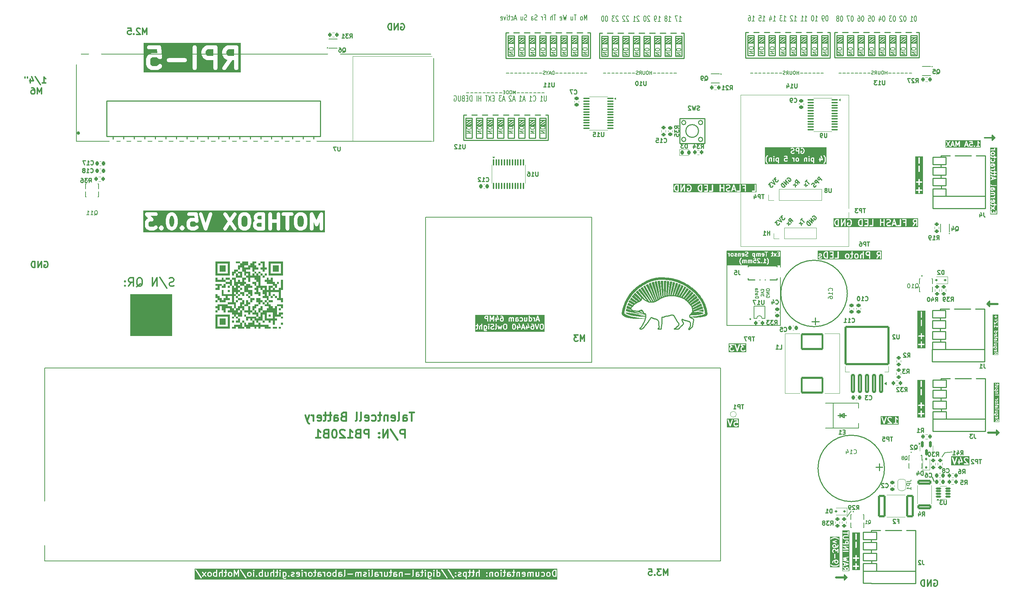
<source format=gbr>
%TF.GenerationSoftware,KiCad,Pcbnew,9.0.2*%
%TF.CreationDate,2025-11-25T09:05:21-08:00*%
%TF.ProjectId,MothBox_5.0.3,4d6f7468-426f-4785-9f35-2e302e332e6b,5.0.3*%
%TF.SameCoordinates,Original*%
%TF.FileFunction,Legend,Bot*%
%TF.FilePolarity,Positive*%
%FSLAX46Y46*%
G04 Gerber Fmt 4.6, Leading zero omitted, Abs format (unit mm)*
G04 Created by KiCad (PCBNEW 9.0.2) date 2025-11-25 09:05:21*
%MOMM*%
%LPD*%
G01*
G04 APERTURE LIST*
G04 Aperture macros list*
%AMRoundRect*
0 Rectangle with rounded corners*
0 $1 Rounding radius*
0 $2 $3 $4 $5 $6 $7 $8 $9 X,Y pos of 4 corners*
0 Add a 4 corners polygon primitive as box body*
4,1,4,$2,$3,$4,$5,$6,$7,$8,$9,$2,$3,0*
0 Add four circle primitives for the rounded corners*
1,1,$1+$1,$2,$3*
1,1,$1+$1,$4,$5*
1,1,$1+$1,$6,$7*
1,1,$1+$1,$8,$9*
0 Add four rect primitives between the rounded corners*
20,1,$1+$1,$2,$3,$4,$5,0*
20,1,$1+$1,$4,$5,$6,$7,0*
20,1,$1+$1,$6,$7,$8,$9,0*
20,1,$1+$1,$8,$9,$2,$3,0*%
%AMFreePoly0*
4,1,23,0.500000,-0.750000,0.000000,-0.750000,0.000000,-0.745722,-0.065263,-0.745722,-0.191342,-0.711940,-0.304381,-0.646677,-0.396677,-0.554381,-0.461940,-0.441342,-0.495722,-0.315263,-0.495722,-0.250000,-0.500000,-0.250000,-0.500000,0.250000,-0.495722,0.250000,-0.495722,0.315263,-0.461940,0.441342,-0.396677,0.554381,-0.304381,0.646677,-0.191342,0.711940,-0.065263,0.745722,0.000000,0.745722,
0.000000,0.750000,0.500000,0.750000,0.500000,-0.750000,0.500000,-0.750000,$1*%
%AMFreePoly1*
4,1,23,0.000000,0.745722,0.065263,0.745722,0.191342,0.711940,0.304381,0.646677,0.396677,0.554381,0.461940,0.441342,0.495722,0.315263,0.495722,0.250000,0.500000,0.250000,0.500000,-0.250000,0.495722,-0.250000,0.495722,-0.315263,0.461940,-0.441342,0.396677,-0.554381,0.304381,-0.646677,0.191342,-0.711940,0.065263,-0.745722,0.000000,-0.745722,0.000000,-0.750000,-0.500000,-0.750000,
-0.500000,0.750000,0.000000,0.750000,0.000000,0.745722,0.000000,0.745722,$1*%
G04 Aperture macros list end*
%ADD10C,0.000000*%
%ADD11C,0.300000*%
%ADD12C,0.238124*%
%ADD13C,0.250000*%
%ADD14C,0.100000*%
%ADD15C,0.500000*%
%ADD16C,0.200000*%
%ADD17C,0.270000*%
%ADD18C,0.230000*%
%ADD19C,0.240000*%
%ADD20C,0.260000*%
%ADD21C,0.320000*%
%ADD22C,0.160000*%
%ADD23C,0.875000*%
%ADD24C,1.000000*%
%ADD25C,0.400000*%
%ADD26C,0.350000*%
%ADD27C,0.130000*%
%ADD28C,0.150000*%
%ADD29C,0.170000*%
%ADD30C,0.050000*%
%ADD31C,0.120000*%
%ADD32C,0.127000*%
%ADD33C,2.700000*%
%ADD34C,1.000000*%
%ADD35C,12.800000*%
%ADD36R,1.700000X1.700000*%
%ADD37C,1.700000*%
%ADD38R,1.800000X1.780000*%
%ADD39C,1.800000*%
%ADD40RoundRect,0.225000X0.225000X0.250000X-0.225000X0.250000X-0.225000X-0.250000X0.225000X-0.250000X0*%
%ADD41RoundRect,0.225000X-0.225000X-0.250000X0.225000X-0.250000X0.225000X0.250000X-0.225000X0.250000X0*%
%ADD42RoundRect,0.225000X0.250000X-0.225000X0.250000X0.225000X-0.250000X0.225000X-0.250000X-0.225000X0*%
%ADD43R,0.450000X0.400000*%
%ADD44R,0.910000X0.400000*%
%ADD45R,0.910000X0.810000*%
%ADD46R,1.100000X2.200000*%
%ADD47RoundRect,0.218750X-0.218750X-0.256250X0.218750X-0.256250X0.218750X0.256250X-0.218750X0.256250X0*%
%ADD48R,0.400000X0.750000*%
%ADD49R,0.400000X0.800000*%
%ADD50R,2.600000X2.000000*%
%ADD51C,2.200000*%
%ADD52RoundRect,0.200000X-0.200000X-0.275000X0.200000X-0.275000X0.200000X0.275000X-0.200000X0.275000X0*%
%ADD53RoundRect,0.200000X0.275000X-0.200000X0.275000X0.200000X-0.275000X0.200000X-0.275000X-0.200000X0*%
%ADD54RoundRect,0.200000X-0.275000X0.200000X-0.275000X-0.200000X0.275000X-0.200000X0.275000X0.200000X0*%
%ADD55RoundRect,0.100000X0.637500X0.100000X-0.637500X0.100000X-0.637500X-0.100000X0.637500X-0.100000X0*%
%ADD56FreePoly0,90.000000*%
%ADD57FreePoly1,90.000000*%
%ADD58RoundRect,0.225000X-0.250000X0.225000X-0.250000X-0.225000X0.250000X-0.225000X0.250000X0.225000X0*%
%ADD59RoundRect,0.125000X-0.537500X-0.125000X0.537500X-0.125000X0.537500X0.125000X-0.537500X0.125000X0*%
%ADD60R,0.700000X2.000000*%
%ADD61R,2.000000X2.400000*%
%ADD62R,2.300000X1.500000*%
%ADD63RoundRect,0.200000X0.200000X0.275000X-0.200000X0.275000X-0.200000X-0.275000X0.200000X-0.275000X0*%
%ADD64RoundRect,0.250000X-1.425000X0.362500X-1.425000X-0.362500X1.425000X-0.362500X1.425000X0.362500X0*%
%ADD65RoundRect,0.250000X0.300000X-2.050000X0.300000X2.050000X-0.300000X2.050000X-0.300000X-2.050000X0*%
%ADD66RoundRect,0.250002X5.149998X-4.449998X5.149998X4.449998X-5.149998X4.449998X-5.149998X-4.449998X0*%
%ADD67RoundRect,0.112500X0.112500X-0.187500X0.112500X0.187500X-0.112500X0.187500X-0.112500X-0.187500X0*%
%ADD68C,4.204000*%
%ADD69RoundRect,0.112500X0.187500X0.112500X-0.187500X0.112500X-0.187500X-0.112500X0.187500X-0.112500X0*%
%ADD70RoundRect,0.100000X-0.100000X0.637500X-0.100000X-0.637500X0.100000X-0.637500X0.100000X0.637500X0*%
%ADD71RoundRect,0.250000X2.500000X-1.750000X2.500000X1.750000X-2.500000X1.750000X-2.500000X-1.750000X0*%
%ADD72RoundRect,0.250000X-0.712500X-2.475000X0.712500X-2.475000X0.712500X2.475000X-0.712500X2.475000X0*%
%ADD73R,2.700000X3.300000*%
%ADD74R,0.400000X0.450000*%
%ADD75R,0.400000X0.910000*%
%ADD76R,0.810000X0.910000*%
%ADD77RoundRect,0.150000X-0.150000X0.587500X-0.150000X-0.587500X0.150000X-0.587500X0.150000X0.587500X0*%
%ADD78R,1.400000X0.410000*%
G04 APERTURE END LIST*
D10*
G36*
X-16925382Y9216954D02*
G01*
X-17417506Y9216954D01*
X-17417506Y9709078D01*
X-16925382Y9709078D01*
X-16925382Y9216954D01*
G37*
G36*
X73781852Y8675724D02*
G01*
X73875583Y8671631D01*
X73969127Y8665306D01*
X74062300Y8656749D01*
X74154914Y8645959D01*
X74250149Y8633340D01*
X74345290Y8619418D01*
X74534922Y8588412D01*
X74723066Y8554429D01*
X74908977Y8518958D01*
X75607477Y8376083D01*
X76210726Y8257021D01*
X76584409Y8170576D01*
X76955859Y8077435D01*
X77325821Y7976852D01*
X77510477Y7923537D01*
X77695039Y7868084D01*
X77812738Y7832117D01*
X77870703Y7813669D01*
X77928203Y7794662D01*
X77985332Y7774911D01*
X78042181Y7754230D01*
X78098844Y7732433D01*
X78155415Y7709333D01*
X78147477Y7637897D01*
X78083977Y7637897D01*
X77489657Y7663694D01*
X77194357Y7680313D01*
X76901289Y7701397D01*
X76528227Y7734139D01*
X76340951Y7751627D01*
X76247779Y7761626D01*
X76155164Y7772834D01*
X75401102Y7876022D01*
X75293961Y7891649D01*
X75186913Y7908764D01*
X75080052Y7927368D01*
X74973469Y7947460D01*
X74867258Y7969040D01*
X74761513Y7992108D01*
X74656325Y8016665D01*
X74551789Y8042710D01*
X74445362Y8070646D01*
X74340329Y8101001D01*
X74236599Y8133960D01*
X74134078Y8169710D01*
X74032674Y8208437D01*
X73932292Y8250325D01*
X73832841Y8295563D01*
X73734227Y8344335D01*
X73680680Y8371884D01*
X73627319Y8401014D01*
X73574330Y8431818D01*
X73521899Y8464390D01*
X73470212Y8498822D01*
X73444706Y8516764D01*
X73419455Y8535207D01*
X73394484Y8554161D01*
X73369815Y8573639D01*
X73345472Y8593651D01*
X73321477Y8614210D01*
X73319989Y8615789D01*
X73318500Y8617543D01*
X73317012Y8619459D01*
X73315524Y8621527D01*
X73314036Y8623734D01*
X73312547Y8626070D01*
X73309571Y8631077D01*
X73306594Y8636456D01*
X73303618Y8642115D01*
X73297664Y8653897D01*
X73359180Y8664811D01*
X73372233Y8666842D01*
X73384729Y8668408D01*
X73390825Y8668987D01*
X73396852Y8669415D01*
X73402832Y8669681D01*
X73408789Y8669772D01*
X73501404Y8674609D01*
X73594576Y8677213D01*
X73688121Y8677585D01*
X73781852Y8675724D01*
G37*
G36*
X-19878131Y20535828D02*
G01*
X-20370256Y20535828D01*
X-20370256Y21027953D01*
X-19878131Y21027953D01*
X-19878131Y20535828D01*
G37*
G36*
X-15449006Y4787829D02*
G01*
X-15941131Y4787829D01*
X-15941131Y5279954D01*
X-15449006Y5279954D01*
X-15449006Y4787829D01*
G37*
G36*
X-13480507Y14630328D02*
G01*
X-13972631Y14630328D01*
X-13972631Y15122453D01*
X-13480507Y15122453D01*
X-13480507Y14630328D01*
G37*
G36*
X-15941131Y15614578D02*
G01*
X-16433257Y15614578D01*
X-16433257Y16106703D01*
X-15941131Y16106703D01*
X-15941131Y15614578D01*
G37*
G36*
X-20370256Y10693329D02*
G01*
X-20862381Y10693329D01*
X-20862381Y11185453D01*
X-20370256Y11185453D01*
X-20370256Y10693329D01*
G37*
G36*
X-17417506Y20535828D02*
G01*
X-17909631Y20535828D01*
X-17909631Y21027953D01*
X-17417506Y21027953D01*
X-17417506Y20535828D01*
G37*
G36*
X-17909631Y5279954D02*
G01*
X-18401757Y5279954D01*
X-18401757Y5772079D01*
X-17909631Y5772079D01*
X-17909631Y5279954D01*
G37*
G36*
X-20862381Y10693329D02*
G01*
X-21354506Y10693329D01*
X-21354506Y11185453D01*
X-20862381Y11185453D01*
X-20862381Y10693329D01*
G37*
G36*
X-18401757Y4787829D02*
G01*
X-18893881Y4787829D01*
X-18893881Y5279954D01*
X-18401757Y5279954D01*
X-18401757Y4787829D01*
G37*
G36*
X-14464757Y11677578D02*
G01*
X-14956882Y11677578D01*
X-14956882Y12169704D01*
X-14464757Y12169704D01*
X-14464757Y11677578D01*
G37*
G36*
X-18401757Y6264204D02*
G01*
X-18893881Y6264204D01*
X-18893881Y6756329D01*
X-18401757Y6756329D01*
X-18401757Y6264204D01*
G37*
G36*
X-14956882Y6756329D02*
G01*
X-15449006Y6756329D01*
X-15449006Y7248454D01*
X-14956882Y7248454D01*
X-14956882Y6756329D01*
G37*
G36*
X-16925382Y9709078D02*
G01*
X-17417506Y9709078D01*
X-17417506Y10201204D01*
X-16925382Y10201204D01*
X-16925382Y9709078D01*
G37*
G36*
X-15941131Y5279954D02*
G01*
X-16433257Y5279954D01*
X-16433257Y5772079D01*
X-15941131Y5772079D01*
X-15941131Y5279954D01*
G37*
D11*
X161547418Y50171694D02*
X162147729Y50784513D01*
D10*
G36*
X-24307256Y14138204D02*
G01*
X-24799381Y14138204D01*
X-24799381Y14630328D01*
X-24307256Y14630328D01*
X-24307256Y14138204D01*
G37*
G36*
X-17417506Y12661829D02*
G01*
X-17909631Y12661829D01*
X-17909631Y13153953D01*
X-17417506Y13153953D01*
X-17417506Y12661829D01*
G37*
G36*
X-13480507Y6264204D02*
G01*
X-13972631Y6264204D01*
X-13972631Y6756329D01*
X-13480507Y6756329D01*
X-13480507Y6264204D01*
G37*
G36*
X-14956882Y17090953D02*
G01*
X-15449006Y17090953D01*
X-15449006Y17583078D01*
X-14956882Y17583078D01*
X-14956882Y17090953D01*
G37*
G36*
X89344963Y13720625D02*
G01*
X89397642Y13674860D01*
X89449949Y13628352D01*
X89502070Y13581099D01*
X89606497Y13484360D01*
X89712413Y13384646D01*
X89672726Y13344958D01*
X89236164Y12908396D01*
X88879968Y12551208D01*
X88703731Y12372614D01*
X88529726Y12194021D01*
X87966163Y11630458D01*
X87929746Y11662844D01*
X87892121Y11694578D01*
X87853565Y11725755D01*
X87814358Y11756466D01*
X87656601Y11876520D01*
X88632914Y13011583D01*
X89236164Y13710084D01*
X89239055Y13713149D01*
X89241807Y13716378D01*
X89244465Y13719746D01*
X89247078Y13723230D01*
X89252349Y13730454D01*
X89255101Y13734148D01*
X89257992Y13737865D01*
X89261069Y13741581D01*
X89264379Y13745275D01*
X89267968Y13748922D01*
X89271883Y13752499D01*
X89273976Y13754255D01*
X89276169Y13755984D01*
X89278466Y13757684D01*
X89280874Y13759352D01*
X89283398Y13760985D01*
X89286044Y13762580D01*
X89288818Y13764135D01*
X89291726Y13765646D01*
X89344963Y13720625D01*
G37*
G36*
X-10527757Y6756329D02*
G01*
X-11019882Y6756329D01*
X-11019882Y7248454D01*
X-10527757Y7248454D01*
X-10527757Y6756329D01*
G37*
G36*
X82071579Y16368153D02*
G01*
X82163186Y16365006D01*
X82247072Y16360092D01*
X82315889Y16353503D01*
X82342351Y16349610D01*
X82362290Y16345333D01*
X82370227Y16273895D01*
X82386103Y15829395D01*
X82401978Y15281708D01*
X82417852Y14868957D01*
X82449601Y13956145D01*
X82465476Y13408457D01*
X82468097Y13357515D01*
X82470065Y13306014D01*
X82472422Y13202083D01*
X82473291Y13098151D01*
X82473415Y12995708D01*
X82489290Y12503584D01*
X82453231Y12491321D01*
X82416613Y12478407D01*
X82342447Y12450998D01*
X82268281Y12422100D01*
X82195603Y12392459D01*
X81814603Y15932583D01*
X81811270Y15983526D01*
X81807285Y16035026D01*
X81797736Y16138958D01*
X81786698Y16242890D01*
X81774916Y16345333D01*
X81774916Y16353270D01*
X81774916Y16361208D01*
X81796250Y16363907D01*
X81823920Y16366060D01*
X81894598Y16368773D01*
X81979600Y16369440D01*
X82071579Y16368153D01*
G37*
G36*
X-11512007Y8724829D02*
G01*
X-12004132Y8724829D01*
X-12004132Y9216954D01*
X-11512007Y9216954D01*
X-11512007Y8724829D01*
G37*
G36*
X-16925382Y17583078D02*
G01*
X-17417506Y17583078D01*
X-17417506Y18075203D01*
X-16925382Y18075203D01*
X-16925382Y17583078D01*
G37*
G36*
X-19878131Y6264204D02*
G01*
X-20370256Y6264204D01*
X-20370256Y6756329D01*
X-19878131Y6756329D01*
X-19878131Y6264204D01*
G37*
G36*
X-17417506Y17090953D02*
G01*
X-17909631Y17090953D01*
X-17909631Y17583078D01*
X-17417506Y17583078D01*
X-17417506Y17090953D01*
G37*
G36*
X-14464757Y5772079D02*
G01*
X-14956882Y5772079D01*
X-14956882Y6264204D01*
X-14464757Y6264204D01*
X-14464757Y5772079D01*
G37*
G36*
X-14464757Y15614578D02*
G01*
X-14956882Y15614578D01*
X-14956882Y16106703D01*
X-14464757Y16106703D01*
X-14464757Y15614578D01*
G37*
G36*
X-18893881Y10201204D02*
G01*
X-19386006Y10201204D01*
X-19386006Y10693329D01*
X-18893881Y10693329D01*
X-18893881Y10201204D01*
G37*
G36*
X-18893881Y17583078D02*
G01*
X-19386006Y17583078D01*
X-19386006Y18075203D01*
X-18893881Y18075203D01*
X-18893881Y17583078D01*
G37*
G36*
X-11512007Y14630328D02*
G01*
X-12004132Y14630328D01*
X-12004132Y15122453D01*
X-11512007Y15122453D01*
X-11512007Y14630328D01*
G37*
G36*
X-22830881Y9216954D02*
G01*
X-23323006Y9216954D01*
X-23323006Y9709078D01*
X-22830881Y9709078D01*
X-22830881Y9216954D01*
G37*
G36*
X-17417506Y18075203D02*
G01*
X-17909631Y18075203D01*
X-17909631Y18567328D01*
X-17417506Y18567328D01*
X-17417506Y18075203D01*
G37*
G36*
X-17417506Y10693329D02*
G01*
X-17909631Y10693329D01*
X-17909631Y11185453D01*
X-17417506Y11185453D01*
X-17417506Y10693329D01*
G37*
G36*
X-18893881Y20043703D02*
G01*
X-19386006Y20043703D01*
X-19386006Y20535828D01*
X-18893881Y20535828D01*
X-18893881Y20043703D01*
G37*
G36*
X-12004132Y14630328D02*
G01*
X-12496256Y14630328D01*
X-12496256Y15122453D01*
X-12004132Y15122453D01*
X-12004132Y14630328D01*
G37*
G36*
X-22338756Y12661829D02*
G01*
X-22830881Y12661829D01*
X-22830881Y13153953D01*
X-22338756Y13153953D01*
X-22338756Y12661829D01*
G37*
G36*
X86826140Y15337255D02*
G01*
X86827628Y15337218D01*
X86829117Y15337146D01*
X86830605Y15337028D01*
X86832093Y15336852D01*
X86833581Y15336606D01*
X86835069Y15336278D01*
X86836558Y15335858D01*
X86838046Y15335332D01*
X86839534Y15334691D01*
X86841023Y15333922D01*
X86842511Y15333013D01*
X86843255Y15332503D01*
X86843999Y15331953D01*
X86844744Y15331363D01*
X86845488Y15330730D01*
X86846232Y15330054D01*
X86846976Y15329333D01*
X87299413Y15099145D01*
X87300157Y15099100D01*
X87300903Y15098965D01*
X87301652Y15098746D01*
X87302405Y15098448D01*
X87303164Y15098073D01*
X87303931Y15097628D01*
X87305491Y15096541D01*
X87307097Y15095221D01*
X87308762Y15093704D01*
X87312312Y15090216D01*
X87316235Y15086355D01*
X87318365Y15084373D01*
X87320622Y15082402D01*
X87323019Y15080478D01*
X87325568Y15078635D01*
X87326902Y15077755D01*
X87328279Y15076908D01*
X87329699Y15076100D01*
X87331164Y15075333D01*
X86005602Y12575021D01*
X85640476Y12662333D01*
X86461015Y14523676D01*
X86719852Y15109067D01*
X86823163Y15337270D01*
X86826140Y15337255D01*
G37*
G36*
X-21354506Y16106703D02*
G01*
X-21846631Y16106703D01*
X-21846631Y16598828D01*
X-21354506Y16598828D01*
X-21354506Y16106703D01*
G37*
G36*
X-16433257Y20043703D02*
G01*
X-16925382Y20043703D01*
X-16925382Y20535828D01*
X-16433257Y20535828D01*
X-16433257Y20043703D01*
G37*
G36*
X-16433257Y6756329D02*
G01*
X-16925382Y6756329D01*
X-16925382Y7248454D01*
X-16433257Y7248454D01*
X-16433257Y6756329D01*
G37*
G36*
X-18893881Y13153953D02*
G01*
X-19386006Y13153953D01*
X-19386006Y13646078D01*
X-18893881Y13646078D01*
X-18893881Y13153953D01*
G37*
G36*
X-19386006Y17090953D02*
G01*
X-19878131Y17090953D01*
X-19878131Y17583078D01*
X-19386006Y17583078D01*
X-19386006Y17090953D01*
G37*
G36*
X-16925382Y8724829D02*
G01*
X-17417506Y8724829D01*
X-17417506Y9216954D01*
X-16925382Y9216954D01*
X-16925382Y8724829D01*
G37*
D11*
X162543080Y-19621990D02*
X162543080Y-20847627D01*
D10*
G36*
X-22830881Y9709078D02*
G01*
X-23323006Y9709078D01*
X-23323006Y10201204D01*
X-22830881Y10201204D01*
X-22830881Y9709078D01*
G37*
G36*
X-19386006Y5279954D02*
G01*
X-19878131Y5279954D01*
X-19878131Y5772079D01*
X-19386006Y5772079D01*
X-19386006Y5279954D01*
G37*
G36*
X-15449006Y13153953D02*
G01*
X-15941131Y13153953D01*
X-15941131Y13646078D01*
X-15449006Y13646078D01*
X-15449006Y13153953D01*
G37*
G36*
X-23323006Y13646078D02*
G01*
X-23815131Y13646078D01*
X-23815131Y14138204D01*
X-23323006Y14138204D01*
X-23323006Y13646078D01*
G37*
G36*
X-19878131Y15122453D02*
G01*
X-20370256Y15122453D01*
X-20370256Y15614578D01*
X-19878131Y15614578D01*
X-19878131Y15122453D01*
G37*
D11*
X125961449Y-54500191D02*
X125961449Y-55725830D01*
D10*
G36*
X91823418Y10152068D02*
G01*
X91846114Y10086367D01*
X91868066Y10020293D01*
X91889274Y9953662D01*
X91909738Y9886286D01*
X91929457Y9817980D01*
X91948433Y9748558D01*
X91966665Y9677834D01*
X91962380Y9675037D01*
X91958432Y9672578D01*
X91954787Y9670421D01*
X91951409Y9668531D01*
X91948263Y9666874D01*
X91945316Y9665415D01*
X91942531Y9664119D01*
X91939874Y9662950D01*
X91934805Y9660857D01*
X91929829Y9658857D01*
X91924667Y9656672D01*
X91921928Y9655422D01*
X91919039Y9654021D01*
X90109289Y9011083D01*
X90100018Y9008122D01*
X90090189Y9005254D01*
X90079988Y9002572D01*
X90069601Y9000169D01*
X90059214Y8998138D01*
X90054079Y8997292D01*
X90049013Y8996573D01*
X90044041Y8995993D01*
X90039184Y8995565D01*
X90034468Y8995300D01*
X90029914Y8995209D01*
X89968103Y8985907D01*
X89907502Y8975861D01*
X89847831Y8965071D01*
X89788812Y8953537D01*
X89730164Y8941258D01*
X89671610Y8928236D01*
X89553664Y8899958D01*
X89535836Y8905602D01*
X89518193Y8910873D01*
X89500923Y8916144D01*
X89492485Y8918895D01*
X89484210Y8921787D01*
X89476121Y8924864D01*
X89468242Y8928174D01*
X89460595Y8931763D01*
X89453204Y8935677D01*
X89446092Y8939964D01*
X89439283Y8944669D01*
X89432799Y8949839D01*
X89429686Y8952613D01*
X89426663Y8955521D01*
X89420918Y8961497D01*
X89415579Y8967518D01*
X89410635Y8973583D01*
X89406076Y8979690D01*
X89401888Y8985838D01*
X89398061Y8992025D01*
X89394582Y8998249D01*
X89391441Y9004510D01*
X89388625Y9010806D01*
X89386123Y9017136D01*
X89383924Y9023497D01*
X89382015Y9029889D01*
X89379023Y9042758D01*
X89377054Y9055732D01*
X89376015Y9068799D01*
X89375814Y9081948D01*
X89376356Y9095166D01*
X89377550Y9108442D01*
X89379302Y9121765D01*
X89381519Y9135123D01*
X89386975Y9161896D01*
X90585538Y9692716D01*
X91784099Y10217584D01*
X91792039Y10217584D01*
X91799977Y10217584D01*
X91823418Y10152068D01*
G37*
G36*
X-12496256Y8724829D02*
G01*
X-12988382Y8724829D01*
X-12988382Y9216954D01*
X-12496256Y9216954D01*
X-12496256Y8724829D01*
G37*
G36*
X-21846631Y9709078D02*
G01*
X-22338756Y9709078D01*
X-22338756Y10201204D01*
X-21846631Y10201204D01*
X-21846631Y9709078D01*
G37*
G36*
X-22830881Y18567328D02*
G01*
X-24307256Y18567328D01*
X-24307256Y20043703D01*
X-22830881Y20043703D01*
X-22830881Y18567328D01*
G37*
G36*
X-18401757Y20043703D02*
G01*
X-18893881Y20043703D01*
X-18893881Y20535828D01*
X-18401757Y20535828D01*
X-18401757Y20043703D01*
G37*
G36*
X-18893881Y14138204D02*
G01*
X-19386006Y14138204D01*
X-19386006Y14630328D01*
X-18893881Y14630328D01*
X-18893881Y14138204D01*
G37*
G36*
X-18893881Y5772079D02*
G01*
X-19386006Y5772079D01*
X-19386006Y6264204D01*
X-18893881Y6264204D01*
X-18893881Y5772079D01*
G37*
G36*
X-10527757Y14630328D02*
G01*
X-11019882Y14630328D01*
X-11019882Y15122453D01*
X-10527757Y15122453D01*
X-10527757Y14630328D01*
G37*
G36*
X-15941131Y20535828D02*
G01*
X-16433257Y20535828D01*
X-16433257Y21027953D01*
X-15941131Y21027953D01*
X-15941131Y20535828D01*
G37*
D11*
X163143391Y-20234808D02*
X162543080Y-19621990D01*
D10*
G36*
X-19386006Y7740579D02*
G01*
X-19878131Y7740579D01*
X-19878131Y8232703D01*
X-19386006Y8232703D01*
X-19386006Y7740579D01*
G37*
G36*
X-24307256Y15122453D02*
G01*
X-24799381Y15122453D01*
X-24799381Y15614578D01*
X-24307256Y15614578D01*
X-24307256Y15122453D01*
G37*
G36*
X-15449006Y19551578D02*
G01*
X-15941131Y19551578D01*
X-15941131Y20043703D01*
X-15449006Y20043703D01*
X-15449006Y19551578D01*
G37*
G36*
X-9543507Y13646078D02*
G01*
X-10035632Y13646078D01*
X-10035632Y14138204D01*
X-9543507Y14138204D01*
X-9543507Y13646078D01*
G37*
G36*
X-21846631Y8724829D02*
G01*
X-22338756Y8724829D01*
X-22338756Y9216954D01*
X-21846631Y9216954D01*
X-21846631Y8724829D01*
G37*
G36*
X-20862381Y14138204D02*
G01*
X-21354506Y14138204D01*
X-21354506Y14630328D01*
X-20862381Y14630328D01*
X-20862381Y14138204D01*
G37*
G36*
X-16433257Y11677578D02*
G01*
X-16925382Y11677578D01*
X-16925382Y12169704D01*
X-16433257Y12169704D01*
X-16433257Y11677578D01*
G37*
G36*
X78068117Y15247338D02*
G01*
X78068154Y15246278D01*
X78068225Y15245369D01*
X78068278Y15244967D01*
X78068344Y15244600D01*
X78068424Y15244264D01*
X78068520Y15243958D01*
X78068634Y15243682D01*
X78068766Y15243433D01*
X78068919Y15243210D01*
X78069094Y15243012D01*
X78069291Y15242838D01*
X78069514Y15242685D01*
X78069763Y15242552D01*
X78070039Y15242439D01*
X78070345Y15242343D01*
X78070681Y15242262D01*
X78071049Y15242197D01*
X78071450Y15242144D01*
X78072359Y15242073D01*
X78073419Y15242036D01*
X78076039Y15242020D01*
X78079357Y15235711D01*
X78083232Y15228750D01*
X78091914Y15213247D01*
X78096348Y15204891D01*
X78100596Y15196256D01*
X78102592Y15191862D01*
X78104471Y15187434D01*
X78106212Y15182983D01*
X78107789Y15178520D01*
X79109899Y13242763D01*
X80123915Y11312958D01*
X80088196Y11304400D01*
X80052477Y11296587D01*
X80016758Y11289517D01*
X79981040Y11283192D01*
X79945321Y11277611D01*
X79909602Y11272774D01*
X79873883Y11268681D01*
X79838165Y11265333D01*
X78425290Y13559270D01*
X77607727Y14892770D01*
X77604752Y14897146D01*
X77601789Y14901359D01*
X77595945Y14909389D01*
X77590286Y14917048D01*
X77584907Y14924520D01*
X77582350Y14928245D01*
X77579899Y14931992D01*
X77577564Y14935787D01*
X77575357Y14939651D01*
X77573289Y14943608D01*
X77571372Y14947681D01*
X77569619Y14951894D01*
X77568039Y14956270D01*
X77568062Y14957014D01*
X77568128Y14957757D01*
X77568235Y14958496D01*
X77568380Y14959231D01*
X77568560Y14959961D01*
X77568772Y14960683D01*
X77569012Y14961396D01*
X77569279Y14962099D01*
X77569570Y14962791D01*
X77569880Y14963469D01*
X77570208Y14964133D01*
X77570551Y14964781D01*
X77570905Y14965412D01*
X77571268Y14966023D01*
X77572008Y14967184D01*
X77572748Y14968252D01*
X77573465Y14969215D01*
X77574136Y14970062D01*
X77574737Y14970781D01*
X77575636Y14971788D01*
X77575977Y14972145D01*
X77587792Y14978187D01*
X77599433Y14984392D01*
X77622237Y14997198D01*
X77644484Y15010375D01*
X77666266Y15023739D01*
X77708806Y15050280D01*
X77729750Y15063085D01*
X77750602Y15075332D01*
X78060164Y15249958D01*
X78068101Y15249958D01*
X78068117Y15247338D01*
G37*
G36*
X88126200Y14608074D02*
G01*
X88185313Y14572294D01*
X88256146Y14527583D01*
X88332281Y14478036D01*
X88407300Y14427744D01*
X88474784Y14380801D01*
X88528316Y14341300D01*
X88547844Y14325619D01*
X88561476Y14313333D01*
X88561461Y14310713D01*
X88561424Y14309653D01*
X88561352Y14308744D01*
X88561300Y14308343D01*
X88561234Y14307975D01*
X88561154Y14307639D01*
X88561058Y14307333D01*
X88560944Y14307057D01*
X88560812Y14306808D01*
X88560659Y14306585D01*
X88560484Y14306388D01*
X88560286Y14306213D01*
X88560064Y14306060D01*
X88559815Y14305928D01*
X88559539Y14305814D01*
X88559233Y14305718D01*
X88558897Y14305638D01*
X88558530Y14305572D01*
X88558128Y14305519D01*
X88557219Y14305448D01*
X88556160Y14305411D01*
X88553540Y14305395D01*
X87784594Y13269552D01*
X87021602Y12233708D01*
X86842016Y12305146D01*
X86750362Y12340865D01*
X86656477Y12376583D01*
X86972984Y12872677D01*
X87128633Y13119980D01*
X87283539Y13368771D01*
X88045539Y14575271D01*
X88085226Y14630833D01*
X88126200Y14608074D01*
G37*
G36*
X-19386006Y16106703D02*
G01*
X-19878131Y16106703D01*
X-19878131Y16598828D01*
X-19386006Y16598828D01*
X-19386006Y16106703D01*
G37*
G36*
X-12988382Y14138204D02*
G01*
X-13480507Y14138204D01*
X-13480507Y14630328D01*
X-12988382Y14630328D01*
X-12988382Y14138204D01*
G37*
G36*
X-9051382Y20511222D02*
G01*
X-9051382Y18099809D01*
X-9051382Y17583078D01*
X-9568114Y17583078D01*
X-11979526Y17583078D01*
X-12496256Y17583078D01*
X-12496256Y18099809D01*
X-12496256Y20511222D01*
X-11979526Y20511222D01*
X-11979526Y18099809D01*
X-9568114Y18099809D01*
X-9568114Y20511222D01*
X-11979526Y20511222D01*
X-12496256Y20511222D01*
X-12496256Y21027953D01*
X-11979526Y21027953D01*
X-9568114Y21027953D01*
X-9051382Y21027953D01*
X-9051382Y20511222D01*
G37*
G36*
X-13972631Y17583078D02*
G01*
X-14464757Y17583078D01*
X-14464757Y18075203D01*
X-13972631Y18075203D01*
X-13972631Y17583078D01*
G37*
G36*
X-14464757Y14630328D02*
G01*
X-14956882Y14630328D01*
X-14956882Y15122453D01*
X-14464757Y15122453D01*
X-14464757Y14630328D01*
G37*
G36*
X-12496256Y4787829D02*
G01*
X-12988382Y4787829D01*
X-12988382Y5279954D01*
X-12496256Y5279954D01*
X-12496256Y4787829D01*
G37*
G36*
X-16925382Y16598828D02*
G01*
X-17417506Y16598828D01*
X-17417506Y17090953D01*
X-16925382Y17090953D01*
X-16925382Y16598828D01*
G37*
G36*
X-24799381Y14138204D02*
G01*
X-25291506Y14138204D01*
X-25291506Y14630328D01*
X-24799381Y14630328D01*
X-24799381Y14138204D01*
G37*
G36*
X-14464757Y4787829D02*
G01*
X-14956882Y4787829D01*
X-14956882Y5279954D01*
X-14464757Y5279954D01*
X-14464757Y4787829D01*
G37*
G36*
X-16433257Y14630328D02*
G01*
X-16925382Y14630328D01*
X-16925382Y15122453D01*
X-16433257Y15122453D01*
X-16433257Y14630328D01*
G37*
G36*
X-12988382Y11185453D02*
G01*
X-13480507Y11185453D01*
X-13480507Y11677578D01*
X-12988382Y11677578D01*
X-12988382Y11185453D01*
G37*
G36*
X-19878131Y14138204D02*
G01*
X-20370256Y14138204D01*
X-20370256Y14630328D01*
X-19878131Y14630328D01*
X-19878131Y14138204D01*
G37*
G36*
X-19878131Y15614578D02*
G01*
X-20370256Y15614578D01*
X-20370256Y16106703D01*
X-19878131Y16106703D01*
X-19878131Y15614578D01*
G37*
G36*
X-12004132Y12661829D02*
G01*
X-12496256Y12661829D01*
X-12496256Y13153953D01*
X-12004132Y13153953D01*
X-12004132Y12661829D01*
G37*
G36*
X-18401757Y19551578D02*
G01*
X-18893881Y19551578D01*
X-18893881Y20043703D01*
X-18401757Y20043703D01*
X-18401757Y19551578D01*
G37*
G36*
X-22338756Y12169704D02*
G01*
X-22830881Y12169704D01*
X-22830881Y12661829D01*
X-22338756Y12661829D01*
X-22338756Y12169704D01*
G37*
G36*
X-14956882Y8232703D02*
G01*
X-15449006Y8232703D01*
X-15449006Y8724829D01*
X-14956882Y8724829D01*
X-14956882Y8232703D01*
G37*
G36*
X-13480507Y13646078D02*
G01*
X-13972631Y13646078D01*
X-13972631Y14138204D01*
X-13480507Y14138204D01*
X-13480507Y13646078D01*
G37*
G36*
X-20370256Y13646078D02*
G01*
X-20862381Y13646078D01*
X-20862381Y14138204D01*
X-20370256Y14138204D01*
X-20370256Y13646078D01*
G37*
G36*
X-12988382Y8724829D02*
G01*
X-13480507Y8724829D01*
X-13480507Y9216954D01*
X-12988382Y9216954D01*
X-12988382Y8724829D01*
G37*
G36*
X-12988382Y13153953D02*
G01*
X-13480507Y13153953D01*
X-13480507Y13646078D01*
X-12988382Y13646078D01*
X-12988382Y13153953D01*
G37*
G36*
X-12004132Y6756329D02*
G01*
X-12496256Y6756329D01*
X-12496256Y7248454D01*
X-12004132Y7248454D01*
X-12004132Y6756329D01*
G37*
G36*
X-14464757Y17090953D02*
G01*
X-14956882Y17090953D01*
X-14956882Y17583078D01*
X-14464757Y17583078D01*
X-14464757Y17090953D01*
G37*
G36*
X-20370256Y16106703D02*
G01*
X-20862381Y16106703D01*
X-20862381Y16598828D01*
X-20370256Y16598828D01*
X-20370256Y16106703D01*
G37*
G36*
X-21846631Y20511222D02*
G01*
X-21846631Y18099809D01*
X-21846631Y17583078D01*
X-22363362Y17583078D01*
X-24774775Y17583078D01*
X-25291506Y17583078D01*
X-25291506Y18099809D01*
X-25291506Y20511222D01*
X-24774775Y20511222D01*
X-24774775Y18099809D01*
X-22363362Y18099809D01*
X-22363362Y20511222D01*
X-24774775Y20511222D01*
X-25291506Y20511222D01*
X-25291506Y21027953D01*
X-24774775Y21027953D01*
X-22363362Y21027953D01*
X-21846631Y21027953D01*
X-21846631Y20511222D01*
G37*
G36*
X-15941131Y20043703D02*
G01*
X-16433257Y20043703D01*
X-16433257Y20535828D01*
X-15941131Y20535828D01*
X-15941131Y20043703D01*
G37*
G36*
X-12496256Y10201204D02*
G01*
X-12988382Y10201204D01*
X-12988382Y10693329D01*
X-12496256Y10693329D01*
X-12496256Y10201204D01*
G37*
G36*
X-12004132Y8724829D02*
G01*
X-12496256Y8724829D01*
X-12496256Y9216954D01*
X-12004132Y9216954D01*
X-12004132Y8724829D01*
G37*
G36*
X-12004132Y9216954D02*
G01*
X-12496256Y9216954D01*
X-12496256Y9709078D01*
X-12004132Y9709078D01*
X-12004132Y9216954D01*
G37*
G36*
X-15941131Y6264204D02*
G01*
X-16433257Y6264204D01*
X-16433257Y6756329D01*
X-15941131Y6756329D01*
X-15941131Y6264204D01*
G37*
D11*
X160844353Y10159893D02*
X160844353Y11385530D01*
D10*
G36*
X-23323006Y12661829D02*
G01*
X-23815131Y12661829D01*
X-23815131Y13153953D01*
X-23323006Y13153953D01*
X-23323006Y12661829D01*
G37*
G36*
X-16433257Y5772079D02*
G01*
X-16925382Y5772079D01*
X-16925382Y6264204D01*
X-16433257Y6264204D01*
X-16433257Y5772079D01*
G37*
G36*
X-20370256Y14138204D02*
G01*
X-20862381Y14138204D01*
X-20862381Y14630328D01*
X-20370256Y14630328D01*
X-20370256Y14138204D01*
G37*
G36*
X-24307256Y10201204D02*
G01*
X-24799381Y10201204D01*
X-24799381Y10693329D01*
X-24307256Y10693329D01*
X-24307256Y10201204D01*
G37*
G36*
X77125462Y9300352D02*
G01*
X77140585Y9299338D01*
X77155289Y9297453D01*
X77169622Y9294683D01*
X77183629Y9291019D01*
X77197357Y9286447D01*
X77210852Y9280957D01*
X77212431Y9279469D01*
X77214185Y9277981D01*
X77216102Y9276493D01*
X77218169Y9275004D01*
X77220377Y9273516D01*
X77222712Y9272028D01*
X77227719Y9269052D01*
X77233099Y9266075D01*
X77238757Y9263099D01*
X77250539Y9257146D01*
X77265240Y9246086D01*
X77279592Y9233782D01*
X77293618Y9220293D01*
X77307342Y9205676D01*
X77320787Y9189988D01*
X77333976Y9173290D01*
X77346933Y9155638D01*
X77359680Y9137091D01*
X77372241Y9117706D01*
X77384639Y9097543D01*
X77409041Y9055111D01*
X77433071Y9010261D01*
X77456914Y8963458D01*
X77468821Y8942266D01*
X77480727Y8920422D01*
X77504539Y8875153D01*
X77528352Y8828397D01*
X77552165Y8780896D01*
X77333263Y8877386D01*
X77116594Y8975365D01*
X76686977Y9169833D01*
X76747872Y9193645D01*
X76811000Y9217458D01*
X76940977Y9265083D01*
X76962844Y9272151D01*
X76983827Y9278462D01*
X77003973Y9284006D01*
X77023328Y9288771D01*
X77041940Y9292746D01*
X77059853Y9295918D01*
X77077116Y9298277D01*
X77093774Y9299809D01*
X77109874Y9300505D01*
X77125462Y9300352D01*
G37*
G36*
X-13480507Y20535828D02*
G01*
X-13972631Y20535828D01*
X-13972631Y21027953D01*
X-13480507Y21027953D01*
X-13480507Y20535828D01*
G37*
G36*
X-23323006Y13153953D02*
G01*
X-23815131Y13153953D01*
X-23815131Y13646078D01*
X-23323006Y13646078D01*
X-23323006Y13153953D01*
G37*
D12*
X84686614Y12789207D02*
X84778267Y12788339D01*
X84868432Y12785982D01*
X84913189Y12784013D01*
X84957853Y12781393D01*
X85116603Y12773456D01*
X85122646Y12772058D01*
X85128851Y12770836D01*
X85135195Y12769776D01*
X85141656Y12768867D01*
X85154834Y12767456D01*
X85168198Y12766511D01*
X85181561Y12765937D01*
X85194739Y12765643D01*
X85219791Y12765519D01*
X85481728Y12709956D01*
X85632541Y12678206D01*
X85679809Y12668920D01*
X85726427Y12658983D01*
X85772486Y12648487D01*
X85818080Y12637527D01*
X85908245Y12614582D01*
X85997666Y12590894D01*
X86148478Y12551206D01*
X86196088Y12538943D01*
X86243604Y12526029D01*
X86290934Y12512557D01*
X86337986Y12498620D01*
X86430879Y12469723D01*
X86521541Y12440081D01*
X86561848Y12428175D01*
X86599923Y12416269D01*
X86636509Y12404362D01*
X86672352Y12392456D01*
X86719621Y12377201D01*
X86766238Y12361202D01*
X86812298Y12344459D01*
X86857892Y12326972D01*
X86903114Y12308740D01*
X86948057Y12289765D01*
X86992814Y12270045D01*
X87037478Y12249581D01*
X87055338Y12243271D01*
X87073197Y12236310D01*
X87091056Y12228792D01*
X87108916Y12220807D01*
X87126775Y12212451D01*
X87144634Y12203816D01*
X87180353Y12186081D01*
X87229342Y12160904D01*
X87280564Y12133495D01*
X87333275Y12104597D01*
X87386729Y12074956D01*
X87521666Y11987643D01*
X87536890Y11978357D01*
X87552672Y11968420D01*
X87568826Y11957924D01*
X87585166Y11946964D01*
X87601506Y11935631D01*
X87617660Y11924019D01*
X87633442Y11912222D01*
X87648666Y11900331D01*
X87726056Y11840676D01*
X87803447Y11780276D01*
X87880838Y11718389D01*
X87919533Y11686654D01*
X87958229Y11654269D01*
X88077291Y11559019D01*
X88148728Y11495518D01*
X88178122Y11471334D01*
X88206771Y11446405D01*
X88234676Y11420732D01*
X88261837Y11394315D01*
X88288254Y11367154D01*
X88313927Y11339249D01*
X88338856Y11310600D01*
X88363040Y11281206D01*
X88458290Y11162144D01*
X88490675Y11123108D01*
X88522410Y11083513D01*
X88553586Y11043546D01*
X88584298Y11003394D01*
X88704352Y10844644D01*
X88751978Y10781143D01*
X88754955Y10776770D01*
X88757932Y10772570D01*
X88760908Y10768534D01*
X88763885Y10764649D01*
X88766862Y10760903D01*
X88769838Y10757285D01*
X88772815Y10753783D01*
X88775791Y10750386D01*
X88781745Y10743859D01*
X88787698Y10737611D01*
X88793651Y10731550D01*
X88799604Y10725581D01*
X88866205Y10648191D01*
X88933550Y10570800D01*
X88966803Y10532105D01*
X88999406Y10493409D01*
X89031079Y10454714D01*
X89061542Y10416018D01*
X89148855Y10289019D01*
X89169318Y10256246D01*
X89189038Y10223287D01*
X89208014Y10189955D01*
X89226245Y10156066D01*
X89243733Y10121432D01*
X89260476Y10085868D01*
X89276475Y10049188D01*
X89291730Y10011206D01*
X89323479Y9923894D01*
X89329417Y9905694D01*
X89335261Y9886935D01*
X89340920Y9867804D01*
X89346299Y9848488D01*
X89351307Y9829171D01*
X89355849Y9810040D01*
X89359834Y9791281D01*
X89363167Y9773081D01*
X89374313Y9719844D01*
X89383879Y9667165D01*
X89391770Y9614858D01*
X89397893Y9562737D01*
X89402156Y9510616D01*
X89404466Y9458310D01*
X89404730Y9405631D01*
X89402854Y9352394D01*
X89402730Y9323868D01*
X89402435Y9310256D01*
X89401862Y9296831D01*
X89400916Y9283406D01*
X89399505Y9269794D01*
X89397536Y9255811D01*
X89394916Y9241269D01*
X89394792Y9223410D01*
X89394498Y9214481D01*
X89393924Y9205551D01*
X89393504Y9201086D01*
X89392978Y9196621D01*
X89392337Y9192156D01*
X89391568Y9187691D01*
X89390659Y9183227D01*
X89389599Y9178762D01*
X89388376Y9174297D01*
X89386979Y9169832D01*
X89380901Y9113029D01*
X89379876Y9099584D01*
X89379304Y9086395D01*
X89379314Y9073438D01*
X89380033Y9060691D01*
X89381589Y9048130D01*
X89382721Y9041912D01*
X89384110Y9035732D01*
X89385773Y9029586D01*
X89387724Y9023473D01*
X89389981Y9017388D01*
X89392559Y9011330D01*
X89395475Y9005295D01*
X89398743Y8999280D01*
X89402381Y8993283D01*
X89406403Y8987301D01*
X89410827Y8981329D01*
X89415668Y8975367D01*
X89420942Y8969411D01*
X89426666Y8963457D01*
X89429688Y8959851D01*
X89432801Y8956467D01*
X89436001Y8953295D01*
X89439285Y8950326D01*
X89442651Y8947548D01*
X89446095Y8944952D01*
X89453207Y8940264D01*
X89460598Y8936181D01*
X89468245Y8932621D01*
X89476124Y8929503D01*
X89484213Y8926746D01*
X89492488Y8924267D01*
X89500925Y8921986D01*
X89518195Y8917692D01*
X89535838Y8913212D01*
X89544741Y8910699D01*
X89553667Y8907895D01*
X89581943Y8896857D01*
X89588548Y8894126D01*
X89594966Y8891291D01*
X89601198Y8888293D01*
X89607244Y8885074D01*
X89613104Y8881576D01*
X89618778Y8877741D01*
X89621545Y8875679D01*
X89624266Y8873511D01*
X89626940Y8871229D01*
X89629568Y8868827D01*
X89632149Y8866297D01*
X89634684Y8863631D01*
X89637172Y8860824D01*
X89639614Y8857866D01*
X89642009Y8854752D01*
X89644358Y8851473D01*
X89646660Y8848023D01*
X89648916Y8844394D01*
X89653196Y8837046D01*
X89657117Y8829883D01*
X89660688Y8822907D01*
X89663922Y8816117D01*
X89666831Y8809513D01*
X89669426Y8803095D01*
X89671718Y8796863D01*
X89673720Y8790816D01*
X89675443Y8784956D01*
X89676898Y8779282D01*
X89678097Y8773794D01*
X89679053Y8768492D01*
X89679776Y8763376D01*
X89680277Y8758447D01*
X89680570Y8753703D01*
X89680665Y8749145D01*
X89679507Y8741934D01*
X89677543Y8735175D01*
X89674803Y8728854D01*
X89671317Y8722960D01*
X89667116Y8717479D01*
X89662230Y8712397D01*
X89656690Y8707702D01*
X89650527Y8703380D01*
X89643771Y8699419D01*
X89636453Y8695805D01*
X89620250Y8689567D01*
X89602164Y8684561D01*
X89582438Y8680684D01*
X89561318Y8677829D01*
X89539046Y8675893D01*
X89515867Y8674771D01*
X89492025Y8674359D01*
X89443331Y8675242D01*
X89394915Y8677707D01*
X89365258Y8678002D01*
X89336252Y8678575D01*
X89308548Y8678963D01*
X89295388Y8678942D01*
X89282798Y8678700D01*
X89270859Y8678178D01*
X89259652Y8677320D01*
X89249259Y8676066D01*
X89239762Y8674359D01*
X89231241Y8672140D01*
X89227372Y8670821D01*
X89223778Y8669352D01*
X89220469Y8667726D01*
X89217455Y8665935D01*
X89214746Y8663974D01*
X89212352Y8661833D01*
X89209467Y8660254D01*
X89206756Y8658500D01*
X89204207Y8656583D01*
X89201810Y8654515D01*
X89199553Y8652308D01*
X89197423Y8649973D01*
X89195410Y8647521D01*
X89193501Y8644965D01*
X89191685Y8642316D01*
X89189951Y8639586D01*
X89188286Y8636786D01*
X89186680Y8633927D01*
X89183595Y8628083D01*
X89180603Y8622145D01*
X89170885Y8605508D01*
X89162387Y8588395D01*
X89154843Y8570886D01*
X89147985Y8553064D01*
X89122064Y8480262D01*
X89114624Y8462091D01*
X89106266Y8444094D01*
X89096722Y8426353D01*
X89091422Y8417604D01*
X89085725Y8408949D01*
X89079597Y8400399D01*
X89073006Y8391964D01*
X89065918Y8383653D01*
X89058300Y8375478D01*
X89050118Y8367448D01*
X89041338Y8359574D01*
X89031927Y8351866D01*
X89021853Y8344333D01*
X89002962Y8331729D01*
X88984956Y8320520D01*
X88967786Y8310428D01*
X88951407Y8301173D01*
X88920835Y8284058D01*
X88906549Y8275639D01*
X88892868Y8266942D01*
X88879745Y8257687D01*
X88873378Y8252763D01*
X88867133Y8247595D01*
X88861005Y8242147D01*
X88854987Y8236386D01*
X88849073Y8230276D01*
X88843259Y8223782D01*
X88837537Y8216870D01*
X88831903Y8209504D01*
X88826350Y8201650D01*
X88820873Y8193273D01*
X88815465Y8184337D01*
X88810121Y8174809D01*
X88804836Y8164652D01*
X88799603Y8153833D01*
X88793649Y8141555D01*
X88787696Y8128533D01*
X88781743Y8114766D01*
X88775789Y8100255D01*
X88769836Y8085000D01*
X88763883Y8069001D01*
X88757930Y8052258D01*
X88751977Y8034770D01*
X88744728Y8013766D01*
X88737885Y7992494D01*
X88731484Y7971059D01*
X88725560Y7949566D01*
X88720148Y7928120D01*
X88715282Y7906825D01*
X88710997Y7885786D01*
X88707329Y7865107D01*
X88704311Y7844893D01*
X88701980Y7825249D01*
X88700370Y7806279D01*
X88699515Y7788088D01*
X88699451Y7770781D01*
X88700212Y7754463D01*
X88701834Y7739237D01*
X88704351Y7725209D01*
X88707795Y7713393D01*
X88712180Y7701753D01*
X88717519Y7690275D01*
X88723823Y7678948D01*
X88731104Y7667761D01*
X88739373Y7656701D01*
X88748641Y7645758D01*
X88758922Y7634920D01*
X88770225Y7624174D01*
X88782564Y7613510D01*
X88795949Y7602916D01*
X88810392Y7592380D01*
X88825905Y7581890D01*
X88842499Y7571436D01*
X88860186Y7561004D01*
X88878978Y7550584D01*
X88887905Y7543325D01*
X88896821Y7536414D01*
X88905714Y7529829D01*
X88914572Y7523547D01*
X88923383Y7517543D01*
X88932136Y7511795D01*
X88949422Y7500974D01*
X89013915Y7463271D01*
X89057323Y7440309D01*
X89103708Y7418731D01*
X89152325Y7398060D01*
X89202431Y7377819D01*
X89304130Y7336721D01*
X89354235Y7314910D01*
X89402853Y7291623D01*
X89449237Y7266382D01*
X89471360Y7252880D01*
X89492645Y7238711D01*
X89513001Y7223816D01*
X89532333Y7208134D01*
X89550549Y7191606D01*
X89567556Y7174173D01*
X89583260Y7155774D01*
X89597569Y7136351D01*
X89610390Y7115844D01*
X89621630Y7094193D01*
X89631195Y7071339D01*
X89638993Y7047221D01*
X89644930Y7021781D01*
X89648915Y6994959D01*
X89653065Y6939449D01*
X89653844Y6883136D01*
X89651600Y6826149D01*
X89646682Y6768616D01*
X89639438Y6710664D01*
X89630218Y6652422D01*
X89619370Y6594016D01*
X89607243Y6535576D01*
X89552921Y6304024D01*
X89527155Y6191364D01*
X89515842Y6136261D01*
X89506040Y6082146D01*
X89483716Y5939271D01*
X89464368Y5796396D01*
X89447997Y5653521D01*
X89434602Y5510646D01*
X89431430Y5490088D01*
X89427828Y5470075D01*
X89423737Y5450598D01*
X89419100Y5431644D01*
X89413858Y5413201D01*
X89407953Y5395258D01*
X89401328Y5377804D01*
X89393923Y5360826D01*
X89385682Y5344314D01*
X89376545Y5328255D01*
X89366454Y5312638D01*
X89355352Y5297451D01*
X89343180Y5282682D01*
X89329881Y5268321D01*
X89315395Y5254354D01*
X89299665Y5240772D01*
X89213097Y5171567D01*
X89171580Y5137801D01*
X89130993Y5103850D01*
X89091151Y5069154D01*
X89051866Y5033156D01*
X89032375Y5014495D01*
X89012953Y4995298D01*
X88993579Y4975497D01*
X88974227Y4955022D01*
X88943810Y4918218D01*
X88902045Y4865973D01*
X88851723Y4805170D01*
X88824225Y4773711D01*
X88795633Y4742693D01*
X88766298Y4712978D01*
X88736567Y4685426D01*
X88706790Y4660896D01*
X88691993Y4650034D01*
X88677315Y4640250D01*
X88662800Y4631652D01*
X88648491Y4624348D01*
X88634432Y4618445D01*
X88620667Y4614050D01*
X88607239Y4611272D01*
X88594192Y4610217D01*
X88581569Y4610993D01*
X88569414Y4613709D01*
X88553604Y4619943D01*
X88540321Y4628144D01*
X88529442Y4638185D01*
X88520843Y4649939D01*
X88514402Y4663280D01*
X88509993Y4678083D01*
X88507495Y4694219D01*
X88506782Y4711563D01*
X88507733Y4729989D01*
X88510222Y4749369D01*
X88514127Y4769578D01*
X88519324Y4790488D01*
X88533100Y4833910D01*
X88550562Y4878622D01*
X88570722Y4923614D01*
X88592591Y4967873D01*
X88615180Y5010387D01*
X88637502Y5050147D01*
X88704351Y5161396D01*
X88737962Y5214695D01*
X88772316Y5267808D01*
X88805927Y5321293D01*
X88821988Y5348350D01*
X88837305Y5375709D01*
X88851692Y5403440D01*
X88864962Y5431612D01*
X88876931Y5460297D01*
X88887411Y5489562D01*
X88896216Y5519479D01*
X88903162Y5550116D01*
X88908061Y5581545D01*
X88910727Y5613833D01*
X88902790Y5891645D01*
X88906559Y5943078D01*
X88908758Y5993174D01*
X88909120Y6041898D01*
X88907378Y6089215D01*
X88903264Y6135090D01*
X88900234Y6157476D01*
X88896510Y6179489D01*
X88892060Y6201124D01*
X88886850Y6222376D01*
X88880846Y6243242D01*
X88874015Y6263716D01*
X88866324Y6283796D01*
X88857739Y6303476D01*
X88848227Y6322751D01*
X88837754Y6341619D01*
X88826287Y6360073D01*
X88813792Y6378111D01*
X88800236Y6395727D01*
X88785586Y6412917D01*
X88769809Y6429677D01*
X88752869Y6446002D01*
X88734736Y6461888D01*
X88715374Y6477331D01*
X88694750Y6492327D01*
X88672832Y6506870D01*
X88649585Y6520957D01*
X88624976Y6534584D01*
X88573479Y6560111D01*
X88520332Y6583278D01*
X88465742Y6604329D01*
X88409920Y6623508D01*
X88353075Y6641060D01*
X88295416Y6657227D01*
X88178493Y6686388D01*
X87944089Y6738850D01*
X87829956Y6766058D01*
X87774390Y6780761D01*
X87720102Y6796522D01*
X87664947Y6815350D01*
X87609628Y6835899D01*
X87498596Y6880858D01*
X87275602Y6977100D01*
X87164012Y7023175D01*
X87108275Y7044561D01*
X87052608Y7064412D01*
X86997034Y7082404D01*
X86941576Y7098209D01*
X86886258Y7111503D01*
X86831102Y7121960D01*
X86832914Y7074253D01*
X86838156Y7026430D01*
X86846537Y6978561D01*
X86857767Y6930715D01*
X86871555Y6882962D01*
X86887610Y6835372D01*
X86905642Y6788015D01*
X86925360Y6740960D01*
X86946473Y6694276D01*
X86968691Y6648035D01*
X87015277Y6557157D01*
X87108914Y6383772D01*
X87146075Y6314397D01*
X87163033Y6281064D01*
X87178492Y6248463D01*
X87192136Y6216467D01*
X87203653Y6184947D01*
X87212728Y6153777D01*
X87216252Y6138282D01*
X87219048Y6122827D01*
X87221076Y6107395D01*
X87222297Y6091970D01*
X87222673Y6076537D01*
X87222164Y6061078D01*
X87220730Y6045580D01*
X87218333Y6030024D01*
X87214932Y6014396D01*
X87210490Y5998679D01*
X87204966Y5982857D01*
X87198322Y5966915D01*
X87190518Y5950836D01*
X87181515Y5934605D01*
X87171274Y5918205D01*
X87159755Y5901620D01*
X87146919Y5884835D01*
X87132727Y5867834D01*
X87101026Y5832384D01*
X87068499Y5797435D01*
X87001387Y5728803D01*
X86932229Y5661474D01*
X86861861Y5594982D01*
X86720846Y5462649D01*
X86651874Y5395879D01*
X86585041Y5328085D01*
X86546702Y5292350D01*
X86509014Y5256523D01*
X86471885Y5220510D01*
X86435220Y5184217D01*
X86398928Y5147553D01*
X86362915Y5110424D01*
X86327087Y5072736D01*
X86291353Y5034397D01*
X86279354Y5020386D01*
X86267169Y5005283D01*
X86242240Y4972633D01*
X86216567Y4938124D01*
X86190150Y4903428D01*
X86176663Y4886534D01*
X86162989Y4870221D01*
X86149129Y4854698D01*
X86135084Y4840176D01*
X86120852Y4826863D01*
X86106434Y4814968D01*
X86099156Y4809618D01*
X86091831Y4804701D01*
X86084459Y4800244D01*
X86077041Y4796272D01*
X86058017Y4787885D01*
X86036842Y4780521D01*
X86013783Y4774087D01*
X85989109Y4768490D01*
X85963085Y4763638D01*
X85935980Y4759436D01*
X85879596Y4752615D01*
X85822096Y4747282D01*
X85765619Y4742693D01*
X85712304Y4738105D01*
X85664291Y4732772D01*
X85607752Y4727563D01*
X85551306Y4723842D01*
X85495046Y4721610D01*
X85439065Y4720866D01*
X85383456Y4721610D01*
X85328312Y4723842D01*
X85273726Y4727563D01*
X85219791Y4732772D01*
X85190429Y4732617D01*
X85174271Y4732667D01*
X85157531Y4733020D01*
X85140513Y4733838D01*
X85123518Y4735283D01*
X85106848Y4737520D01*
X85098730Y4738985D01*
X85090806Y4740709D01*
X85083116Y4742713D01*
X85075695Y4745015D01*
X85068582Y4747638D01*
X85061816Y4750600D01*
X85055433Y4753923D01*
X85049472Y4757627D01*
X85043969Y4761732D01*
X85038964Y4766258D01*
X85034494Y4771227D01*
X85030597Y4776657D01*
X85027310Y4782570D01*
X85024671Y4788986D01*
X85022718Y4795925D01*
X85021489Y4803407D01*
X85021021Y4811454D01*
X85021353Y4820085D01*
X85022964Y4826827D01*
X85026244Y4833656D01*
X85031094Y4840562D01*
X85037414Y4847540D01*
X85045106Y4854582D01*
X85054072Y4861681D01*
X85075427Y4876019D01*
X85100689Y4890497D01*
X85129068Y4905056D01*
X85192009Y4934186D01*
X85320498Y4990865D01*
X85348550Y5004366D01*
X85373394Y5017484D01*
X85394237Y5030159D01*
X85410291Y5042335D01*
X85505153Y5121400D01*
X85612572Y5209022D01*
X85725759Y5304086D01*
X85782393Y5354060D01*
X85837923Y5405475D01*
X85891499Y5458193D01*
X85942273Y5512073D01*
X85989396Y5566977D01*
X86032020Y5622764D01*
X86051379Y5650946D01*
X86069294Y5679296D01*
X86085661Y5707797D01*
X86100372Y5736432D01*
X86113322Y5765183D01*
X86124404Y5794033D01*
X86133512Y5822964D01*
X86140541Y5851960D01*
X86143171Y5869027D01*
X86145116Y5885996D01*
X86146390Y5902860D01*
X86147005Y5919614D01*
X86146976Y5936252D01*
X86146314Y5952767D01*
X86145033Y5969155D01*
X86143145Y5985408D01*
X86140665Y6001523D01*
X86137605Y6017492D01*
X86133978Y6033310D01*
X86129797Y6048970D01*
X86119827Y6079798D01*
X86107799Y6109928D01*
X86093817Y6139314D01*
X86077987Y6167909D01*
X86060412Y6195667D01*
X86041198Y6222541D01*
X86020449Y6248485D01*
X85998271Y6273453D01*
X85974766Y6297397D01*
X85950041Y6320271D01*
X85948507Y6321691D01*
X85946886Y6322978D01*
X85945184Y6324141D01*
X85943406Y6325186D01*
X85941558Y6326120D01*
X85939646Y6326951D01*
X85937676Y6327686D01*
X85935654Y6328333D01*
X85931476Y6329389D01*
X85927158Y6330177D01*
X85922748Y6330757D01*
X85918291Y6331185D01*
X85909423Y6331821D01*
X85900927Y6332549D01*
X85896935Y6333094D01*
X85893175Y6333836D01*
X85889695Y6334834D01*
X85888074Y6335448D01*
X85886540Y6336146D01*
X85880411Y6342725D01*
X85873967Y6350455D01*
X85867268Y6359186D01*
X85860371Y6368764D01*
X85846217Y6389864D01*
X85831970Y6412545D01*
X85818094Y6435597D01*
X85805056Y6457813D01*
X85783352Y6494897D01*
X85600790Y6772709D01*
X85507602Y6922544D01*
X85417856Y7073961D01*
X85244595Y7378935D01*
X85072823Y7682420D01*
X84984937Y7831977D01*
X84894353Y7979208D01*
X84881381Y7998450D01*
X84867781Y8016035D01*
X84853577Y8032027D01*
X84838791Y8046491D01*
X84823447Y8059489D01*
X84807568Y8071086D01*
X84791178Y8081346D01*
X84774299Y8090333D01*
X84756955Y8098110D01*
X84739169Y8104743D01*
X84720965Y8110294D01*
X84702365Y8114827D01*
X84664073Y8121098D01*
X84624478Y8124067D01*
X84583768Y8124245D01*
X84542127Y8122145D01*
X84499742Y8118277D01*
X84456799Y8113153D01*
X84369982Y8101185D01*
X84283166Y8090332D01*
X83791041Y7939521D01*
X83618401Y7921413D01*
X83445760Y7901817D01*
X83359440Y7890996D01*
X83273119Y7879245D01*
X83186799Y7866378D01*
X83100478Y7852208D01*
X83059163Y7843961D01*
X83018499Y7836829D01*
X82938752Y7824427D01*
X82860494Y7812025D01*
X82821690Y7804894D01*
X82782979Y7796646D01*
X82769434Y7793645D01*
X82757031Y7790592D01*
X82745704Y7787481D01*
X82735385Y7784306D01*
X82726008Y7781061D01*
X82717506Y7777740D01*
X82709812Y7774338D01*
X82702860Y7770849D01*
X82696582Y7767267D01*
X82690911Y7763586D01*
X82685781Y7759800D01*
X82681125Y7755904D01*
X82676875Y7751892D01*
X82672966Y7747757D01*
X82669330Y7743495D01*
X82665901Y7739099D01*
X82637871Y7698419D01*
X82633291Y7692558D01*
X82628248Y7686505D01*
X82622676Y7680255D01*
X82616508Y7673801D01*
X82609677Y7667137D01*
X82602117Y7660259D01*
X82593761Y7653160D01*
X82584541Y7645834D01*
X82108291Y7629958D01*
X82096913Y7620906D01*
X82086558Y7610188D01*
X82077183Y7597907D01*
X82068743Y7584163D01*
X82061193Y7569059D01*
X82054486Y7552696D01*
X82043427Y7516601D01*
X82035205Y7476693D01*
X82029459Y7433785D01*
X82025829Y7388691D01*
X82023955Y7342225D01*
X82028916Y7018772D01*
X82023243Y6843434D01*
X82022220Y6663817D01*
X82022964Y6298444D01*
X82019150Y6116036D01*
X82014976Y6025635D01*
X82008825Y5936047D01*
X82000349Y5847483D01*
X81989198Y5760151D01*
X81975024Y5674261D01*
X81957479Y5590021D01*
X81940395Y5512026D01*
X81924985Y5437845D01*
X81911435Y5366082D01*
X81899932Y5295342D01*
X81890661Y5224230D01*
X81883809Y5151351D01*
X81879561Y5075309D01*
X81878104Y4994709D01*
X81878771Y4926481D01*
X81879098Y4896849D01*
X81878972Y4870066D01*
X81878056Y4846026D01*
X81877195Y4835003D01*
X81876011Y4824627D01*
X81874461Y4814884D01*
X81872502Y4805762D01*
X81870092Y4797247D01*
X81867190Y4789327D01*
X81863753Y4781988D01*
X81859739Y4775217D01*
X81855106Y4769002D01*
X81849811Y4763328D01*
X81843814Y4758184D01*
X81837070Y4753556D01*
X81829539Y4749430D01*
X81821178Y4745794D01*
X81811945Y4742635D01*
X81801797Y4739940D01*
X81790694Y4737695D01*
X81778591Y4735888D01*
X81765449Y4734505D01*
X81751223Y4733534D01*
X81735872Y4732960D01*
X81719355Y4732772D01*
X81695048Y4731664D01*
X81661823Y4728741D01*
X81574619Y4719874D01*
X81469742Y4711006D01*
X81414425Y4708083D01*
X81359190Y4706975D01*
X81305537Y4708285D01*
X81254964Y4712618D01*
X81231302Y4716107D01*
X81208973Y4720579D01*
X81188164Y4726108D01*
X81169062Y4732772D01*
X81151856Y4740644D01*
X81136733Y4749801D01*
X81123880Y4760319D01*
X81113484Y4772273D01*
X81105734Y4785738D01*
X81100817Y4800790D01*
X81098919Y4817506D01*
X81100229Y4835959D01*
X81102220Y4844706D01*
X81105175Y4853099D01*
X81109037Y4861159D01*
X81113748Y4868903D01*
X81119249Y4876350D01*
X81125483Y4883520D01*
X81132392Y4890431D01*
X81139916Y4897103D01*
X81156582Y4909802D01*
X81175015Y4921768D01*
X81194750Y4933153D01*
X81215322Y4944108D01*
X81257118Y4965331D01*
X81277411Y4975902D01*
X81296682Y4986648D01*
X81314464Y4997719D01*
X81330292Y5009267D01*
X81337329Y5015267D01*
X81343702Y5021442D01*
X81349355Y5027813D01*
X81354229Y5034397D01*
X81359162Y5041998D01*
X81363560Y5049908D01*
X81367442Y5058108D01*
X81370832Y5066581D01*
X81373752Y5075310D01*
X81376222Y5084278D01*
X81379902Y5102858D01*
X81382047Y5122182D01*
X81382832Y5142111D01*
X81382431Y5162505D01*
X81381018Y5183225D01*
X81378768Y5204131D01*
X81375855Y5225083D01*
X81368740Y5266568D01*
X81354229Y5343959D01*
X81346958Y5406466D01*
X81337734Y5468974D01*
X81317518Y5593990D01*
X81308573Y5656498D01*
X81301767Y5719006D01*
X81299486Y5750260D01*
X81298124Y5781514D01*
X81297808Y5812768D01*
X81298667Y5844022D01*
X81303752Y5990245D01*
X81304667Y6061822D01*
X81303628Y6132748D01*
X81299985Y6203302D01*
X81296983Y6238527D01*
X81293086Y6273763D01*
X81288213Y6309046D01*
X81282281Y6344410D01*
X81275210Y6379890D01*
X81266917Y6415522D01*
X81244577Y6493840D01*
X81219168Y6568054D01*
X81190596Y6638153D01*
X81158768Y6704124D01*
X81123592Y6765955D01*
X81084974Y6823636D01*
X81064346Y6850916D01*
X81042822Y6877154D01*
X81020391Y6902348D01*
X80997042Y6926498D01*
X80972762Y6949601D01*
X80947541Y6971656D01*
X80921366Y6992661D01*
X80894226Y7012616D01*
X80866110Y7031519D01*
X80837005Y7049368D01*
X80806900Y7066162D01*
X80775784Y7081899D01*
X80743644Y7096578D01*
X80710470Y7110198D01*
X80676249Y7122756D01*
X80640970Y7134252D01*
X80567192Y7154051D01*
X80489042Y7169583D01*
X80442225Y7177399D01*
X80396908Y7185970D01*
X80352916Y7195309D01*
X80310076Y7205426D01*
X80268212Y7216335D01*
X80227151Y7228045D01*
X80186717Y7240570D01*
X80146737Y7253920D01*
X80107036Y7268107D01*
X80067440Y7283143D01*
X79987863Y7315808D01*
X79906612Y7352007D01*
X79822292Y7391834D01*
X79750358Y7427305D01*
X79716112Y7444156D01*
X79682889Y7459799D01*
X79650597Y7473767D01*
X79619141Y7485595D01*
X79603699Y7490562D01*
X79588430Y7494820D01*
X79573325Y7498310D01*
X79558370Y7500974D01*
X79543555Y7502755D01*
X79528868Y7503594D01*
X79514297Y7503433D01*
X79499831Y7502214D01*
X79485458Y7499879D01*
X79471166Y7496370D01*
X79456944Y7491628D01*
X79442780Y7485595D01*
X79428663Y7478214D01*
X79414581Y7469425D01*
X79400521Y7459172D01*
X79386474Y7447396D01*
X79372426Y7434038D01*
X79358367Y7419041D01*
X79344285Y7402346D01*
X79330167Y7383895D01*
X79277473Y7308952D01*
X79226360Y7233068D01*
X79127761Y7079170D01*
X78937261Y6767747D01*
X78840895Y6613012D01*
X78740808Y6460789D01*
X78688672Y6386056D01*
X78634768Y6312473D01*
X78578818Y6240216D01*
X78520542Y6169459D01*
X78411433Y6037823D01*
X78303997Y5905164D01*
X78091917Y5638638D01*
X77879837Y5373600D01*
X77772402Y5242802D01*
X77663292Y5113771D01*
X77631420Y5076622D01*
X77601048Y5042426D01*
X77571815Y5010975D01*
X77543362Y4982058D01*
X77515327Y4955466D01*
X77487350Y4930991D01*
X77459071Y4908422D01*
X77430128Y4887551D01*
X77400163Y4868169D01*
X77368814Y4850065D01*
X77335721Y4833031D01*
X77300524Y4816858D01*
X77262861Y4801336D01*
X77222374Y4786255D01*
X77178700Y4771407D01*
X77131480Y4756583D01*
X77086547Y4744578D01*
X77065988Y4739611D01*
X77046601Y4735328D01*
X77028314Y4731726D01*
X77011051Y4728800D01*
X76994739Y4726545D01*
X76979303Y4724957D01*
X76964670Y4724032D01*
X76950764Y4723766D01*
X76937513Y4724153D01*
X76924842Y4725190D01*
X76912676Y4726872D01*
X76900942Y4729196D01*
X76889566Y4732155D01*
X76878473Y4735747D01*
X76867589Y4739967D01*
X76856840Y4744811D01*
X76846153Y4750273D01*
X76835452Y4756351D01*
X76824664Y4763039D01*
X76813715Y4770333D01*
X76791036Y4786721D01*
X76766822Y4805482D01*
X76740481Y4826579D01*
X76679043Y4875646D01*
X76707758Y4899288D01*
X76737241Y4922651D01*
X76797857Y4968912D01*
X76859590Y5015173D01*
X76921137Y5062177D01*
X76951433Y5086191D01*
X76981195Y5110670D01*
X77010259Y5135707D01*
X77038463Y5161396D01*
X77065643Y5187828D01*
X77091638Y5215098D01*
X77116284Y5243297D01*
X77139418Y5272520D01*
X77155431Y5295472D01*
X77170781Y5319587D01*
X77185549Y5344725D01*
X77199818Y5370747D01*
X77227180Y5424883D01*
X77253520Y5480880D01*
X77305734Y5593989D01*
X77332910Y5648869D01*
X77347051Y5675402D01*
X77361668Y5701145D01*
X77437261Y5829865D01*
X77509504Y5959981D01*
X77578771Y6091400D01*
X77645434Y6224027D01*
X77709864Y6357771D01*
X77772434Y6492538D01*
X77893481Y6764769D01*
X77916921Y6821324D01*
X77939617Y6877878D01*
X77961569Y6934433D01*
X77982777Y6990988D01*
X78003241Y7047543D01*
X78022961Y7104098D01*
X78041936Y7160652D01*
X78060168Y7217207D01*
X78076042Y7264832D01*
X78087577Y7312116D01*
X78098367Y7358842D01*
X78108413Y7405195D01*
X78117715Y7451363D01*
X78126272Y7497531D01*
X78134086Y7543885D01*
X78141155Y7590611D01*
X78147480Y7637895D01*
X78148877Y7642359D01*
X78150100Y7646824D01*
X78151160Y7651289D01*
X78152069Y7655754D01*
X78152838Y7660218D01*
X78153480Y7664683D01*
X78154005Y7669148D01*
X78154425Y7673612D01*
X78154999Y7682542D01*
X78155293Y7691472D01*
X78155417Y7709331D01*
X78155417Y7883956D01*
X78155417Y7907769D01*
X78155417Y7939519D01*
X78155293Y7977842D01*
X78154999Y7998539D01*
X78154425Y8019886D01*
X78153480Y8041606D01*
X78152069Y8063419D01*
X78150100Y8085045D01*
X78147480Y8106206D01*
X78144085Y8144824D01*
X78139667Y8182977D01*
X78136987Y8201733D01*
X78133946Y8220199D01*
X78130510Y8238316D01*
X78126644Y8256026D01*
X78122313Y8273271D01*
X78117482Y8289993D01*
X78112116Y8306134D01*
X78106180Y8321635D01*
X78099640Y8336438D01*
X78092460Y8350486D01*
X78084606Y8363719D01*
X78076042Y8376081D01*
X78052230Y8407830D01*
X78043300Y8416301D01*
X78034370Y8423876D01*
X78025440Y8430591D01*
X78016511Y8436480D01*
X78007581Y8441579D01*
X77998651Y8445922D01*
X77989722Y8449544D01*
X77980792Y8452480D01*
X77971862Y8454764D01*
X77962933Y8456433D01*
X77954003Y8457520D01*
X77945073Y8458061D01*
X77936144Y8458090D01*
X77927214Y8457642D01*
X77918284Y8456753D01*
X77909355Y8455456D01*
X77895962Y8453518D01*
X77882581Y8450743D01*
X77869223Y8447224D01*
X77855901Y8443054D01*
X77842624Y8438325D01*
X77829406Y8433132D01*
X77816258Y8427566D01*
X77803191Y8421722D01*
X77751969Y8397413D01*
X77727149Y8386003D01*
X77714977Y8380809D01*
X77702980Y8376081D01*
X77699631Y8399893D01*
X77695538Y8423705D01*
X77690702Y8447518D01*
X77685121Y8471330D01*
X77678795Y8495143D01*
X77671726Y8518956D01*
X77663912Y8542768D01*
X77655355Y8566581D01*
X77646069Y8593029D01*
X77636131Y8618919D01*
X77625636Y8644437D01*
X77614675Y8669769D01*
X77568043Y8772956D01*
X77544230Y8820457D01*
X77520418Y8867214D01*
X77496605Y8912482D01*
X77484699Y8934326D01*
X77472793Y8955518D01*
X77460883Y8980443D01*
X77448949Y9004601D01*
X77436970Y9027967D01*
X77424920Y9050520D01*
X77412777Y9072236D01*
X77400518Y9093091D01*
X77388120Y9113063D01*
X77375558Y9132128D01*
X77362811Y9150262D01*
X77349854Y9167443D01*
X77336665Y9183648D01*
X77323220Y9198852D01*
X77309496Y9213034D01*
X77295470Y9226168D01*
X77281118Y9238234D01*
X77266418Y9249206D01*
X77264838Y9250694D01*
X77263085Y9252182D01*
X77261168Y9253671D01*
X77259100Y9255159D01*
X77256893Y9256647D01*
X77254558Y9258136D01*
X77249551Y9261112D01*
X77244171Y9264089D01*
X77238513Y9267065D01*
X77226731Y9273019D01*
X77213148Y9278509D01*
X77199182Y9283080D01*
X77184820Y9286745D01*
X77170052Y9289514D01*
X77154865Y9291400D01*
X77139247Y9292413D01*
X77123188Y9292566D01*
X77106676Y9291870D01*
X77089698Y9290338D01*
X77072244Y9287979D01*
X77054301Y9284807D01*
X77035858Y9280832D01*
X77016904Y9276067D01*
X76997427Y9270523D01*
X76977414Y9264211D01*
X76956855Y9257143D01*
X76826879Y9209519D01*
X76763751Y9185706D01*
X76702856Y9161894D01*
X76673446Y9150360D01*
X76644688Y9139570D01*
X76616489Y9129524D01*
X76588754Y9120223D01*
X76561391Y9111665D01*
X76534307Y9103851D01*
X76507410Y9096782D01*
X76480605Y9090457D01*
X76426980Y9079341D01*
X76373077Y9069993D01*
X76318615Y9062691D01*
X76291088Y9059895D01*
X76263316Y9057714D01*
X76235265Y9056186D01*
X76206901Y9055343D01*
X76178188Y9055220D01*
X76149091Y9055854D01*
X76119575Y9057278D01*
X76089606Y9059528D01*
X76059149Y9062638D01*
X76028168Y9066644D01*
X75932236Y9077899D01*
X75835187Y9088224D01*
X75639230Y9108316D01*
X75541066Y9119199D01*
X75443273Y9131384D01*
X75346225Y9145430D01*
X75250293Y9161894D01*
X75208745Y9167971D01*
X75188204Y9171242D01*
X75167941Y9174792D01*
X75148051Y9178715D01*
X75128626Y9183102D01*
X75109759Y9188047D01*
X75100564Y9190758D01*
X75091543Y9193644D01*
X75050259Y9205953D01*
X75009811Y9219192D01*
X74970294Y9233548D01*
X74950914Y9241202D01*
X74931801Y9249206D01*
X74912966Y9257581D01*
X74894423Y9266352D01*
X74876182Y9275541D01*
X74858255Y9285173D01*
X74840653Y9295269D01*
X74823389Y9305854D01*
X74806473Y9316950D01*
X74789918Y9328581D01*
X74767979Y9345419D01*
X74746866Y9363199D01*
X74726660Y9381932D01*
X74707442Y9401630D01*
X74689294Y9422305D01*
X74672297Y9443969D01*
X74656533Y9466632D01*
X74642082Y9490307D01*
X74629027Y9515005D01*
X74617448Y9540738D01*
X74607427Y9567517D01*
X74599046Y9595355D01*
X74592386Y9624262D01*
X74587527Y9654250D01*
X74584553Y9685332D01*
X74583543Y9717517D01*
X74583818Y9732307D01*
X74584628Y9746911D01*
X74585950Y9761329D01*
X74587760Y9775560D01*
X74590035Y9789606D01*
X74592752Y9803466D01*
X74595887Y9817139D01*
X74599418Y9830627D01*
X74603321Y9843928D01*
X74607573Y9857044D01*
X74612150Y9869973D01*
X74617029Y9882717D01*
X74622188Y9895274D01*
X74627602Y9907645D01*
X74639106Y9931830D01*
X74643661Y9940669D01*
X74648392Y9949333D01*
X74653285Y9957834D01*
X74658329Y9966185D01*
X74663513Y9974395D01*
X74668825Y9982478D01*
X74679785Y9998307D01*
X74691118Y10013763D01*
X74702729Y10028940D01*
X74726418Y10058829D01*
X74740171Y10075109D01*
X74754587Y10091215D01*
X74769584Y10107158D01*
X74785081Y10122950D01*
X74817250Y10154126D01*
X74850441Y10184837D01*
X74917290Y10245237D01*
X74949645Y10275111D01*
X74980418Y10304892D01*
X74997921Y10319775D01*
X75014772Y10334658D01*
X75031066Y10349541D01*
X75046894Y10364424D01*
X75062351Y10379306D01*
X75077528Y10394189D01*
X75107418Y10423955D01*
X75218543Y10535080D01*
X75308088Y10624129D01*
X75353325Y10668188D01*
X75399121Y10711689D01*
X75445661Y10754447D01*
X75493131Y10796273D01*
X75541717Y10836984D01*
X75591606Y10876393D01*
X75597218Y10881989D01*
X75602272Y10886935D01*
X75606953Y10891322D01*
X75609213Y10893336D01*
X75611449Y10895245D01*
X75613686Y10897060D01*
X75615945Y10898795D01*
X75618251Y10900459D01*
X75620627Y10902066D01*
X75623096Y10903626D01*
X75625681Y10905151D01*
X75628406Y10906653D01*
X75631293Y10908143D01*
X75726543Y10971643D01*
X75780819Y11006648D01*
X75836304Y11040352D01*
X75892719Y11072939D01*
X75949785Y11104596D01*
X76064755Y11165863D01*
X76178980Y11225643D01*
X76187999Y11231505D01*
X76197181Y11237192D01*
X76215940Y11248091D01*
X76235070Y11258431D01*
X76254387Y11268307D01*
X76329793Y11305018D01*
X76393293Y11336768D01*
X76433741Y11357635D01*
X76477257Y11378688D01*
X76570895Y11422096D01*
X76619714Y11444824D01*
X76668997Y11468481D01*
X76718095Y11493255D01*
X76766356Y11519331D01*
X76784200Y11530896D01*
X76801950Y11541903D01*
X76836801Y11562987D01*
X76853715Y11573436D01*
X76870163Y11584071D01*
X76878184Y11589516D01*
X76886054Y11595078D01*
X76893761Y11600779D01*
X76901293Y11606643D01*
X76914502Y11615757D01*
X76927338Y11625231D01*
X76939802Y11635054D01*
X76951895Y11645214D01*
X76963615Y11655700D01*
X76974963Y11666500D01*
X76985939Y11677602D01*
X76996543Y11688995D01*
X77006775Y11700667D01*
X77016635Y11712606D01*
X77026123Y11724801D01*
X77035238Y11737240D01*
X77043982Y11749912D01*
X77052353Y11762804D01*
X77060353Y11775906D01*
X77067980Y11789206D01*
X77073753Y11798409D01*
X77079189Y11808135D01*
X77084322Y11818349D01*
X77089188Y11829017D01*
X77093822Y11840104D01*
X77098258Y11851574D01*
X77106676Y11875526D01*
X77139418Y11979706D01*
X77172160Y12061065D01*
X77176305Y12070642D01*
X77180578Y12080010D01*
X77185014Y12089145D01*
X77189647Y12098024D01*
X77194513Y12106625D01*
X77199647Y12114923D01*
X77205082Y12122895D01*
X77210855Y12130518D01*
X77218580Y12141950D01*
X77226885Y12152393D01*
X77235796Y12161790D01*
X77245334Y12170082D01*
X77250346Y12173796D01*
X77255523Y12177211D01*
X77260869Y12180322D01*
X77266387Y12183120D01*
X77272079Y12185598D01*
X77277948Y12187750D01*
X77283998Y12189566D01*
X77290230Y12191042D01*
X77296649Y12192169D01*
X77303257Y12192939D01*
X77310056Y12193346D01*
X77317050Y12193383D01*
X77324242Y12193041D01*
X77331635Y12192315D01*
X77339231Y12191196D01*
X77347033Y12189678D01*
X77355045Y12187752D01*
X77363269Y12185412D01*
X77380365Y12179461D01*
X77398344Y12171766D01*
X77417231Y12162268D01*
X77426768Y12156877D01*
X77436043Y12151135D01*
X77445075Y12145065D01*
X77453880Y12138689D01*
X77470878Y12125102D01*
X77487180Y12110551D01*
X77502923Y12095209D01*
X77518248Y12079250D01*
X77548199Y12046183D01*
X77578151Y12012743D01*
X77593476Y11996319D01*
X77609219Y11980326D01*
X77625520Y11964938D01*
X77642519Y11950328D01*
X77660355Y11936672D01*
X77669631Y11930256D01*
X77679168Y11924144D01*
X78036355Y11709831D01*
X78057532Y11697941D01*
X78079267Y11686143D01*
X78101375Y11674531D01*
X78123668Y11663199D01*
X78145961Y11652238D01*
X78168068Y11641743D01*
X78189803Y11631805D01*
X78210980Y11622519D01*
X78252978Y11602350D01*
X78295440Y11583204D01*
X78380644Y11546121D01*
X78422827Y11527254D01*
X78464360Y11507550D01*
X78484795Y11497238D01*
X78504962Y11486543D01*
X78524827Y11475406D01*
X78544355Y11463769D01*
X78556603Y11457459D01*
X78569408Y11450498D01*
X78582585Y11442980D01*
X78595949Y11434996D01*
X78609312Y11426639D01*
X78622490Y11418004D01*
X78635295Y11409183D01*
X78647543Y11400269D01*
X78674605Y11381655D01*
X78702191Y11364472D01*
X78730265Y11348661D01*
X78758792Y11334164D01*
X78787738Y11320923D01*
X78817067Y11308879D01*
X78846746Y11297974D01*
X78876738Y11288151D01*
X78907010Y11279352D01*
X78937525Y11271517D01*
X78968250Y11264589D01*
X78999149Y11258510D01*
X79030188Y11253221D01*
X79061332Y11248665D01*
X79123793Y11241519D01*
X79147606Y11238899D01*
X79171418Y11236930D01*
X79195230Y11235519D01*
X79219043Y11234574D01*
X79242855Y11234000D01*
X79266668Y11233706D01*
X79314293Y11233581D01*
X79393668Y11233581D01*
X79655606Y11249456D01*
X79822293Y11265331D01*
X79858012Y11268679D01*
X79893730Y11272772D01*
X79929449Y11277609D01*
X79965168Y11283190D01*
X80000887Y11289515D01*
X80036605Y11296585D01*
X80072324Y11304398D01*
X80108043Y11312956D01*
X80118370Y11314535D01*
X80128522Y11316289D01*
X80148351Y11320273D01*
X80167621Y11324815D01*
X80186426Y11329823D01*
X80204859Y11335203D01*
X80223013Y11340861D01*
X80258855Y11352644D01*
X80282668Y11360581D01*
X80309798Y11369882D01*
X80337487Y11379928D01*
X80365547Y11390718D01*
X80393793Y11402252D01*
X80422040Y11414531D01*
X80450100Y11427553D01*
X80477788Y11441320D01*
X80504919Y11455830D01*
X80639856Y11527268D01*
X80694798Y11557157D01*
X80751973Y11587791D01*
X80810636Y11619913D01*
X80840293Y11636765D01*
X80870043Y11654268D01*
X80887562Y11665818D01*
X80904522Y11676716D01*
X80921110Y11687057D01*
X80937512Y11696932D01*
X80953914Y11706435D01*
X80970502Y11715660D01*
X80987462Y11724698D01*
X81004980Y11733643D01*
X81092293Y11781268D01*
X81243106Y11868580D01*
X81258345Y11877510D01*
X81274235Y11886440D01*
X81290684Y11895369D01*
X81307597Y11904299D01*
X81342448Y11922158D01*
X81378043Y11940018D01*
X81632042Y12090830D01*
X81667761Y12108814D01*
X81685621Y12118038D01*
X81703480Y12127541D01*
X81721340Y12137417D01*
X81739199Y12147757D01*
X81757059Y12158656D01*
X81774918Y12170205D01*
X81814605Y12194018D01*
X81841751Y12211521D01*
X81869548Y12228373D01*
X81897902Y12244666D01*
X81926722Y12260495D01*
X81955914Y12275951D01*
X81985386Y12291128D01*
X82044793Y12321018D01*
X82187668Y12392455D01*
X82259229Y12422097D01*
X82331534Y12450995D01*
X82368199Y12464932D01*
X82405328Y12478404D01*
X82443016Y12491318D01*
X82481355Y12503580D01*
X82632167Y12551206D01*
X82670862Y12562755D01*
X82709557Y12573654D01*
X82748252Y12583994D01*
X82786947Y12593870D01*
X82864338Y12612597D01*
X82941729Y12630581D01*
X83092541Y12662331D01*
X83131236Y12670904D01*
X83169931Y12678826D01*
X83208626Y12686189D01*
X83247322Y12693088D01*
X83324712Y12705863D01*
X83402103Y12717893D01*
X83425915Y12717893D01*
X83584665Y12741706D01*
X83626678Y12747302D01*
X83669250Y12752248D01*
X83712193Y12756635D01*
X83755322Y12760557D01*
X83841395Y12767379D01*
X83925978Y12773456D01*
X84084728Y12781393D01*
X84129036Y12784013D01*
X84172785Y12785982D01*
X84259353Y12788339D01*
X84345921Y12789207D01*
X84433978Y12789331D01*
X84592728Y12789331D01*
X84686614Y12789207D01*
D10*
G36*
X-18893881Y11677578D02*
G01*
X-19386006Y11677578D01*
X-19386006Y12169704D01*
X-18893881Y12169704D01*
X-18893881Y11677578D01*
G37*
G36*
X-18893881Y19551578D02*
G01*
X-19386006Y19551578D01*
X-19386006Y20043703D01*
X-18893881Y20043703D01*
X-18893881Y19551578D01*
G37*
G36*
X-10527757Y9216954D02*
G01*
X-11019882Y9216954D01*
X-11019882Y9709078D01*
X-10527757Y9709078D01*
X-10527757Y9216954D01*
G37*
G36*
X77957968Y12857793D02*
G01*
X79123788Y11249457D01*
X79092628Y11251327D01*
X79061653Y11254000D01*
X79030864Y11257532D01*
X79000261Y11261984D01*
X78969845Y11267412D01*
X78939614Y11273875D01*
X78909569Y11281430D01*
X78879711Y11290137D01*
X78850038Y11300053D01*
X78820551Y11311237D01*
X78791251Y11323746D01*
X78762136Y11337638D01*
X78733208Y11352972D01*
X78704465Y11369807D01*
X78675909Y11388199D01*
X78647539Y11408207D01*
X78635617Y11416796D01*
X78623602Y11424827D01*
X78611401Y11432485D01*
X78598921Y11439958D01*
X78572752Y11455088D01*
X78558877Y11463119D01*
X78544351Y11471707D01*
X76345664Y14083145D01*
X76345641Y14083889D01*
X76345573Y14084633D01*
X76345461Y14085377D01*
X76345307Y14086122D01*
X76345113Y14086866D01*
X76344879Y14087610D01*
X76344607Y14088354D01*
X76344300Y14089098D01*
X76343581Y14090587D01*
X76342734Y14092075D01*
X76341771Y14093563D01*
X76340703Y14095052D01*
X76339542Y14096540D01*
X76338300Y14098028D01*
X76336988Y14099516D01*
X76335618Y14101005D01*
X76332750Y14103981D01*
X76329789Y14106958D01*
X76343507Y14122395D01*
X76363260Y14141529D01*
X76388198Y14163780D01*
X76417474Y14188565D01*
X76485640Y14243414D01*
X76560969Y14301426D01*
X76636670Y14357950D01*
X76705952Y14408334D01*
X76762026Y14447929D01*
X76798101Y14472082D01*
X77957968Y12857793D01*
G37*
G36*
X-12496256Y11677578D02*
G01*
X-12988382Y11677578D01*
X-12988382Y12169704D01*
X-12496256Y12169704D01*
X-12496256Y11677578D01*
G37*
G36*
X-9543507Y12169704D02*
G01*
X-10035632Y12169704D01*
X-10035632Y12661829D01*
X-9543507Y12661829D01*
X-9543507Y12169704D01*
G37*
G36*
X-24799381Y16598828D02*
G01*
X-25291506Y16598828D01*
X-25291506Y17090953D01*
X-24799381Y17090953D01*
X-24799381Y16598828D01*
G37*
G36*
X-19386006Y11677578D02*
G01*
X-19878131Y11677578D01*
X-19878131Y12169704D01*
X-19386006Y12169704D01*
X-19386006Y11677578D01*
G37*
G36*
X-15941131Y17090953D02*
G01*
X-16433257Y17090953D01*
X-16433257Y17583078D01*
X-15941131Y17583078D01*
X-15941131Y17090953D01*
G37*
G36*
X-14464757Y13153953D02*
G01*
X-14956882Y13153953D01*
X-14956882Y13646078D01*
X-14464757Y13646078D01*
X-14464757Y13153953D01*
G37*
G36*
X-17417506Y6756329D02*
G01*
X-17909631Y6756329D01*
X-17909631Y7248454D01*
X-17417506Y7248454D01*
X-17417506Y6756329D01*
G37*
G36*
X-22338756Y16598828D02*
G01*
X-22830881Y16598828D01*
X-22830881Y17090953D01*
X-22338756Y17090953D01*
X-22338756Y16598828D01*
G37*
G36*
X-9051382Y9709078D02*
G01*
X-9543507Y9709078D01*
X-9543507Y10201204D01*
X-9051382Y10201204D01*
X-9051382Y9709078D01*
G37*
G36*
X-18893881Y8724829D02*
G01*
X-19386006Y8724829D01*
X-19386006Y9216954D01*
X-18893881Y9216954D01*
X-18893881Y8724829D01*
G37*
G36*
X-16925382Y18075203D02*
G01*
X-17417506Y18075203D01*
X-17417506Y18567328D01*
X-16925382Y18567328D01*
X-16925382Y18075203D01*
G37*
G36*
X-15941131Y19059453D02*
G01*
X-16433257Y19059453D01*
X-16433257Y19551578D01*
X-15941131Y19551578D01*
X-15941131Y19059453D01*
G37*
G36*
X-13480507Y13153953D02*
G01*
X-13972631Y13153953D01*
X-13972631Y13646078D01*
X-13480507Y13646078D01*
X-13480507Y13153953D01*
G37*
G36*
X-16925382Y19551578D02*
G01*
X-17417506Y19551578D01*
X-17417506Y20043703D01*
X-16925382Y20043703D01*
X-16925382Y19551578D01*
G37*
G36*
X-18401757Y16598828D02*
G01*
X-18893881Y16598828D01*
X-18893881Y17090953D01*
X-18401757Y17090953D01*
X-18401757Y16598828D01*
G37*
G36*
X-24799381Y11185453D02*
G01*
X-25291506Y11185453D01*
X-25291506Y11677578D01*
X-24799381Y11677578D01*
X-24799381Y11185453D01*
G37*
G36*
X-16925382Y19059453D02*
G01*
X-17417506Y19059453D01*
X-17417506Y19551578D01*
X-16925382Y19551578D01*
X-16925382Y19059453D01*
G37*
G36*
X-16925382Y4787829D02*
G01*
X-17417506Y4787829D01*
X-17417506Y5279954D01*
X-16925382Y5279954D01*
X-16925382Y4787829D01*
G37*
G36*
X-15941131Y11677578D02*
G01*
X-16433257Y11677578D01*
X-16433257Y12169704D01*
X-15941131Y12169704D01*
X-15941131Y11677578D01*
G37*
G36*
X-15941131Y17583078D02*
G01*
X-16433257Y17583078D01*
X-16433257Y18075203D01*
X-15941131Y18075203D01*
X-15941131Y17583078D01*
G37*
D13*
X147030926Y-30927067D02*
X147462608Y-31884104D01*
D10*
G36*
X77472789Y14797521D02*
G01*
X78410406Y13277489D01*
X79353977Y11757458D01*
X79671477Y11241520D01*
X79601528Y11235691D01*
X79534555Y11230606D01*
X79502185Y11228575D01*
X79470558Y11227009D01*
X79439677Y11226002D01*
X79409539Y11225645D01*
X79330164Y11225645D01*
X76980664Y14472083D01*
X76933040Y14543520D01*
X76951256Y14558387D01*
X76970123Y14573162D01*
X76989548Y14587750D01*
X77009438Y14602059D01*
X77029700Y14615996D01*
X77050242Y14629468D01*
X77070969Y14642382D01*
X77091789Y14654645D01*
X77133461Y14684287D01*
X77154297Y14698875D01*
X77175133Y14713184D01*
X77195969Y14727121D01*
X77216805Y14740594D01*
X77237641Y14753508D01*
X77258477Y14765771D01*
X77299033Y14795288D01*
X77318892Y14809582D01*
X77338844Y14823318D01*
X77348942Y14829918D01*
X77359168Y14836309D01*
X77369557Y14842468D01*
X77380144Y14848370D01*
X77390963Y14853994D01*
X77402049Y14859315D01*
X77413438Y14864311D01*
X77425164Y14868958D01*
X77472789Y14797521D01*
G37*
G36*
X-15449006Y6756329D02*
G01*
X-15941131Y6756329D01*
X-15941131Y7248454D01*
X-15449006Y7248454D01*
X-15449006Y6756329D01*
G37*
G36*
X-13480507Y12169704D02*
G01*
X-13972631Y12169704D01*
X-13972631Y12661829D01*
X-13480507Y12661829D01*
X-13480507Y12169704D01*
G37*
G36*
X-21846631Y12661829D02*
G01*
X-22338756Y12661829D01*
X-22338756Y13153953D01*
X-21846631Y13153953D01*
X-21846631Y12661829D01*
G37*
G36*
X-21846631Y14630328D02*
G01*
X-22338756Y14630328D01*
X-22338756Y15122453D01*
X-21846631Y15122453D01*
X-21846631Y14630328D01*
G37*
G36*
X-14956882Y11185453D02*
G01*
X-15449006Y11185453D01*
X-15449006Y11677578D01*
X-14956882Y11677578D01*
X-14956882Y11185453D01*
G37*
G36*
X-18893881Y7740579D02*
G01*
X-19386006Y7740579D01*
X-19386006Y8232703D01*
X-18893881Y8232703D01*
X-18893881Y7740579D01*
G37*
G36*
X-12988382Y6756329D02*
G01*
X-13480507Y6756329D01*
X-13480507Y7248454D01*
X-12988382Y7248454D01*
X-12988382Y6756329D01*
G37*
G36*
X-22830881Y16106703D02*
G01*
X-23323006Y16106703D01*
X-23323006Y16598828D01*
X-22830881Y16598828D01*
X-22830881Y16106703D01*
G37*
G36*
X-11019882Y8724829D02*
G01*
X-11512007Y8724829D01*
X-11512007Y9216954D01*
X-11019882Y9216954D01*
X-11019882Y8724829D01*
G37*
G36*
X-10035632Y7740579D02*
G01*
X-10527757Y7740579D01*
X-10527757Y8232703D01*
X-10035632Y8232703D01*
X-10035632Y7740579D01*
G37*
G36*
X-20370256Y18075203D02*
G01*
X-20862381Y18075203D01*
X-20862381Y18567328D01*
X-20370256Y18567328D01*
X-20370256Y18075203D01*
G37*
G36*
X-19386006Y8232703D02*
G01*
X-19878131Y8232703D01*
X-19878131Y8724829D01*
X-19386006Y8724829D01*
X-19386006Y8232703D01*
G37*
G36*
X-19386006Y20535828D02*
G01*
X-19878131Y20535828D01*
X-19878131Y21027953D01*
X-19386006Y21027953D01*
X-19386006Y20535828D01*
G37*
G36*
X-12496256Y13646078D02*
G01*
X-12988382Y13646078D01*
X-12988382Y14138204D01*
X-12496256Y14138204D01*
X-12496256Y13646078D01*
G37*
G36*
X-11019882Y5772079D02*
G01*
X-11512007Y5772079D01*
X-11512007Y6264204D01*
X-11019882Y6264204D01*
X-11019882Y5772079D01*
G37*
G36*
X-17909631Y16598828D02*
G01*
X-18401757Y16598828D01*
X-18401757Y17090953D01*
X-17909631Y17090953D01*
X-17909631Y16598828D01*
G37*
G36*
X-16925382Y7248454D02*
G01*
X-17417506Y7248454D01*
X-17417506Y7740579D01*
X-16925382Y7740579D01*
X-16925382Y7248454D01*
G37*
D14*
X100983998Y61117769D02*
X126983998Y61117769D01*
X126983998Y24617769D01*
X100983998Y24617769D01*
X100983998Y61117769D01*
D10*
G36*
X-20370256Y18567328D02*
G01*
X-20862381Y18567328D01*
X-20862381Y19059453D01*
X-20370256Y19059453D01*
X-20370256Y18567328D01*
G37*
D11*
X162147729Y50784513D02*
X161547418Y51397331D01*
D10*
G36*
X-12988382Y7740579D02*
G01*
X-13480507Y7740579D01*
X-13480507Y8232703D01*
X-12988382Y8232703D01*
X-12988382Y7740579D01*
G37*
G36*
X-18401757Y19059453D02*
G01*
X-18893881Y19059453D01*
X-18893881Y19551578D01*
X-18401757Y19551578D01*
X-18401757Y19059453D01*
G37*
G36*
X-15449006Y8724829D02*
G01*
X-15941131Y8724829D01*
X-15941131Y9216954D01*
X-15449006Y9216954D01*
X-15449006Y8724829D01*
G37*
G36*
X85460487Y15874009D02*
G01*
X85485433Y15868183D01*
X85551057Y15849487D01*
X85631377Y15823721D01*
X85718860Y15793676D01*
X85805971Y15762143D01*
X85885175Y15731913D01*
X85948939Y15705775D01*
X85972676Y15695112D01*
X85989727Y15686520D01*
X85986750Y15680210D01*
X85983774Y15673249D01*
X85980797Y15665731D01*
X85977820Y15657747D01*
X85971867Y15640755D01*
X85965914Y15623020D01*
X85857393Y15307753D01*
X85746640Y14993973D01*
X85634400Y14683171D01*
X85521416Y14376833D01*
X84957853Y12781395D01*
X84912864Y12784016D01*
X84867316Y12785984D01*
X84775291Y12788341D01*
X84683265Y12789209D01*
X84592728Y12789333D01*
X85418227Y15813520D01*
X85421204Y15819830D01*
X85424180Y15826791D01*
X85427157Y15834310D01*
X85430134Y15842294D01*
X85436087Y15859285D01*
X85442040Y15877020D01*
X85460487Y15874009D01*
G37*
G36*
X-14464757Y15122453D02*
G01*
X-14956882Y15122453D01*
X-14956882Y15614578D01*
X-14464757Y15614578D01*
X-14464757Y15122453D01*
G37*
G36*
X-19386006Y6756329D02*
G01*
X-19878131Y6756329D01*
X-19878131Y7248454D01*
X-19386006Y7248454D01*
X-19386006Y6756329D01*
G37*
G36*
X-16433257Y11185453D02*
G01*
X-16925382Y11185453D01*
X-16925382Y11677578D01*
X-16433257Y11677578D01*
X-16433257Y11185453D01*
G37*
G36*
X-10527757Y15122453D02*
G01*
X-11019882Y15122453D01*
X-11019882Y15614578D01*
X-10527757Y15614578D01*
X-10527757Y15122453D01*
G37*
G36*
X-10527757Y13646078D02*
G01*
X-11019882Y13646078D01*
X-11019882Y14138204D01*
X-10527757Y14138204D01*
X-10527757Y13646078D01*
G37*
G36*
X-17417506Y14630328D02*
G01*
X-17909631Y14630328D01*
X-17909631Y15122453D01*
X-17417506Y15122453D01*
X-17417506Y14630328D01*
G37*
G36*
X-19386006Y18075203D02*
G01*
X-19878131Y18075203D01*
X-19878131Y18567328D01*
X-19386006Y18567328D01*
X-19386006Y18075203D01*
G37*
G36*
X-18893881Y18075203D02*
G01*
X-19386006Y18075203D01*
X-19386006Y18567328D01*
X-18893881Y18567328D01*
X-18893881Y18075203D01*
G37*
G36*
X-12988382Y14630328D02*
G01*
X-13480507Y14630328D01*
X-13480507Y15122453D01*
X-12988382Y15122453D01*
X-12988382Y14630328D01*
G37*
G36*
X-17417506Y7248454D02*
G01*
X-17909631Y7248454D01*
X-17909631Y7740579D01*
X-17417506Y7740579D01*
X-17417506Y7248454D01*
G37*
G36*
X91999152Y9517641D02*
G01*
X91999895Y9516288D01*
X92000634Y9515018D01*
X92001370Y9513829D01*
X92002099Y9512715D01*
X92002821Y9511672D01*
X92003535Y9510696D01*
X92004238Y9509782D01*
X92004930Y9508927D01*
X92005608Y9508126D01*
X92006272Y9507374D01*
X92006920Y9506667D01*
X92008163Y9505370D01*
X92009324Y9504202D01*
X92010392Y9503126D01*
X92011355Y9502109D01*
X92011794Y9501611D01*
X92012202Y9501114D01*
X92012578Y9500615D01*
X92012921Y9500109D01*
X92013229Y9499590D01*
X92013501Y9499056D01*
X92013735Y9498502D01*
X92013929Y9497922D01*
X92014083Y9497314D01*
X92014195Y9496672D01*
X92014263Y9495993D01*
X92014286Y9495271D01*
X92028796Y9435740D01*
X92042563Y9376208D01*
X92055585Y9316677D01*
X92067864Y9257146D01*
X92079398Y9197615D01*
X92090188Y9138084D01*
X92100234Y9078553D01*
X92109535Y9019022D01*
X92110933Y9015954D01*
X92112156Y9012712D01*
X92113216Y9009307D01*
X92114125Y9005751D01*
X92114895Y9002055D01*
X92115537Y8998232D01*
X92116062Y8994292D01*
X92116482Y8990248D01*
X92117056Y8981891D01*
X92117351Y8973256D01*
X92117475Y8955521D01*
X92114500Y8955431D01*
X92111537Y8955180D01*
X92108597Y8954788D01*
X92105692Y8954280D01*
X92102833Y8953680D01*
X92100033Y8953009D01*
X92094653Y8951552D01*
X92089646Y8950094D01*
X92085104Y8948823D01*
X92083036Y8948315D01*
X92081120Y8947924D01*
X92079366Y8947672D01*
X92077787Y8947583D01*
X92053975Y8939010D01*
X92030162Y8931088D01*
X92006349Y8923724D01*
X91982537Y8916825D01*
X91958724Y8910299D01*
X91934911Y8904051D01*
X91887286Y8892021D01*
X91879934Y8890625D01*
X91872745Y8889416D01*
X91865695Y8888393D01*
X91858762Y8887556D01*
X91851921Y8886905D01*
X91845150Y8886440D01*
X91838426Y8886161D01*
X91831725Y8886068D01*
X91825024Y8886161D01*
X91818299Y8886440D01*
X91811528Y8886905D01*
X91804688Y8887556D01*
X91797754Y8888393D01*
X91790704Y8889416D01*
X91783514Y8890625D01*
X91776162Y8892021D01*
X91665316Y8920283D01*
X91553168Y8945475D01*
X91439903Y8967504D01*
X91325709Y8986278D01*
X91210770Y9001704D01*
X91095273Y9013688D01*
X90979404Y9022137D01*
X90863349Y9026958D01*
X90839862Y9029578D01*
X90816841Y9031547D01*
X90794005Y9032958D01*
X90771076Y9033903D01*
X90747776Y9034477D01*
X90723824Y9034772D01*
X90672851Y9034896D01*
X90674293Y9036361D01*
X90675647Y9037779D01*
X90676917Y9039151D01*
X90678106Y9040477D01*
X90679220Y9041756D01*
X90680263Y9042988D01*
X90681239Y9044174D01*
X90682152Y9045314D01*
X90683809Y9047453D01*
X90685268Y9049406D01*
X90687733Y9052755D01*
X90688808Y9054150D01*
X90689322Y9054778D01*
X90689826Y9055359D01*
X90690323Y9055894D01*
X90690819Y9056383D01*
X90691318Y9056824D01*
X90691825Y9057220D01*
X90692342Y9057569D01*
X90692876Y9057871D01*
X90693431Y9058127D01*
X90694009Y9058336D01*
X90694617Y9058499D01*
X90695259Y9058615D01*
X90695938Y9058685D01*
X90696659Y9058709D01*
X91998408Y9519084D01*
X91999152Y9517641D01*
G37*
G36*
X-10035632Y13646078D02*
G01*
X-10527757Y13646078D01*
X-10527757Y14138204D01*
X-10035632Y14138204D01*
X-10035632Y13646078D01*
G37*
G36*
X-15449006Y14138204D02*
G01*
X-15941131Y14138204D01*
X-15941131Y14630328D01*
X-15449006Y14630328D01*
X-15449006Y14138204D01*
G37*
G36*
X-17909631Y14138204D02*
G01*
X-18401757Y14138204D01*
X-18401757Y14630328D01*
X-17909631Y14630328D01*
X-17909631Y14138204D01*
G37*
D14*
X-45800000Y13094329D02*
X-35800000Y13094329D01*
X-35800000Y3094329D01*
X-45800000Y3094329D01*
X-45800000Y13094329D01*
G36*
X-45800000Y13094329D02*
G01*
X-35800000Y13094329D01*
X-35800000Y3094329D01*
X-45800000Y3094329D01*
X-45800000Y13094329D01*
G37*
D10*
G36*
X73511492Y9633725D02*
G01*
X73511624Y9633668D01*
X73511729Y9633557D01*
X73511811Y9633388D01*
X73511872Y9633156D01*
X73511916Y9632857D01*
X73511946Y9632487D01*
X73511973Y9631516D01*
X73511977Y9630208D01*
X78147476Y7939521D01*
X78147476Y7907772D01*
X78120672Y7919321D01*
X78093774Y7930220D01*
X78066691Y7940560D01*
X78039328Y7950435D01*
X78011593Y7959939D01*
X77983393Y7969163D01*
X77925226Y7987147D01*
X77758415Y8036012D01*
X77590859Y8086365D01*
X77421815Y8136719D01*
X77250539Y8185584D01*
X76946805Y8267191D01*
X76642328Y8344334D01*
X76489577Y8380765D01*
X76336362Y8415523D01*
X76182588Y8448420D01*
X76028164Y8479271D01*
X75830347Y8516355D01*
X75630297Y8555670D01*
X75226476Y8638021D01*
X75041930Y8678205D01*
X74857383Y8715412D01*
X74672836Y8749643D01*
X74488289Y8780896D01*
X74422805Y8792927D01*
X74357320Y8805701D01*
X74324578Y8812600D01*
X74291836Y8819963D01*
X74259094Y8827885D01*
X74226352Y8836459D01*
X73440539Y9058709D01*
X73437385Y9060111D01*
X73433904Y9061375D01*
X73430145Y9062545D01*
X73426153Y9063669D01*
X73417657Y9065963D01*
X73413247Y9067227D01*
X73408789Y9068630D01*
X73404332Y9070219D01*
X73399922Y9072040D01*
X73395604Y9074141D01*
X73393495Y9075310D01*
X73391426Y9076567D01*
X73389404Y9077917D01*
X73387434Y9079365D01*
X73385522Y9080919D01*
X73383675Y9082582D01*
X73381897Y9084362D01*
X73380194Y9086264D01*
X73378573Y9088294D01*
X73377039Y9090458D01*
X73389318Y9158903D01*
X73402340Y9227256D01*
X73416107Y9295422D01*
X73430617Y9363310D01*
X73445872Y9430825D01*
X73461871Y9497875D01*
X73478615Y9564367D01*
X73496102Y9630208D01*
X73497544Y9630231D01*
X73498896Y9630295D01*
X73500161Y9630398D01*
X73501342Y9630534D01*
X73502441Y9630699D01*
X73503462Y9630888D01*
X73504407Y9631098D01*
X73505280Y9631324D01*
X73506082Y9631562D01*
X73506818Y9631807D01*
X73507490Y9632055D01*
X73508101Y9632301D01*
X73509152Y9632772D01*
X73509993Y9633185D01*
X73510648Y9633505D01*
X73510913Y9633619D01*
X73511140Y9633696D01*
X73511332Y9633733D01*
X73511492Y9633725D01*
G37*
G36*
X-13972631Y9709078D02*
G01*
X-14464757Y9709078D01*
X-14464757Y10201204D01*
X-13972631Y10201204D01*
X-13972631Y9709078D01*
G37*
G36*
X-13480507Y10693329D02*
G01*
X-13972631Y10693329D01*
X-13972631Y11185453D01*
X-13480507Y11185453D01*
X-13480507Y10693329D01*
G37*
G36*
X-9543507Y13153953D02*
G01*
X-10035632Y13153953D01*
X-10035632Y13646078D01*
X-9543507Y13646078D01*
X-9543507Y13153953D01*
G37*
G36*
X-11019882Y9216954D02*
G01*
X-11512007Y9216954D01*
X-11512007Y9709078D01*
X-11019882Y9709078D01*
X-11019882Y9216954D01*
G37*
G36*
X-12004132Y11185453D02*
G01*
X-12496256Y11185453D01*
X-12496256Y11677578D01*
X-12004132Y11677578D01*
X-12004132Y11185453D01*
G37*
G36*
X-20370256Y4787829D02*
G01*
X-20862381Y4787829D01*
X-20862381Y5279954D01*
X-20370256Y5279954D01*
X-20370256Y4787829D01*
G37*
G36*
X-18893881Y10693329D02*
G01*
X-19386006Y10693329D01*
X-19386006Y11185453D01*
X-18893881Y11185453D01*
X-18893881Y10693329D01*
G37*
G36*
X90792536Y8855434D02*
G01*
X90918962Y8850519D01*
X91044923Y8841419D01*
X91170512Y8828226D01*
X91295822Y8811033D01*
X91420946Y8789933D01*
X91545978Y8765020D01*
X91620376Y8746743D01*
X91694682Y8727442D01*
X91768801Y8706839D01*
X91842642Y8684654D01*
X91916110Y8660609D01*
X91989113Y8634424D01*
X92061558Y8605821D01*
X92133353Y8574520D01*
X92136327Y8573118D01*
X92139290Y8571854D01*
X92145135Y8569560D01*
X92147993Y8568436D01*
X92150793Y8567266D01*
X92153523Y8566002D01*
X92156172Y8564599D01*
X92157463Y8563831D01*
X92158728Y8563010D01*
X92159968Y8562132D01*
X92161180Y8561189D01*
X92162363Y8560176D01*
X92163515Y8559088D01*
X92164635Y8557919D01*
X92165722Y8556662D01*
X92166774Y8555312D01*
X92167790Y8553864D01*
X92168768Y8552310D01*
X92169707Y8550647D01*
X92170605Y8548867D01*
X92171461Y8546965D01*
X92172273Y8544935D01*
X92173041Y8542771D01*
X92133353Y8511022D01*
X92125820Y8505160D01*
X92118113Y8499472D01*
X92110243Y8493947D01*
X92102222Y8488574D01*
X92085773Y8478233D01*
X92068859Y8468358D01*
X92051573Y8458855D01*
X92034008Y8449630D01*
X91998413Y8431647D01*
X91977577Y8421502D01*
X91956741Y8411881D01*
X91915068Y8394068D01*
X91873396Y8377929D01*
X91831724Y8363186D01*
X91790052Y8349559D01*
X91748381Y8336769D01*
X91665037Y8312585D01*
X91501312Y8270106D01*
X91337493Y8231721D01*
X91173488Y8197056D01*
X91009203Y8165740D01*
X90844547Y8137401D01*
X90679425Y8111666D01*
X90513744Y8088164D01*
X90347413Y8066522D01*
X90237621Y8053081D01*
X90128388Y8042337D01*
X90019526Y8034012D01*
X89910851Y8027826D01*
X89802175Y8023500D01*
X89693314Y8020756D01*
X89474289Y8018896D01*
X88775790Y8026835D01*
X88759915Y8026835D01*
X88765868Y8044322D01*
X88771822Y8061066D01*
X88777775Y8077065D01*
X88783728Y8092320D01*
X88789682Y8106830D01*
X88795635Y8120597D01*
X88801588Y8133620D01*
X88807540Y8145898D01*
X88812774Y8156717D01*
X88818059Y8166873D01*
X88823403Y8176402D01*
X88828810Y8185337D01*
X88834288Y8193715D01*
X88839841Y8201569D01*
X88845475Y8208935D01*
X88851197Y8215847D01*
X88857011Y8222341D01*
X88862925Y8228451D01*
X88875071Y8239659D01*
X88887683Y8249752D01*
X88900806Y8259007D01*
X88914488Y8267704D01*
X88928774Y8276122D01*
X88959345Y8293237D01*
X88992894Y8312585D01*
X89010900Y8323794D01*
X89029790Y8336398D01*
X89039865Y8343930D01*
X89049276Y8351639D01*
X89058055Y8359513D01*
X89066238Y8367543D01*
X89073856Y8375718D01*
X89080944Y8384028D01*
X89087535Y8392464D01*
X89093662Y8401014D01*
X89104660Y8418418D01*
X89114204Y8436159D01*
X89122562Y8454156D01*
X89130001Y8472327D01*
X89155922Y8545129D01*
X89162780Y8562951D01*
X89170325Y8580460D01*
X89178822Y8597573D01*
X89188541Y8614210D01*
X89402853Y8669772D01*
X89451269Y8667307D01*
X89475703Y8666615D01*
X89499964Y8666423D01*
X89523805Y8666836D01*
X89546984Y8667958D01*
X89569256Y8669894D01*
X89590377Y8672748D01*
X89600429Y8674553D01*
X89610102Y8676626D01*
X89619365Y8678981D01*
X89628188Y8681632D01*
X89636540Y8684590D01*
X89644391Y8687870D01*
X89651709Y8691483D01*
X89658466Y8695445D01*
X89664629Y8699766D01*
X89670168Y8704462D01*
X89675054Y8709543D01*
X89679255Y8715025D01*
X89682741Y8720919D01*
X89685482Y8727239D01*
X89687446Y8733998D01*
X89688604Y8741209D01*
X89793140Y8763890D01*
X89898327Y8784245D01*
X90004072Y8802181D01*
X90110283Y8817607D01*
X90216865Y8830427D01*
X90323727Y8840551D01*
X90430775Y8847884D01*
X90537916Y8852334D01*
X90665551Y8856070D01*
X90792536Y8855434D01*
G37*
G36*
X-10035632Y10201204D02*
G01*
X-10527757Y10201204D01*
X-10527757Y10693329D01*
X-10035632Y10693329D01*
X-10035632Y10201204D01*
G37*
D11*
X161547418Y51397331D02*
X161547418Y50171694D01*
D10*
G36*
X-10527757Y9709078D02*
G01*
X-11019882Y9709078D01*
X-11019882Y10201204D01*
X-10527757Y10201204D01*
X-10527757Y9709078D01*
G37*
G36*
X-12496256Y12169704D02*
G01*
X-12988382Y12169704D01*
X-12988382Y12661829D01*
X-12496256Y12661829D01*
X-12496256Y12169704D01*
G37*
G36*
X-9051382Y7248454D02*
G01*
X-9543507Y7248454D01*
X-9543507Y7740579D01*
X-9051382Y7740579D01*
X-9051382Y7248454D01*
G37*
G36*
X-19386006Y19059453D02*
G01*
X-19878131Y19059453D01*
X-19878131Y19551578D01*
X-19386006Y19551578D01*
X-19386006Y19059453D01*
G37*
G36*
X-11019882Y14138204D02*
G01*
X-11512007Y14138204D01*
X-11512007Y14630328D01*
X-11019882Y14630328D01*
X-11019882Y14138204D01*
G37*
G36*
X89837937Y13269670D02*
G01*
X89856870Y13252638D01*
X89905642Y13205680D01*
X89964460Y13146257D01*
X90027929Y13080044D01*
X90090653Y13012715D01*
X90147239Y12949943D01*
X90192291Y12897404D01*
X90208805Y12876744D01*
X90220413Y12860771D01*
X90148977Y12797270D01*
X89085350Y11876520D01*
X88906757Y11726328D01*
X88728163Y11573904D01*
X88370976Y11265333D01*
X88321863Y11320027D01*
X88296190Y11347793D01*
X88269773Y11375466D01*
X88242612Y11402766D01*
X88214706Y11429416D01*
X88200475Y11442409D01*
X88186057Y11455135D01*
X88171453Y11467559D01*
X88156663Y11479645D01*
X88085226Y11543146D01*
X89823539Y13281458D01*
X89837937Y13269670D01*
G37*
G36*
X-12988382Y12661829D02*
G01*
X-13480507Y12661829D01*
X-13480507Y13153953D01*
X-12988382Y13153953D01*
X-12988382Y12661829D01*
G37*
G36*
X-24799381Y15122453D02*
G01*
X-25291506Y15122453D01*
X-25291506Y15614578D01*
X-24799381Y15614578D01*
X-24799381Y15122453D01*
G37*
G36*
X-18893881Y8232703D02*
G01*
X-19386006Y8232703D01*
X-19386006Y8724829D01*
X-18893881Y8724829D01*
X-18893881Y8232703D01*
G37*
G36*
X-20862381Y13646078D02*
G01*
X-21354506Y13646078D01*
X-21354506Y14138204D01*
X-20862381Y14138204D01*
X-20862381Y13646078D01*
G37*
G36*
X74705580Y12341948D02*
G01*
X74708571Y12339236D01*
X74711584Y12336688D01*
X74714632Y12334291D01*
X74717727Y12332033D01*
X74720880Y12329904D01*
X74724102Y12327890D01*
X74727406Y12325981D01*
X74730804Y12324166D01*
X74734305Y12322431D01*
X74737923Y12320767D01*
X74741669Y12319160D01*
X74745555Y12317600D01*
X74749591Y12316075D01*
X74758164Y12313083D01*
X75479485Y11769364D01*
X76194852Y11225646D01*
X76080626Y11165867D01*
X75965656Y11104599D01*
X75908590Y11072942D01*
X75852175Y11040355D01*
X75796690Y11006652D01*
X75742414Y10971646D01*
X75313789Y11249458D01*
X74881195Y11524295D01*
X74664154Y11663573D01*
X74448602Y11805083D01*
X74439703Y11808107D01*
X74435312Y11809705D01*
X74430991Y11811409D01*
X74426762Y11813252D01*
X74422650Y11815269D01*
X74418677Y11817495D01*
X74414867Y11819966D01*
X74413031Y11821304D01*
X74411244Y11822716D01*
X74409509Y11824206D01*
X74407829Y11825780D01*
X74406208Y11827440D01*
X74404647Y11829192D01*
X74403151Y11831040D01*
X74401721Y11832989D01*
X74400361Y11835042D01*
X74399074Y11837204D01*
X74397862Y11839479D01*
X74396729Y11841872D01*
X74395677Y11844387D01*
X74394710Y11847029D01*
X74393829Y11849801D01*
X74393039Y11852709D01*
X74426495Y11912565D01*
X74461252Y11972887D01*
X74497126Y12033395D01*
X74533930Y12093810D01*
X74571478Y12153853D01*
X74609584Y12213245D01*
X74648062Y12271706D01*
X74686727Y12328958D01*
X74686750Y12329680D01*
X74686818Y12330358D01*
X74686929Y12330995D01*
X74687083Y12331594D01*
X74687278Y12332158D01*
X74687512Y12332691D01*
X74687783Y12333194D01*
X74688091Y12333671D01*
X74688434Y12334125D01*
X74688810Y12334559D01*
X74689657Y12335376D01*
X74690620Y12336148D01*
X74691688Y12336896D01*
X74696773Y12340120D01*
X74698189Y12341101D01*
X74699641Y12342198D01*
X74701116Y12343434D01*
X74702602Y12344833D01*
X74705580Y12341948D01*
G37*
G36*
X85259477Y15940520D02*
G01*
X85261054Y15940429D01*
X85262794Y15940164D01*
X85264674Y15939735D01*
X85266670Y15939156D01*
X85268759Y15938437D01*
X85270918Y15937590D01*
X85273123Y15936627D01*
X85275351Y15935559D01*
X85277580Y15934398D01*
X85279785Y15933156D01*
X85281944Y15931844D01*
X85284033Y15930474D01*
X85286029Y15929057D01*
X85287909Y15927606D01*
X85289649Y15926131D01*
X85291226Y15924645D01*
X85291137Y15920360D01*
X85290885Y15916413D01*
X85290494Y15912768D01*
X85289986Y15909390D01*
X85289385Y15906245D01*
X85288715Y15903298D01*
X85287998Y15900513D01*
X85287258Y15897856D01*
X85285800Y15892787D01*
X85285130Y15890304D01*
X85284529Y15887810D01*
X85284021Y15885270D01*
X85283630Y15882648D01*
X85283378Y15879909D01*
X85283289Y15877020D01*
X85108664Y15240036D01*
X85022096Y14926008D01*
X84934039Y14614958D01*
X84813612Y14157807D01*
X84690953Y13702145D01*
X84441915Y12789333D01*
X84353858Y12789209D01*
X84267290Y12788340D01*
X84180721Y12785984D01*
X84136972Y12784015D01*
X84092665Y12781395D01*
X84267289Y13678332D01*
X84497477Y14868957D01*
X84546466Y15136848D01*
X84597688Y15404739D01*
X84703853Y15940520D01*
X84705256Y15948140D01*
X84706519Y15956085D01*
X84708813Y15972766D01*
X84711107Y15990192D01*
X84713774Y16007989D01*
X84715363Y16016911D01*
X84717184Y16025786D01*
X84719285Y16034569D01*
X84721711Y16043212D01*
X84724510Y16051668D01*
X84727726Y16059893D01*
X84731408Y16067838D01*
X84735602Y16075458D01*
X84759415Y16075458D01*
X85259477Y15940520D01*
G37*
G36*
X-16925382Y8232703D02*
G01*
X-17417506Y8232703D01*
X-17417506Y8724829D01*
X-16925382Y8724829D01*
X-16925382Y8232703D01*
G37*
G36*
X-16925382Y10693329D02*
G01*
X-17417506Y10693329D01*
X-17417506Y11185453D01*
X-16925382Y11185453D01*
X-16925382Y10693329D01*
G37*
G36*
X-19386006Y15614578D02*
G01*
X-19878131Y15614578D01*
X-19878131Y16106703D01*
X-19386006Y16106703D01*
X-19386006Y15614578D01*
G37*
G36*
X-21846631Y11677578D02*
G01*
X-22338756Y11677578D01*
X-22338756Y12169704D01*
X-21846631Y12169704D01*
X-21846631Y11677578D01*
G37*
G36*
X-21354506Y15122453D02*
G01*
X-21846631Y15122453D01*
X-21846631Y15614578D01*
X-21354506Y15614578D01*
X-21354506Y15122453D01*
G37*
G36*
X-24307256Y9709078D02*
G01*
X-24799381Y9709078D01*
X-24799381Y10201204D01*
X-24307256Y10201204D01*
X-24307256Y9709078D01*
G37*
G36*
X-9543507Y9216954D02*
G01*
X-10035632Y9216954D01*
X-10035632Y9709078D01*
X-9543507Y9709078D01*
X-9543507Y9216954D01*
G37*
G36*
X-20370256Y9709078D02*
G01*
X-20862381Y9709078D01*
X-20862381Y10201204D01*
X-20370256Y10201204D01*
X-20370256Y9709078D01*
G37*
G36*
X-12496256Y9216954D02*
G01*
X-12988382Y9216954D01*
X-12988382Y9709078D01*
X-12496256Y9709078D01*
X-12496256Y9216954D01*
G37*
G36*
X-11019882Y6264204D02*
G01*
X-11512007Y6264204D01*
X-11512007Y6756329D01*
X-11019882Y6756329D01*
X-11019882Y6264204D01*
G37*
G36*
X-13972631Y6756329D02*
G01*
X-14464757Y6756329D01*
X-14464757Y7248454D01*
X-13972631Y7248454D01*
X-13972631Y6756329D01*
G37*
G36*
X-20862381Y12169704D02*
G01*
X-21354506Y12169704D01*
X-21354506Y12661829D01*
X-20862381Y12661829D01*
X-20862381Y12169704D01*
G37*
G36*
X-20370256Y12661829D02*
G01*
X-20862381Y12661829D01*
X-20862381Y13153953D01*
X-20370256Y13153953D01*
X-20370256Y12661829D01*
G37*
G36*
X-15449006Y7248454D02*
G01*
X-15941131Y7248454D01*
X-15941131Y7740579D01*
X-15449006Y7740579D01*
X-15449006Y7248454D01*
G37*
D15*
X123974594Y-55099103D02*
X126366401Y-55096932D01*
D10*
G36*
X-15449006Y20535828D02*
G01*
X-15941131Y20535828D01*
X-15941131Y21027953D01*
X-15449006Y21027953D01*
X-15449006Y20535828D01*
G37*
G36*
X74311500Y11706858D02*
G01*
X74316935Y11703895D01*
X74322069Y11700956D01*
X74326935Y11698051D01*
X74336004Y11692392D01*
X74344422Y11687013D01*
X74352468Y11682006D01*
X74356439Y11679671D01*
X74360421Y11677463D01*
X74364450Y11675396D01*
X74368560Y11673479D01*
X74372787Y11671726D01*
X74377165Y11670147D01*
X75591602Y10884334D01*
X75566483Y10864804D01*
X75541713Y10844926D01*
X75493127Y10804215D01*
X75445657Y10762388D01*
X75399117Y10719631D01*
X75353322Y10676130D01*
X75308084Y10632070D01*
X75218539Y10543022D01*
X74107289Y11146272D01*
X74105756Y11147715D01*
X74104135Y11149074D01*
X74102432Y11150357D01*
X74100654Y11151574D01*
X74096895Y11153841D01*
X74092903Y11155945D01*
X74075539Y11164131D01*
X74071082Y11166468D01*
X74066672Y11169061D01*
X74062354Y11171979D01*
X74060245Y11173582D01*
X74058176Y11175293D01*
X74056154Y11177120D01*
X74054184Y11179072D01*
X74052272Y11181157D01*
X74050425Y11183385D01*
X74048647Y11185764D01*
X74046944Y11188304D01*
X74045323Y11191011D01*
X74043789Y11193896D01*
X74080500Y11281209D01*
X74090376Y11303502D01*
X74100716Y11325609D01*
X74111615Y11347344D01*
X74123164Y11368521D01*
X74210477Y11543146D01*
X74222058Y11564307D01*
X74233173Y11585934D01*
X74255125Y11629466D01*
X74266520Y11650814D01*
X74272444Y11661261D01*
X74278566Y11671510D01*
X74284920Y11681527D01*
X74291542Y11691276D01*
X74298466Y11700723D01*
X74305727Y11709833D01*
X74311500Y11706858D01*
G37*
G36*
X-24307256Y12169704D02*
G01*
X-24799381Y12169704D01*
X-24799381Y12661829D01*
X-24307256Y12661829D01*
X-24307256Y12169704D01*
G37*
G36*
X-16925382Y5279954D02*
G01*
X-17417506Y5279954D01*
X-17417506Y5772079D01*
X-16925382Y5772079D01*
X-16925382Y5279954D01*
G37*
G36*
X-21354506Y9709078D02*
G01*
X-21846631Y9709078D01*
X-21846631Y10201204D01*
X-21354506Y10201204D01*
X-21354506Y9709078D01*
G37*
G36*
X-17417506Y20043703D02*
G01*
X-17909631Y20043703D01*
X-17909631Y20535828D01*
X-17417506Y20535828D01*
X-17417506Y20043703D01*
G37*
G36*
X90865831Y12043332D02*
G01*
X90944711Y11925138D01*
X91020614Y11808431D01*
X91093540Y11693957D01*
X90921147Y11577747D01*
X90476399Y11294106D01*
X89061540Y10400145D01*
X88799603Y10709708D01*
X89863227Y11495520D01*
X90712539Y12122583D01*
X90721143Y12128521D01*
X90729282Y12134365D01*
X90737235Y12140024D01*
X90741229Y12142754D01*
X90745281Y12145403D01*
X90749426Y12147959D01*
X90753699Y12150411D01*
X90758135Y12152746D01*
X90762768Y12154953D01*
X90767634Y12157021D01*
X90772767Y12158938D01*
X90778202Y12160691D01*
X90783975Y12162271D01*
X90865831Y12043332D01*
G37*
G36*
X-20862381Y8724829D02*
G01*
X-21354506Y8724829D01*
X-21354506Y9216954D01*
X-20862381Y9216954D01*
X-20862381Y8724829D01*
G37*
G36*
X-24799381Y9709078D02*
G01*
X-25291506Y9709078D01*
X-25291506Y10201204D01*
X-24799381Y10201204D01*
X-24799381Y9709078D01*
G37*
G36*
X-9051382Y10201204D02*
G01*
X-9543507Y10201204D01*
X-9543507Y10693329D01*
X-9051382Y10693329D01*
X-9051382Y10201204D01*
G37*
G36*
X-22830881Y15122453D02*
G01*
X-23323006Y15122453D01*
X-23323006Y15614578D01*
X-22830881Y15614578D01*
X-22830881Y15122453D01*
G37*
G36*
X-14956882Y17583078D02*
G01*
X-15449006Y17583078D01*
X-15449006Y18075203D01*
X-14956882Y18075203D01*
X-14956882Y17583078D01*
G37*
G36*
X-12988382Y13646078D02*
G01*
X-13480507Y13646078D01*
X-13480507Y14138204D01*
X-12988382Y14138204D01*
X-12988382Y13646078D01*
G37*
G36*
X-11512007Y15614578D02*
G01*
X-12004132Y15614578D01*
X-12004132Y16106703D01*
X-11512007Y16106703D01*
X-11512007Y15614578D01*
G37*
G36*
X-17417506Y10201204D02*
G01*
X-17909631Y10201204D01*
X-17909631Y10693329D01*
X-17417506Y10693329D01*
X-17417506Y10201204D01*
G37*
G36*
X-23815131Y11185453D02*
G01*
X-24307256Y11185453D01*
X-24307256Y11677578D01*
X-23815131Y11677578D01*
X-23815131Y11185453D01*
G37*
G36*
X-22338756Y11677578D02*
G01*
X-22830881Y11677578D01*
X-22830881Y12169704D01*
X-22338756Y12169704D01*
X-22338756Y11677578D01*
G37*
G36*
X-16925382Y16106703D02*
G01*
X-17417506Y16106703D01*
X-17417506Y16598828D01*
X-16925382Y16598828D01*
X-16925382Y16106703D01*
G37*
G36*
X-11512007Y16106703D02*
G01*
X-12004132Y16106703D01*
X-12004132Y16598828D01*
X-11512007Y16598828D01*
X-11512007Y16106703D01*
G37*
G36*
X-11019882Y8232703D02*
G01*
X-11512007Y8232703D01*
X-11512007Y8724829D01*
X-11019882Y8724829D01*
X-11019882Y8232703D01*
G37*
G36*
X-9543507Y11677578D02*
G01*
X-10035632Y11677578D01*
X-10035632Y12169704D01*
X-9543507Y12169704D01*
X-9543507Y11677578D01*
G37*
G36*
X76774290Y11511397D02*
G01*
X76726354Y11485320D01*
X76678047Y11460547D01*
X76629740Y11436889D01*
X76581805Y11414162D01*
X76488540Y11370753D01*
X76443953Y11349700D01*
X76401227Y11328834D01*
X76337727Y11297084D01*
X75964664Y11575888D01*
X75777389Y11717895D01*
X75591602Y11860646D01*
X74845477Y12424208D01*
X74836578Y12430177D01*
X74827865Y12436238D01*
X74823637Y12439333D01*
X74819525Y12442486D01*
X74815552Y12445708D01*
X74811742Y12449012D01*
X74808119Y12452410D01*
X74804704Y12455911D01*
X74801522Y12459529D01*
X74798596Y12463275D01*
X74797236Y12465200D01*
X74795949Y12467161D01*
X74794737Y12469159D01*
X74793604Y12471197D01*
X74792552Y12473276D01*
X74791585Y12475397D01*
X74790705Y12477561D01*
X74789914Y12479770D01*
X74807617Y12509271D01*
X74827726Y12540898D01*
X74849858Y12574177D01*
X74873630Y12608631D01*
X74924557Y12679154D01*
X74977438Y12748653D01*
X75029202Y12813316D01*
X75076781Y12869328D01*
X75098041Y12892899D01*
X75117104Y12912876D01*
X75133585Y12928784D01*
X75147102Y12940146D01*
X76774290Y11511397D01*
G37*
G36*
X-20862381Y18075203D02*
G01*
X-21354506Y18075203D01*
X-21354506Y18567328D01*
X-20862381Y18567328D01*
X-20862381Y18075203D01*
G37*
G36*
X-18401757Y18567328D02*
G01*
X-18893881Y18567328D01*
X-18893881Y19059453D01*
X-18401757Y19059453D01*
X-18401757Y18567328D01*
G37*
G36*
X-11019882Y15614578D02*
G01*
X-11512007Y15614578D01*
X-11512007Y16106703D01*
X-11019882Y16106703D01*
X-11019882Y15614578D01*
G37*
G36*
X90420712Y12634303D02*
G01*
X90509141Y12525411D01*
X90552843Y12469941D01*
X90596081Y12413542D01*
X90638760Y12356026D01*
X90680788Y12297207D01*
X90625227Y12249583D01*
X90494258Y12149868D01*
X90363289Y12053130D01*
X90232320Y11959368D01*
X90101352Y11868583D01*
X89754706Y11607885D01*
X89405828Y11348676D01*
X88704351Y10828770D01*
X88671966Y10867807D01*
X88640231Y10907401D01*
X88609055Y10947368D01*
X88578343Y10987520D01*
X88458288Y11146270D01*
X90307726Y12741707D01*
X90315665Y12741707D01*
X90331540Y12741707D01*
X90420712Y12634303D01*
G37*
G36*
X-12988382Y4787829D02*
G01*
X-13480507Y4787829D01*
X-13480507Y5279954D01*
X-12988382Y5279954D01*
X-12988382Y4787829D01*
G37*
G36*
X-17417506Y14138204D02*
G01*
X-17909631Y14138204D01*
X-17909631Y14630328D01*
X-17417506Y14630328D01*
X-17417506Y14138204D01*
G37*
G36*
X-12496256Y16598828D02*
G01*
X-12988382Y16598828D01*
X-12988382Y17090953D01*
X-12496256Y17090953D01*
X-12496256Y16598828D01*
G37*
G36*
X-15449006Y8232703D02*
G01*
X-15941131Y8232703D01*
X-15941131Y8724829D01*
X-15449006Y8724829D01*
X-15449006Y8232703D01*
G37*
G36*
X-16925382Y5772079D02*
G01*
X-17417506Y5772079D01*
X-17417506Y6264204D01*
X-16925382Y6264204D01*
X-16925382Y5772079D01*
G37*
G36*
X-20370256Y7740579D02*
G01*
X-20862381Y7740579D01*
X-20862381Y8232703D01*
X-20370256Y8232703D01*
X-20370256Y7740579D01*
G37*
G36*
X-18401757Y9216954D02*
G01*
X-18893881Y9216954D01*
X-18893881Y9709078D01*
X-18401757Y9709078D01*
X-18401757Y9216954D01*
G37*
G36*
X-22830881Y5772079D02*
G01*
X-24307256Y5772079D01*
X-24307256Y7248454D01*
X-22830881Y7248454D01*
X-22830881Y5772079D01*
G37*
G36*
X-17909631Y7740579D02*
G01*
X-18401757Y7740579D01*
X-18401757Y8232703D01*
X-17909631Y8232703D01*
X-17909631Y7740579D01*
G37*
G36*
X-20370256Y10201204D02*
G01*
X-20862381Y10201204D01*
X-20862381Y10693329D01*
X-20370256Y10693329D01*
X-20370256Y10201204D01*
G37*
G36*
X91187437Y11530247D02*
G01*
X91201312Y11509411D01*
X91214629Y11488575D01*
X91227481Y11467739D01*
X91239961Y11446903D01*
X91252162Y11426067D01*
X91276098Y11384395D01*
X91363412Y11217708D01*
X91387101Y11175912D01*
X91398712Y11154782D01*
X91410045Y11133372D01*
X91421005Y11111591D01*
X91431500Y11089344D01*
X91441438Y11066539D01*
X91450724Y11043083D01*
X91446349Y11040109D01*
X91442136Y11037146D01*
X91434106Y11031301D01*
X91426448Y11025643D01*
X91418975Y11020263D01*
X91415251Y11017707D01*
X91411503Y11015255D01*
X91407709Y11012920D01*
X91403845Y11010713D01*
X91399887Y11008645D01*
X91395814Y11006729D01*
X91391601Y11004975D01*
X91387225Y11003396D01*
X91351150Y10982901D01*
X91314424Y10962964D01*
X91239389Y10924020D01*
X91162866Y10885077D01*
X91124278Y10865140D01*
X91085598Y10844645D01*
X89323473Y9908020D01*
X89291724Y9995333D01*
X89276469Y10033641D01*
X89260470Y10071111D01*
X89243726Y10107652D01*
X89226239Y10143169D01*
X89208008Y10177570D01*
X89189032Y10210762D01*
X89169312Y10242651D01*
X89159173Y10258078D01*
X89148848Y10273145D01*
X91109411Y11511395D01*
X91172912Y11551082D01*
X91187437Y11530247D01*
G37*
G36*
X-12496256Y6756329D02*
G01*
X-12988382Y6756329D01*
X-12988382Y7248454D01*
X-12496256Y7248454D01*
X-12496256Y6756329D01*
G37*
G36*
X-9543507Y14138204D02*
G01*
X-10035632Y14138204D01*
X-10035632Y14630328D01*
X-9543507Y14630328D01*
X-9543507Y14138204D01*
G37*
G36*
X-23323006Y10201204D02*
G01*
X-23815131Y10201204D01*
X-23815131Y10693329D01*
X-23323006Y10693329D01*
X-23323006Y10201204D01*
G37*
G36*
X-14956882Y7740579D02*
G01*
X-15449006Y7740579D01*
X-15449006Y8232703D01*
X-14956882Y8232703D01*
X-14956882Y7740579D01*
G37*
G36*
X-19386006Y12661829D02*
G01*
X-19878131Y12661829D01*
X-19878131Y13153953D01*
X-19386006Y13153953D01*
X-19386006Y12661829D01*
G37*
G36*
X-14956882Y13153953D02*
G01*
X-15449006Y13153953D01*
X-15449006Y13646078D01*
X-14956882Y13646078D01*
X-14956882Y13153953D01*
G37*
G36*
X-11019882Y15122453D02*
G01*
X-11512007Y15122453D01*
X-11512007Y15614578D01*
X-11019882Y15614578D01*
X-11019882Y15122453D01*
G37*
G36*
X-19386006Y9709078D02*
G01*
X-19878131Y9709078D01*
X-19878131Y10201204D01*
X-19386006Y10201204D01*
X-19386006Y9709078D01*
G37*
G36*
X-13972631Y7740579D02*
G01*
X-14464757Y7740579D01*
X-14464757Y8232703D01*
X-13972631Y8232703D01*
X-13972631Y7740579D01*
G37*
G36*
X-16925382Y12169704D02*
G01*
X-17417506Y12169704D01*
X-17417506Y12661829D01*
X-16925382Y12661829D01*
X-16925382Y12169704D01*
G37*
G36*
X-18893881Y5279954D02*
G01*
X-19386006Y5279954D01*
X-19386006Y5772079D01*
X-18893881Y5772079D01*
X-18893881Y5279954D01*
G37*
G36*
X-23323006Y9216954D02*
G01*
X-23815131Y9216954D01*
X-23815131Y9709078D01*
X-23323006Y9709078D01*
X-23323006Y9216954D01*
G37*
G36*
X-22338756Y10201204D02*
G01*
X-22830881Y10201204D01*
X-22830881Y10693329D01*
X-22338756Y10693329D01*
X-22338756Y10201204D01*
G37*
G36*
X-13972631Y7248454D02*
G01*
X-14464757Y7248454D01*
X-14464757Y7740579D01*
X-13972631Y7740579D01*
X-13972631Y7248454D01*
G37*
G36*
X-12988382Y12169704D02*
G01*
X-13480507Y12169704D01*
X-13480507Y12661829D01*
X-12988382Y12661829D01*
X-12988382Y12169704D01*
G37*
G36*
X-13480507Y17090953D02*
G01*
X-13972631Y17090953D01*
X-13972631Y17583078D01*
X-13480507Y17583078D01*
X-13480507Y17090953D01*
G37*
G36*
X-12988382Y10201204D02*
G01*
X-13480507Y10201204D01*
X-13480507Y10693329D01*
X-12988382Y10693329D01*
X-12988382Y10201204D01*
G37*
G36*
X-12004132Y13646078D02*
G01*
X-12496256Y13646078D01*
X-12496256Y14138204D01*
X-12004132Y14138204D01*
X-12004132Y13646078D01*
G37*
G36*
X84060635Y16204954D02*
G01*
X84127142Y16195140D01*
X84206673Y16181792D01*
X84293086Y16165747D01*
X84380243Y16147841D01*
X84462006Y16128912D01*
X84532234Y16109797D01*
X84561105Y16100431D01*
X84584790Y16091333D01*
X83941851Y12749646D01*
X83853919Y12743568D01*
X83768219Y12736747D01*
X83725973Y12732825D01*
X83684007Y12728437D01*
X83642226Y12723492D01*
X83600539Y12717896D01*
X83624352Y12932207D01*
X83629964Y12971259D01*
X83635018Y13010962D01*
X83644196Y13091950D01*
X83653373Y13174425D01*
X83658427Y13215988D01*
X83664039Y13257645D01*
X83669651Y13298960D01*
X83674705Y13339625D01*
X83683883Y13419372D01*
X83693061Y13497630D01*
X83698115Y13536434D01*
X83703727Y13575145D01*
X83743414Y13924395D01*
X83775164Y14226020D01*
X83781458Y14285195D01*
X83788310Y14343719D01*
X83802945Y14459185D01*
X83817580Y14573162D01*
X83830726Y14686396D01*
X83839299Y14742950D01*
X83847221Y14799505D01*
X83861484Y14912614D01*
X83874258Y15025723D01*
X83886288Y15138833D01*
X83941850Y15591270D01*
X83955121Y15735385D01*
X83970624Y15880989D01*
X83987615Y16026592D01*
X84005351Y16170708D01*
X84005440Y16173682D01*
X84005692Y16176645D01*
X84006084Y16179585D01*
X84006591Y16182490D01*
X84007192Y16185348D01*
X84007863Y16188149D01*
X84009320Y16193528D01*
X84010777Y16198536D01*
X84012048Y16203078D01*
X84012556Y16205146D01*
X84012948Y16207062D01*
X84013200Y16208816D01*
X84013289Y16210395D01*
X84060635Y16204954D01*
G37*
G36*
X-18893881Y9709078D02*
G01*
X-19386006Y9709078D01*
X-19386006Y10201204D01*
X-18893881Y10201204D01*
X-18893881Y9709078D01*
G37*
G36*
X-18401757Y15614578D02*
G01*
X-18893881Y15614578D01*
X-18893881Y16106703D01*
X-18401757Y16106703D01*
X-18401757Y15614578D01*
G37*
G36*
X-14464757Y20043703D02*
G01*
X-14956882Y20043703D01*
X-14956882Y20535828D01*
X-14464757Y20535828D01*
X-14464757Y20043703D01*
G37*
G36*
X-20862381Y16598828D02*
G01*
X-21354506Y16598828D01*
X-21354506Y17090953D01*
X-20862381Y17090953D01*
X-20862381Y16598828D01*
G37*
G36*
X-21846631Y10693329D02*
G01*
X-22338756Y10693329D01*
X-22338756Y11185453D01*
X-21846631Y11185453D01*
X-21846631Y10693329D01*
G37*
G36*
X-24799381Y16106703D02*
G01*
X-25291506Y16106703D01*
X-25291506Y16598828D01*
X-24799381Y16598828D01*
X-24799381Y16106703D01*
G37*
G36*
X-24799381Y8724829D02*
G01*
X-25291506Y8724829D01*
X-25291506Y9216954D01*
X-24799381Y9216954D01*
X-24799381Y8724829D01*
G37*
G36*
X-16433257Y7248454D02*
G01*
X-16925382Y7248454D01*
X-16925382Y7740579D01*
X-16433257Y7740579D01*
X-16433257Y7248454D01*
G37*
G36*
X-17417506Y13646078D02*
G01*
X-17909631Y13646078D01*
X-17909631Y14138204D01*
X-17417506Y14138204D01*
X-17417506Y13646078D01*
G37*
G36*
X-14956882Y14138204D02*
G01*
X-15449006Y14138204D01*
X-15449006Y14630328D01*
X-14956882Y14630328D01*
X-14956882Y14138204D01*
G37*
G36*
X-14464757Y5279954D02*
G01*
X-14956882Y5279954D01*
X-14956882Y5772079D01*
X-14464757Y5772079D01*
X-14464757Y5279954D01*
G37*
G36*
X-13972631Y5279954D02*
G01*
X-14464757Y5279954D01*
X-14464757Y5772079D01*
X-13972631Y5772079D01*
X-13972631Y5279954D01*
G37*
G36*
X-17909631Y10201204D02*
G01*
X-18401757Y10201204D01*
X-18401757Y10693329D01*
X-17909631Y10693329D01*
X-17909631Y10201204D01*
G37*
D11*
X126561760Y-55113011D02*
X125961449Y-54500191D01*
D10*
G36*
X-14956882Y13646078D02*
G01*
X-15449006Y13646078D01*
X-15449006Y14138204D01*
X-14956882Y14138204D01*
X-14956882Y13646078D01*
G37*
G36*
X-19878131Y11185453D02*
G01*
X-20370256Y11185453D01*
X-20370256Y11677578D01*
X-19878131Y11677578D01*
X-19878131Y11185453D01*
G37*
G36*
X-10035632Y18567328D02*
G01*
X-11512007Y18567328D01*
X-11512007Y20043703D01*
X-10035632Y20043703D01*
X-10035632Y18567328D01*
G37*
G36*
X-15449006Y18075203D02*
G01*
X-15941131Y18075203D01*
X-15941131Y18567328D01*
X-15449006Y18567328D01*
X-15449006Y18075203D01*
G37*
G36*
X-20370256Y8724829D02*
G01*
X-20862381Y8724829D01*
X-20862381Y9216954D01*
X-20370256Y9216954D01*
X-20370256Y8724829D01*
G37*
G36*
X-13480507Y8724829D02*
G01*
X-13972631Y8724829D01*
X-13972631Y9216954D01*
X-13480507Y9216954D01*
X-13480507Y8724829D01*
G37*
G36*
X-15449006Y15122453D02*
G01*
X-15941131Y15122453D01*
X-15941131Y15614578D01*
X-15449006Y15614578D01*
X-15449006Y15122453D01*
G37*
G36*
X77206883Y12814138D02*
G01*
X78210976Y11622522D01*
X78189799Y11631808D01*
X78168064Y11641745D01*
X78145957Y11652240D01*
X78123664Y11663201D01*
X78101371Y11674533D01*
X78079263Y11686145D01*
X78057528Y11697943D01*
X78036351Y11709834D01*
X77679164Y11924146D01*
X77669627Y11930258D01*
X77660351Y11936674D01*
X77642515Y11950331D01*
X77625516Y11964940D01*
X77609215Y11980329D01*
X77593471Y11996322D01*
X77578147Y12012745D01*
X77548195Y12046185D01*
X77518243Y12079253D01*
X77502919Y12095211D01*
X77487176Y12110553D01*
X77470874Y12125105D01*
X77453875Y12138691D01*
X77445070Y12145068D01*
X77436039Y12151138D01*
X77426763Y12156880D01*
X77417226Y12162271D01*
X77407691Y12167249D01*
X77398427Y12171769D01*
X77389428Y12175838D01*
X77380686Y12179464D01*
X77372194Y12182654D01*
X77363945Y12185415D01*
X77355931Y12187755D01*
X77348145Y12189680D01*
X77340581Y12191199D01*
X77333230Y12192318D01*
X77326085Y12193044D01*
X77319139Y12193385D01*
X77312386Y12193349D01*
X77305816Y12192942D01*
X77299425Y12192171D01*
X77293203Y12191044D01*
X77287144Y12189569D01*
X77281240Y12187752D01*
X77275485Y12185601D01*
X77269871Y12183122D01*
X77264390Y12180324D01*
X77259036Y12177214D01*
X77253801Y12173798D01*
X77248678Y12170084D01*
X77243660Y12166080D01*
X77238739Y12161792D01*
X77233908Y12157228D01*
X77229160Y12152396D01*
X77224488Y12147301D01*
X77219884Y12141952D01*
X77210851Y12130521D01*
X76992570Y12349794D01*
X76882685Y12462035D01*
X76774289Y12575021D01*
X75805914Y13559271D01*
X75802938Y13563645D01*
X75799961Y13567844D01*
X75796985Y13571880D01*
X75794008Y13575766D01*
X75791031Y13579512D01*
X75788055Y13583130D01*
X75785078Y13586631D01*
X75782102Y13590028D01*
X75776149Y13596555D01*
X75770196Y13602803D01*
X75764242Y13608865D01*
X75758289Y13614833D01*
X75772961Y13631848D01*
X75792690Y13652722D01*
X75844486Y13703634D01*
X75908001Y13762731D01*
X75977563Y13825177D01*
X76047496Y13886134D01*
X76112128Y13940767D01*
X76165783Y13984237D01*
X76186722Y14000275D01*
X76202789Y14011709D01*
X77206883Y12814138D01*
G37*
G36*
X-22830881Y14630328D02*
G01*
X-23323006Y14630328D01*
X-23323006Y15122453D01*
X-22830881Y15122453D01*
X-22830881Y14630328D01*
G37*
G36*
X-9543507Y8232703D02*
G01*
X-10035632Y8232703D01*
X-10035632Y8724829D01*
X-9543507Y8724829D01*
X-9543507Y8232703D01*
G37*
G36*
X-12004132Y15614578D02*
G01*
X-12496256Y15614578D01*
X-12496256Y16106703D01*
X-12004132Y16106703D01*
X-12004132Y15614578D01*
G37*
G36*
X-11019882Y13646078D02*
G01*
X-11512007Y13646078D01*
X-11512007Y14138204D01*
X-11019882Y14138204D01*
X-11019882Y13646078D01*
G37*
G36*
X-15941131Y5772079D02*
G01*
X-16433257Y5772079D01*
X-16433257Y6264204D01*
X-15941131Y6264204D01*
X-15941131Y5772079D01*
G37*
G36*
X-21846631Y13646078D02*
G01*
X-22338756Y13646078D01*
X-22338756Y14138204D01*
X-21846631Y14138204D01*
X-21846631Y13646078D01*
G37*
G36*
X-11019882Y4787829D02*
G01*
X-11512007Y4787829D01*
X-11512007Y5279954D01*
X-11019882Y5279954D01*
X-11019882Y4787829D01*
G37*
G36*
X-24799381Y12169704D02*
G01*
X-25291506Y12169704D01*
X-25291506Y12661829D01*
X-24799381Y12661829D01*
X-24799381Y12169704D01*
G37*
G36*
X-14956882Y19059453D02*
G01*
X-15449006Y19059453D01*
X-15449006Y19551578D01*
X-14956882Y19551578D01*
X-14956882Y19059453D01*
G37*
G36*
X-12004132Y9709078D02*
G01*
X-12496256Y9709078D01*
X-12496256Y10201204D01*
X-12004132Y10201204D01*
X-12004132Y9709078D01*
G37*
G36*
X-19386006Y9216954D02*
G01*
X-19878131Y9216954D01*
X-19878131Y9709078D01*
X-19386006Y9709078D01*
X-19386006Y9216954D01*
G37*
G36*
X-19386006Y19551578D02*
G01*
X-19878131Y19551578D01*
X-19878131Y20043703D01*
X-19386006Y20043703D01*
X-19386006Y19551578D01*
G37*
G36*
X-14956882Y16106703D02*
G01*
X-15449006Y16106703D01*
X-15449006Y16598828D01*
X-14956882Y16598828D01*
X-14956882Y16106703D01*
G37*
G36*
X-21846631Y7715973D02*
G01*
X-21846631Y5304561D01*
X-21846631Y4787829D01*
X-22363362Y4787829D01*
X-24774775Y4787829D01*
X-25291506Y4787829D01*
X-25291506Y5304561D01*
X-25291506Y7715973D01*
X-24774775Y7715973D01*
X-24774775Y5304561D01*
X-22363362Y5304561D01*
X-22363362Y7715973D01*
X-24774775Y7715973D01*
X-25291506Y7715973D01*
X-25291506Y8232703D01*
X-24774775Y8232703D01*
X-22363362Y8232703D01*
X-21846631Y8232703D01*
X-21846631Y7715973D01*
G37*
G36*
X-12988382Y5279954D02*
G01*
X-13480507Y5279954D01*
X-13480507Y5772079D01*
X-12988382Y5772079D01*
X-12988382Y5279954D01*
G37*
G36*
X-18893881Y15614578D02*
G01*
X-19386006Y15614578D01*
X-19386006Y16106703D01*
X-18893881Y16106703D01*
X-18893881Y15614578D01*
G37*
G36*
X-16433257Y13646078D02*
G01*
X-16925382Y13646078D01*
X-16925382Y14138204D01*
X-16433257Y14138204D01*
X-16433257Y13646078D01*
G37*
G36*
X-23323006Y16106703D02*
G01*
X-23815131Y16106703D01*
X-23815131Y16598828D01*
X-23323006Y16598828D01*
X-23323006Y16106703D01*
G37*
G36*
X-14464757Y10693329D02*
G01*
X-14956882Y10693329D01*
X-14956882Y11185453D01*
X-14464757Y11185453D01*
X-14464757Y10693329D01*
G37*
G36*
X-23323006Y14630328D02*
G01*
X-23815131Y14630328D01*
X-23815131Y15122453D01*
X-23323006Y15122453D01*
X-23323006Y14630328D01*
G37*
D16*
X-66358213Y-4629206D02*
X96158214Y-4629206D01*
X96158214Y-51135671D01*
X-66358213Y-51135671D01*
X-66358213Y-4629206D01*
D10*
G36*
X-12988382Y19059453D02*
G01*
X-13480507Y19059453D01*
X-13480507Y19551578D01*
X-12988382Y19551578D01*
X-12988382Y19059453D01*
G37*
D16*
X150122139Y-25065565D02*
X149449117Y-26040286D01*
D10*
G36*
X-15449006Y9709078D02*
G01*
X-15941131Y9709078D01*
X-15941131Y10201204D01*
X-15449006Y10201204D01*
X-15449006Y9709078D01*
G37*
G36*
X-12004132Y13153953D02*
G01*
X-12496256Y13153953D01*
X-12496256Y13646078D01*
X-12004132Y13646078D01*
X-12004132Y13153953D01*
G37*
G36*
X80129991Y16110432D02*
G01*
X80134385Y16110103D01*
X80138813Y16109471D01*
X80143264Y16108514D01*
X80147727Y16107208D01*
X80147818Y16104229D01*
X80148083Y16101239D01*
X80148512Y16098226D01*
X80149091Y16095177D01*
X80149810Y16092083D01*
X80150657Y16088930D01*
X80152688Y16082403D01*
X80163602Y16051645D01*
X80501937Y14752872D01*
X80846227Y13448145D01*
X81258976Y11860645D01*
X81223134Y11836957D01*
X81204980Y11825345D01*
X81186547Y11814013D01*
X81167741Y11803052D01*
X81148471Y11792557D01*
X81128643Y11782619D01*
X81118491Y11777889D01*
X81108164Y11773333D01*
X81020851Y11725708D01*
X80900424Y12088849D01*
X80777765Y12451990D01*
X80528726Y13178271D01*
X79607977Y15869083D01*
X79584164Y15940520D01*
X79646672Y15963945D01*
X79709180Y15986533D01*
X79771688Y16008191D01*
X79834196Y16028825D01*
X79896703Y16048343D01*
X79959211Y16066652D01*
X80021719Y16083659D01*
X80084226Y16099270D01*
X80090536Y16102216D01*
X80093941Y16103630D01*
X80097497Y16104975D01*
X80101193Y16106227D01*
X80105016Y16107363D01*
X80108956Y16108359D01*
X80113000Y16109192D01*
X80117137Y16109839D01*
X80121356Y16110277D01*
X80125645Y16110483D01*
X80129991Y16110432D01*
G37*
G36*
X-16433257Y19551578D02*
G01*
X-16925382Y19551578D01*
X-16925382Y20043703D01*
X-16433257Y20043703D01*
X-16433257Y19551578D01*
G37*
G36*
X-18893881Y15122453D02*
G01*
X-19386006Y15122453D01*
X-19386006Y15614578D01*
X-18893881Y15614578D01*
X-18893881Y15122453D01*
G37*
D11*
X159698004Y50785953D02*
X162147729Y50784513D01*
D10*
G36*
X83332461Y16306172D02*
G01*
X83398132Y16302421D01*
X83480173Y16295320D01*
X83570772Y16285802D01*
X83662115Y16274794D01*
X83746389Y16263229D01*
X83815780Y16252036D01*
X83862475Y16242145D01*
X83862475Y16210395D01*
X83822788Y15900833D01*
X83783101Y15575395D01*
X83743413Y15249958D01*
X83737801Y15210906D01*
X83732747Y15171203D01*
X83723570Y15090216D01*
X83714392Y15007740D01*
X83709338Y14966177D01*
X83703726Y14924520D01*
X83698114Y14883205D01*
X83693060Y14842541D01*
X83683882Y14762794D01*
X83674704Y14684535D01*
X83669650Y14645731D01*
X83664038Y14607021D01*
X83657744Y14547846D01*
X83650892Y14489322D01*
X83636257Y14373856D01*
X83621622Y14259879D01*
X83608476Y14146645D01*
X83552914Y13670395D01*
X83544340Y13613841D01*
X83536418Y13557286D01*
X83522156Y13444177D01*
X83509382Y13331068D01*
X83497351Y13217958D01*
X83490530Y13139699D01*
X83487166Y13100616D01*
X83484453Y13062184D01*
X83482856Y13024869D01*
X83482621Y13006775D01*
X83482840Y12989134D01*
X83483571Y12972006D01*
X83484871Y12955446D01*
X83486799Y12939515D01*
X83489414Y12924270D01*
X83465601Y12733770D01*
X83441788Y12733770D01*
X83132226Y12678208D01*
X83148101Y13075082D01*
X83171913Y13662457D01*
X83195726Y14249833D01*
X83196083Y14300791D01*
X83197090Y14352400D01*
X83200687Y14457200D01*
X83205771Y14563488D01*
X83211600Y14670520D01*
X83235413Y15249958D01*
X83259226Y15837333D01*
X83275101Y16218333D01*
X83276413Y16224284D01*
X83277411Y16230224D01*
X83278153Y16236140D01*
X83278698Y16242021D01*
X83280062Y16264966D01*
X83280490Y16270498D01*
X83281069Y16275926D01*
X83281858Y16281238D01*
X83282914Y16286422D01*
X83284296Y16291466D01*
X83286061Y16296359D01*
X83287106Y16298745D01*
X83288268Y16301089D01*
X83289556Y16303390D01*
X83290975Y16305645D01*
X83308207Y16306502D01*
X83332461Y16306172D01*
G37*
G36*
X-23323006Y9709078D02*
G01*
X-23815131Y9709078D01*
X-23815131Y10201204D01*
X-23323006Y10201204D01*
X-23323006Y9709078D01*
G37*
G36*
X-13480507Y8232703D02*
G01*
X-13972631Y8232703D01*
X-13972631Y8724829D01*
X-13480507Y8724829D01*
X-13480507Y8232703D01*
G37*
G36*
X-11512007Y12169704D02*
G01*
X-12004132Y12169704D01*
X-12004132Y12661829D01*
X-11512007Y12661829D01*
X-11512007Y12169704D01*
G37*
G36*
X-24307256Y11677578D02*
G01*
X-24799381Y11677578D01*
X-24799381Y12169704D01*
X-24307256Y12169704D01*
X-24307256Y11677578D01*
G37*
G36*
X-9543507Y4787829D02*
G01*
X-10035632Y4787829D01*
X-10035632Y5279954D01*
X-9543507Y5279954D01*
X-9543507Y4787829D01*
G37*
G36*
X-15941131Y9216954D02*
G01*
X-16433257Y9216954D01*
X-16433257Y9709078D01*
X-15941131Y9709078D01*
X-15941131Y9216954D01*
G37*
G36*
X-21846631Y16598828D02*
G01*
X-22338756Y16598828D01*
X-22338756Y17090953D01*
X-21846631Y17090953D01*
X-21846631Y16598828D01*
G37*
G36*
X-17417506Y15122453D02*
G01*
X-17909631Y15122453D01*
X-17909631Y15614578D01*
X-17417506Y15614578D01*
X-17417506Y15122453D01*
G37*
G36*
X-24307256Y9216954D02*
G01*
X-24799381Y9216954D01*
X-24799381Y9709078D01*
X-24307256Y9709078D01*
X-24307256Y9216954D01*
G37*
G36*
X-21354506Y9216954D02*
G01*
X-21846631Y9216954D01*
X-21846631Y9709078D01*
X-21354506Y9709078D01*
X-21354506Y9216954D01*
G37*
G36*
X-13480507Y19059453D02*
G01*
X-13972631Y19059453D01*
X-13972631Y19551578D01*
X-13480507Y19551578D01*
X-13480507Y19059453D01*
G37*
G36*
X79449226Y15821458D02*
G01*
X79912578Y14471091D01*
X80369976Y13114770D01*
X80870038Y11654270D01*
X80757921Y11590770D01*
X80699258Y11558276D01*
X80669601Y11542495D01*
X80639851Y11527271D01*
X79488913Y14226020D01*
X79341325Y14566713D01*
X79195226Y14909637D01*
X78901539Y15599208D01*
X78877726Y15654770D01*
X78879168Y15655514D01*
X78880522Y15656257D01*
X78881792Y15656996D01*
X78882981Y15657731D01*
X78884095Y15658461D01*
X78885138Y15659183D01*
X78886114Y15659896D01*
X78887028Y15660599D01*
X78887883Y15661291D01*
X78888684Y15661970D01*
X78889437Y15662634D01*
X78890144Y15663281D01*
X78891440Y15664524D01*
X78892609Y15665684D01*
X78893684Y15666752D01*
X78894702Y15667715D01*
X78895199Y15668154D01*
X78895696Y15668562D01*
X78896195Y15668938D01*
X78896702Y15669281D01*
X78897220Y15669589D01*
X78897754Y15669860D01*
X78898308Y15670094D01*
X78898887Y15670289D01*
X78899496Y15670443D01*
X78900137Y15670554D01*
X78900817Y15670622D01*
X78901539Y15670645D01*
X79401601Y15877020D01*
X79402345Y15877741D01*
X79403090Y15878417D01*
X79403834Y15879050D01*
X79404578Y15879640D01*
X79405322Y15880190D01*
X79406066Y15880700D01*
X79407554Y15881609D01*
X79409043Y15882378D01*
X79410531Y15883020D01*
X79412019Y15883545D01*
X79413508Y15883965D01*
X79414996Y15884293D01*
X79416484Y15884539D01*
X79417972Y15884715D01*
X79419461Y15884834D01*
X79420949Y15884905D01*
X79422437Y15884942D01*
X79425414Y15884958D01*
X79449226Y15821458D01*
G37*
G36*
X-22830881Y10201204D02*
G01*
X-23323006Y10201204D01*
X-23323006Y10693329D01*
X-22830881Y10693329D01*
X-22830881Y10201204D01*
G37*
G36*
X-19878131Y8724829D02*
G01*
X-20370256Y8724829D01*
X-20370256Y9216954D01*
X-19878131Y9216954D01*
X-19878131Y8724829D01*
G37*
G36*
X-11512007Y16598828D02*
G01*
X-12004132Y16598828D01*
X-12004132Y17090953D01*
X-11512007Y17090953D01*
X-11512007Y16598828D01*
G37*
G36*
X-11512007Y11185453D02*
G01*
X-12004132Y11185453D01*
X-12004132Y11677578D01*
X-11512007Y11677578D01*
X-11512007Y11185453D01*
G37*
G36*
X-20862381Y13153953D02*
G01*
X-21354506Y13153953D01*
X-21354506Y13646078D01*
X-20862381Y13646078D01*
X-20862381Y13153953D01*
G37*
G36*
X-18401757Y13153953D02*
G01*
X-18893881Y13153953D01*
X-18893881Y13646078D01*
X-18401757Y13646078D01*
X-18401757Y13153953D01*
G37*
G36*
X-19386006Y6264204D02*
G01*
X-19878131Y6264204D01*
X-19878131Y6756329D01*
X-19386006Y6756329D01*
X-19386006Y6264204D01*
G37*
G36*
X-24307256Y16106703D02*
G01*
X-24799381Y16106703D01*
X-24799381Y16598828D01*
X-24307256Y16598828D01*
X-24307256Y16106703D01*
G37*
G36*
X78774539Y15519833D02*
G01*
X78906872Y15199604D01*
X79041437Y14880864D01*
X79314289Y14241895D01*
X80504914Y11455833D01*
X80393789Y11405232D01*
X80365543Y11392814D01*
X80337482Y11381047D01*
X80309794Y11370210D01*
X80282664Y11360583D01*
X80258851Y11352646D01*
X79211102Y13376708D01*
X78731875Y14309364D01*
X78493378Y14776436D01*
X78258601Y15242021D01*
X78252664Y15251307D01*
X78246819Y15261244D01*
X78241161Y15271740D01*
X78235781Y15282700D01*
X78233225Y15288326D01*
X78230774Y15294033D01*
X78228439Y15299809D01*
X78226231Y15305644D01*
X78224164Y15311526D01*
X78222247Y15317442D01*
X78220493Y15323382D01*
X78218914Y15329333D01*
X78228024Y15336594D01*
X78237471Y15343518D01*
X78247220Y15350140D01*
X78257237Y15356494D01*
X78267487Y15362616D01*
X78277934Y15368540D01*
X78299281Y15379934D01*
X78342814Y15401887D01*
X78364440Y15413002D01*
X78385602Y15424583D01*
X78568164Y15511895D01*
X78578584Y15516537D01*
X78589015Y15521492D01*
X78609960Y15532111D01*
X78652500Y15554559D01*
X78674281Y15565458D01*
X78685341Y15570622D01*
X78696528Y15575519D01*
X78707855Y15580091D01*
X78719333Y15584278D01*
X78730974Y15588024D01*
X78742789Y15591270D01*
X78774539Y15519833D01*
G37*
G36*
X-9051382Y14630328D02*
G01*
X-9543507Y14630328D01*
X-9543507Y15122453D01*
X-9051382Y15122453D01*
X-9051382Y14630328D01*
G37*
G36*
X-9543507Y12661829D02*
G01*
X-10035632Y12661829D01*
X-10035632Y13153953D01*
X-9543507Y13153953D01*
X-9543507Y12661829D01*
G37*
G36*
X-23323006Y16598828D02*
G01*
X-23815131Y16598828D01*
X-23815131Y17090953D01*
X-23323006Y17090953D01*
X-23323006Y16598828D01*
G37*
G36*
X-9051382Y11185453D02*
G01*
X-9543507Y11185453D01*
X-9543507Y11677578D01*
X-9051382Y11677578D01*
X-9051382Y11185453D01*
G37*
D11*
X125961449Y-55725830D02*
X126561760Y-55113011D01*
D10*
G36*
X-13480507Y19551578D02*
G01*
X-13972631Y19551578D01*
X-13972631Y20043703D01*
X-13480507Y20043703D01*
X-13480507Y19551578D01*
G37*
G36*
X-20862381Y12661829D02*
G01*
X-21354506Y12661829D01*
X-21354506Y13153953D01*
X-20862381Y13153953D01*
X-20862381Y12661829D01*
G37*
G36*
X-15449006Y5279954D02*
G01*
X-15941131Y5279954D01*
X-15941131Y5772079D01*
X-15449006Y5772079D01*
X-15449006Y5279954D01*
G37*
G36*
X-20862381Y7248454D02*
G01*
X-21354506Y7248454D01*
X-21354506Y7740579D01*
X-20862381Y7740579D01*
X-20862381Y7248454D01*
G37*
G36*
X-14956882Y11677578D02*
G01*
X-15449006Y11677578D01*
X-15449006Y12169704D01*
X-14956882Y12169704D01*
X-14956882Y11677578D01*
G37*
G36*
X82665899Y16326853D02*
G01*
X82802821Y16318543D01*
X82939743Y16311722D01*
X83076665Y16305645D01*
X83108415Y16297708D01*
X83109723Y16290266D01*
X83110694Y16282825D01*
X83111362Y16275383D01*
X83111763Y16267942D01*
X83111932Y16260501D01*
X83111903Y16253059D01*
X83111391Y16238176D01*
X83109531Y16208411D01*
X83108740Y16193528D01*
X83108415Y16178645D01*
X83084602Y15583333D01*
X83060789Y14988020D01*
X83060432Y14931806D01*
X83059425Y14876151D01*
X83055828Y14765770D01*
X83050743Y14655389D01*
X83044914Y14543520D01*
X83021101Y13956145D01*
X82997289Y13368770D01*
X82973476Y12940144D01*
X82957601Y12622644D01*
X82880211Y12604661D01*
X82802821Y12585934D01*
X82764125Y12576058D01*
X82725430Y12565718D01*
X82686735Y12554819D01*
X82648039Y12543270D01*
X82648039Y12567082D01*
X82632164Y13106832D01*
X82616290Y13503707D01*
X82592477Y14106957D01*
X82576602Y14614958D01*
X82552789Y15265832D01*
X82551425Y15402754D01*
X82547829Y15539676D01*
X82542744Y15676598D01*
X82536915Y15813520D01*
X82521040Y16281832D01*
X82521129Y16284811D01*
X82521381Y16287801D01*
X82521772Y16290815D01*
X82522280Y16293863D01*
X82523551Y16300111D01*
X82525009Y16306637D01*
X82526466Y16313536D01*
X82527136Y16317154D01*
X82527737Y16320900D01*
X82528245Y16324785D01*
X82528636Y16328822D01*
X82528888Y16333021D01*
X82528977Y16337395D01*
X82665899Y16326853D01*
G37*
G36*
X-19386006Y4787829D02*
G01*
X-19878131Y4787829D01*
X-19878131Y5279954D01*
X-19386006Y5279954D01*
X-19386006Y4787829D01*
G37*
G36*
X-20370256Y8232703D02*
G01*
X-20862381Y8232703D01*
X-20862381Y8724829D01*
X-20370256Y8724829D01*
X-20370256Y8232703D01*
G37*
G36*
X-17417506Y19059453D02*
G01*
X-17909631Y19059453D01*
X-17909631Y19551578D01*
X-17417506Y19551578D01*
X-17417506Y19059453D01*
G37*
G36*
X92133350Y8788833D02*
G01*
X92132629Y8788810D01*
X92131953Y8788742D01*
X92131321Y8788630D01*
X92130731Y8788476D01*
X92130181Y8788282D01*
X92129671Y8788048D01*
X92129199Y8787776D01*
X92128763Y8787469D01*
X92128361Y8787126D01*
X92127993Y8786750D01*
X92127658Y8786341D01*
X92127352Y8785903D01*
X92127076Y8785435D01*
X92126827Y8784940D01*
X92126604Y8784418D01*
X92126407Y8783872D01*
X92126079Y8782711D01*
X92125833Y8781469D01*
X92125656Y8780157D01*
X92125538Y8778787D01*
X92125466Y8777371D01*
X92125429Y8775919D01*
X92125413Y8772959D01*
X92117475Y8780896D01*
X92116776Y8781618D01*
X92116167Y8782295D01*
X92115641Y8782932D01*
X92115195Y8783531D01*
X92114825Y8784096D01*
X92114527Y8784628D01*
X92114295Y8785131D01*
X92114125Y8785609D01*
X92114014Y8786063D01*
X92113957Y8786496D01*
X92113949Y8786912D01*
X92113986Y8787314D01*
X92114064Y8787704D01*
X92114178Y8788085D01*
X92114324Y8788461D01*
X92114498Y8788833D01*
X92116358Y8792058D01*
X92116585Y8792535D01*
X92116795Y8793039D01*
X92116984Y8793571D01*
X92117149Y8794136D01*
X92117285Y8794735D01*
X92117388Y8795372D01*
X92117452Y8796050D01*
X92117475Y8796772D01*
X92133350Y8788833D01*
G37*
G36*
X-12004132Y16106703D02*
G01*
X-12496256Y16106703D01*
X-12496256Y16598828D01*
X-12004132Y16598828D01*
X-12004132Y16106703D01*
G37*
G36*
X-15941131Y19551578D02*
G01*
X-16433257Y19551578D01*
X-16433257Y20043703D01*
X-15941131Y20043703D01*
X-15941131Y19551578D01*
G37*
G36*
X-11512007Y9709078D02*
G01*
X-12004132Y9709078D01*
X-12004132Y10201204D01*
X-11512007Y10201204D01*
X-11512007Y9709078D01*
G37*
G36*
X73721980Y10346924D02*
G01*
X73732987Y10341978D01*
X73743622Y10337591D01*
X73754071Y10333669D01*
X73764520Y10330119D01*
X73775155Y10326848D01*
X73786162Y10323763D01*
X73797727Y10320770D01*
X74639102Y9939770D01*
X74627599Y9915585D01*
X74622184Y9903214D01*
X74617026Y9890657D01*
X74612146Y9877913D01*
X74607569Y9864984D01*
X74603317Y9851868D01*
X74599414Y9838567D01*
X74595884Y9825079D01*
X74592748Y9811406D01*
X74590031Y9797546D01*
X74587756Y9783500D01*
X74585946Y9769269D01*
X74584625Y9754851D01*
X74583815Y9740247D01*
X74583539Y9725457D01*
X74583793Y9709225D01*
X74584549Y9693271D01*
X74585796Y9677593D01*
X74587524Y9662190D01*
X74589722Y9647060D01*
X74592382Y9632201D01*
X74595492Y9617613D01*
X74599042Y9603294D01*
X74603023Y9589243D01*
X74607424Y9575457D01*
X74612234Y9561936D01*
X74617444Y9548678D01*
X74623044Y9535681D01*
X74629023Y9522945D01*
X74635371Y9510467D01*
X74642078Y9498247D01*
X74656529Y9474572D01*
X74672294Y9451908D01*
X74689291Y9430245D01*
X74707439Y9409570D01*
X74726657Y9389871D01*
X74746863Y9371138D01*
X74767976Y9353358D01*
X74789914Y9336520D01*
X73615164Y9765145D01*
X73606235Y9768153D01*
X73597305Y9771347D01*
X73592840Y9773071D01*
X73588375Y9774912D01*
X73583911Y9776893D01*
X73579446Y9779036D01*
X73574981Y9781365D01*
X73570516Y9783903D01*
X73566051Y9786675D01*
X73561586Y9789701D01*
X73557121Y9793007D01*
X73552657Y9796616D01*
X73548192Y9800550D01*
X73543727Y9804832D01*
X73580934Y9941754D01*
X73621118Y10078676D01*
X73664278Y10215598D01*
X73710414Y10352520D01*
X73721980Y10346924D01*
G37*
G36*
X-15941131Y7248454D02*
G01*
X-16433257Y7248454D01*
X-16433257Y7740579D01*
X-15941131Y7740579D01*
X-15941131Y7248454D01*
G37*
G36*
X-15449006Y19059453D02*
G01*
X-15941131Y19059453D01*
X-15941131Y19551578D01*
X-15449006Y19551578D01*
X-15449006Y19059453D01*
G37*
G36*
X-9051382Y16106703D02*
G01*
X-9543507Y16106703D01*
X-9543507Y16598828D01*
X-9051382Y16598828D01*
X-9051382Y16106703D01*
G37*
D15*
X160514434Y-20244706D02*
X162958315Y-20243603D01*
D10*
G36*
X-13972631Y8232703D02*
G01*
X-14464757Y8232703D01*
X-14464757Y8724829D01*
X-13972631Y8724829D01*
X-13972631Y8232703D01*
G37*
G36*
X-15941131Y9709078D02*
G01*
X-16433257Y9709078D01*
X-16433257Y10201204D01*
X-15941131Y10201204D01*
X-15941131Y9709078D01*
G37*
D11*
X160844353Y11385530D02*
X160244042Y10772711D01*
D10*
G36*
X-16925382Y15122453D02*
G01*
X-17417506Y15122453D01*
X-17417506Y15614578D01*
X-16925382Y15614578D01*
X-16925382Y15122453D01*
G37*
G36*
X-23815131Y11677578D02*
G01*
X-24307256Y11677578D01*
X-24307256Y12169704D01*
X-23815131Y12169704D01*
X-23815131Y11677578D01*
G37*
G36*
X-19386006Y14630328D02*
G01*
X-19878131Y14630328D01*
X-19878131Y15122453D01*
X-19386006Y15122453D01*
X-19386006Y14630328D01*
G37*
G36*
X-12496256Y5279954D02*
G01*
X-12988382Y5279954D01*
X-12988382Y5772079D01*
X-12496256Y5772079D01*
X-12496256Y5279954D01*
G37*
G36*
X-12004132Y7740579D02*
G01*
X-12496256Y7740579D01*
X-12496256Y8232703D01*
X-12004132Y8232703D01*
X-12004132Y7740579D01*
G37*
G36*
X-21846631Y15614578D02*
G01*
X-22338756Y15614578D01*
X-22338756Y16106703D01*
X-21846631Y16106703D01*
X-21846631Y15614578D01*
G37*
G36*
X-21354506Y8724829D02*
G01*
X-21846631Y8724829D01*
X-21846631Y9216954D01*
X-21354506Y9216954D01*
X-21354506Y8724829D01*
G37*
G36*
X-12004132Y10201204D02*
G01*
X-12496256Y10201204D01*
X-12496256Y10693329D01*
X-12004132Y10693329D01*
X-12004132Y10201204D01*
G37*
G36*
X-19878131Y14630328D02*
G01*
X-20370256Y14630328D01*
X-20370256Y15122453D01*
X-19878131Y15122453D01*
X-19878131Y14630328D01*
G37*
G36*
X80888874Y16265306D02*
G01*
X80891742Y16257275D01*
X80894424Y16249617D01*
X80896827Y16242145D01*
X80897895Y16238420D01*
X80898858Y16234672D01*
X80899705Y16230878D01*
X80900424Y16227014D01*
X80901003Y16223057D01*
X80901431Y16218983D01*
X80901697Y16214770D01*
X80901788Y16210395D01*
X80973225Y15805582D01*
X81116101Y15003895D01*
X81258976Y14202208D01*
X81299284Y13999801D01*
X81337359Y13797395D01*
X81409789Y13392583D01*
X81481226Y12992731D01*
X81552663Y12598832D01*
X81647913Y12098770D01*
X81583669Y12058462D01*
X81520913Y12020387D01*
X81489628Y12001954D01*
X81458157Y11983800D01*
X81426314Y11965832D01*
X81393912Y11947957D01*
X81298663Y12321019D01*
X80362038Y15932582D01*
X80337233Y16044699D01*
X80330334Y16073891D01*
X80322971Y16103362D01*
X80315049Y16133019D01*
X80306475Y16162769D01*
X80308053Y16164256D01*
X80309793Y16165730D01*
X80311673Y16167182D01*
X80313669Y16168599D01*
X80315758Y16169969D01*
X80317917Y16171281D01*
X80320122Y16172523D01*
X80322351Y16173684D01*
X80324579Y16174751D01*
X80326784Y16175714D01*
X80328943Y16176561D01*
X80331032Y16177280D01*
X80333028Y16177860D01*
X80334908Y16178288D01*
X80336648Y16178553D01*
X80338226Y16178645D01*
X80474031Y16206922D01*
X80541516Y16219944D01*
X80609093Y16232223D01*
X80677042Y16243757D01*
X80745643Y16254547D01*
X80815174Y16264593D01*
X80885914Y16273895D01*
X80888874Y16265306D01*
G37*
G36*
X-20862381Y8232703D02*
G01*
X-21354506Y8232703D01*
X-21354506Y8724829D01*
X-20862381Y8724829D01*
X-20862381Y8232703D01*
G37*
G36*
X-13480507Y5279954D02*
G01*
X-13972631Y5279954D01*
X-13972631Y5772079D01*
X-13480507Y5772079D01*
X-13480507Y5279954D01*
G37*
G36*
X-14464757Y16106703D02*
G01*
X-14956882Y16106703D01*
X-14956882Y16598828D01*
X-14464757Y16598828D01*
X-14464757Y16106703D01*
G37*
G36*
X-17909631Y18567328D02*
G01*
X-18401757Y18567328D01*
X-18401757Y19059453D01*
X-17909631Y19059453D01*
X-17909631Y18567328D01*
G37*
D16*
X151885921Y-24856696D02*
X150122139Y-25065565D01*
D10*
G36*
X-22338756Y15614578D02*
G01*
X-22830881Y15614578D01*
X-22830881Y16106703D01*
X-22338756Y16106703D01*
X-22338756Y15614578D01*
G37*
D11*
X160244042Y10772711D02*
X160844353Y10159893D01*
D10*
G36*
X-17909631Y14630328D02*
G01*
X-18401757Y14630328D01*
X-18401757Y15122453D01*
X-17909631Y15122453D01*
X-17909631Y14630328D01*
G37*
G36*
X-13480507Y18567328D02*
G01*
X-13972631Y18567328D01*
X-13972631Y19059453D01*
X-13480507Y19059453D01*
X-13480507Y18567328D01*
G37*
G36*
X-19878131Y5279954D02*
G01*
X-20370256Y5279954D01*
X-20370256Y5772079D01*
X-19878131Y5772079D01*
X-19878131Y5279954D01*
G37*
G36*
X-12004132Y14138204D02*
G01*
X-12496256Y14138204D01*
X-12496256Y14630328D01*
X-12004132Y14630328D01*
X-12004132Y14138204D01*
G37*
G36*
X-9051382Y11677578D02*
G01*
X-9543507Y11677578D01*
X-9543507Y12169704D01*
X-9051382Y12169704D01*
X-9051382Y11677578D01*
G37*
G36*
X-14464757Y18075203D02*
G01*
X-14956882Y18075203D01*
X-14956882Y18567328D01*
X-14464757Y18567328D01*
X-14464757Y18075203D01*
G37*
G36*
X87569785Y14945728D02*
G01*
X87718117Y14860028D01*
X87794143Y14814992D01*
X87863472Y14772840D01*
X87920151Y14736826D01*
X87941886Y14722139D01*
X87958226Y14710208D01*
X87946320Y14692225D01*
X87940367Y14683000D01*
X87934414Y14673497D01*
X87928461Y14663621D01*
X87922508Y14653281D01*
X87916555Y14642382D01*
X87910602Y14630832D01*
X87216071Y13530497D01*
X86521540Y12424208D01*
X86335009Y12482747D01*
X86288841Y12496684D01*
X86242487Y12510156D01*
X86195761Y12523070D01*
X86148477Y12535333D01*
X86536422Y13257646D01*
X86918414Y13979958D01*
X87426414Y14940395D01*
X87429421Y14949310D01*
X87432615Y14958131D01*
X87434340Y14962477D01*
X87436181Y14966766D01*
X87438161Y14970984D01*
X87440304Y14975122D01*
X87442634Y14979166D01*
X87445172Y14983106D01*
X87447944Y14986929D01*
X87450971Y14990625D01*
X87454277Y14994181D01*
X87456042Y14995903D01*
X87457885Y14997586D01*
X87459810Y14999228D01*
X87461819Y15000828D01*
X87463915Y15002384D01*
X87466102Y15003895D01*
X87569785Y14945728D01*
G37*
G36*
X91524310Y10885166D02*
G01*
X91536487Y10864334D01*
X91565819Y10808183D01*
X91599616Y10737520D01*
X91635272Y10658114D01*
X91670185Y10575732D01*
X91701749Y10496140D01*
X91727360Y10425105D01*
X91737119Y10394599D01*
X91744414Y10368396D01*
X91739951Y10366818D01*
X91735499Y10365078D01*
X91731071Y10363198D01*
X91726678Y10361202D01*
X91722331Y10359113D01*
X91718043Y10356954D01*
X91709687Y10352521D01*
X91694184Y10343839D01*
X91687224Y10339963D01*
X91680915Y10336645D01*
X89410788Y9336520D01*
X89412664Y9390083D01*
X89412401Y9443552D01*
X89410091Y9496836D01*
X89405828Y9549841D01*
X89399704Y9602473D01*
X89391813Y9654641D01*
X89382248Y9706250D01*
X89371101Y9757208D01*
X91514225Y10900208D01*
X91524310Y10885166D01*
G37*
G36*
X-20370256Y5279954D02*
G01*
X-20862381Y5279954D01*
X-20862381Y5772079D01*
X-20370256Y5772079D01*
X-20370256Y5279954D01*
G37*
G36*
X-14464757Y8724829D02*
G01*
X-14956882Y8724829D01*
X-14956882Y9216954D01*
X-14464757Y9216954D01*
X-14464757Y8724829D01*
G37*
G36*
X-14956882Y14630328D02*
G01*
X-15449006Y14630328D01*
X-15449006Y15122453D01*
X-14956882Y15122453D01*
X-14956882Y14630328D01*
G37*
G36*
X-14956882Y16598828D02*
G01*
X-15449006Y16598828D01*
X-15449006Y17090953D01*
X-14956882Y17090953D01*
X-14956882Y16598828D01*
G37*
G36*
X-10035632Y15614578D02*
G01*
X-10527757Y15614578D01*
X-10527757Y16106703D01*
X-10035632Y16106703D01*
X-10035632Y15614578D01*
G37*
G36*
X-20862381Y11185453D02*
G01*
X-21354506Y11185453D01*
X-21354506Y11677578D01*
X-20862381Y11677578D01*
X-20862381Y11185453D01*
G37*
G36*
X-20862381Y6264204D02*
G01*
X-21354506Y6264204D01*
X-21354506Y6756329D01*
X-20862381Y6756329D01*
X-20862381Y6264204D01*
G37*
G36*
X-12004132Y6264204D02*
G01*
X-12496256Y6264204D01*
X-12496256Y6756329D01*
X-12004132Y6756329D01*
X-12004132Y6264204D01*
G37*
G36*
X-18401757Y12661829D02*
G01*
X-18893881Y12661829D01*
X-18893881Y13153953D01*
X-18401757Y13153953D01*
X-18401757Y12661829D01*
G37*
G36*
X-16925382Y17090953D02*
G01*
X-17417506Y17090953D01*
X-17417506Y17583078D01*
X-16925382Y17583078D01*
X-16925382Y17090953D01*
G37*
G36*
X-22338756Y9709078D02*
G01*
X-22830881Y9709078D01*
X-22830881Y10201204D01*
X-22338756Y10201204D01*
X-22338756Y9709078D01*
G37*
G36*
X-16433257Y8724829D02*
G01*
X-16925382Y8724829D01*
X-16925382Y9216954D01*
X-16433257Y9216954D01*
X-16433257Y8724829D01*
G37*
G36*
X-12988382Y17583078D02*
G01*
X-13480507Y17583078D01*
X-13480507Y18075203D01*
X-12988382Y18075203D01*
X-12988382Y17583078D01*
G37*
G36*
X-13972631Y11185453D02*
G01*
X-14464757Y11185453D01*
X-14464757Y11677578D01*
X-13972631Y11677578D01*
X-13972631Y11185453D01*
G37*
G36*
X-15941131Y18567328D02*
G01*
X-16433257Y18567328D01*
X-16433257Y19059453D01*
X-15941131Y19059453D01*
X-15941131Y18567328D01*
G37*
G36*
X-22830881Y12661829D02*
G01*
X-23323006Y12661829D01*
X-23323006Y13153953D01*
X-22830881Y13153953D01*
X-22830881Y12661829D01*
G37*
G36*
X-9543507Y10201204D02*
G01*
X-10035632Y10201204D01*
X-10035632Y10693329D01*
X-9543507Y10693329D01*
X-9543507Y10201204D01*
G37*
G36*
X-17909631Y8724829D02*
G01*
X-18401757Y8724829D01*
X-18401757Y9216954D01*
X-17909631Y9216954D01*
X-17909631Y8724829D01*
G37*
G36*
X-10035632Y11677578D02*
G01*
X-10527757Y11677578D01*
X-10527757Y12169704D01*
X-10035632Y12169704D01*
X-10035632Y11677578D01*
G37*
G36*
X73519915Y8884084D02*
G01*
X73521316Y8882596D01*
X73522566Y8881107D01*
X73523699Y8879619D01*
X73524751Y8878131D01*
X73526751Y8875154D01*
X73527769Y8873666D01*
X73528844Y8872177D01*
X73530013Y8870689D01*
X73531309Y8869201D01*
X73532016Y8868457D01*
X73532768Y8867713D01*
X73533570Y8866969D01*
X73534425Y8866224D01*
X73535339Y8865480D01*
X73536315Y8864736D01*
X73537357Y8863992D01*
X73538471Y8863248D01*
X73539661Y8862504D01*
X73540931Y8861760D01*
X73542284Y8861016D01*
X73543727Y8860271D01*
X73345289Y8852334D01*
X73337352Y8860273D01*
X73337443Y8864650D01*
X73337708Y8868876D01*
X73338137Y8872987D01*
X73338716Y8877015D01*
X73339435Y8880998D01*
X73340282Y8884968D01*
X73342313Y8893014D01*
X73347398Y8910502D01*
X73350266Y8920501D01*
X73353227Y8931710D01*
X73519915Y8884084D01*
G37*
G36*
X-17909631Y19059453D02*
G01*
X-18401757Y19059453D01*
X-18401757Y19551578D01*
X-17909631Y19551578D01*
X-17909631Y19059453D01*
G37*
G36*
X-9051382Y8232703D02*
G01*
X-9543507Y8232703D01*
X-9543507Y8724829D01*
X-9051382Y8724829D01*
X-9051382Y8232703D01*
G37*
G36*
X-19878131Y12169704D02*
G01*
X-20370256Y12169704D01*
X-20370256Y12661829D01*
X-19878131Y12661829D01*
X-19878131Y12169704D01*
G37*
G36*
X-9051382Y14138204D02*
G01*
X-9543507Y14138204D01*
X-9543507Y14630328D01*
X-9051382Y14630328D01*
X-9051382Y14138204D01*
G37*
G36*
X-19878131Y17583078D02*
G01*
X-20370256Y17583078D01*
X-20370256Y18075203D01*
X-19878131Y18075203D01*
X-19878131Y17583078D01*
G37*
G36*
X-17909631Y17583078D02*
G01*
X-18401757Y17583078D01*
X-18401757Y18075203D01*
X-17909631Y18075203D01*
X-17909631Y17583078D01*
G37*
G36*
X-22830881Y11185453D02*
G01*
X-23323006Y11185453D01*
X-23323006Y11677578D01*
X-22830881Y11677578D01*
X-22830881Y11185453D01*
G37*
G36*
X-16433257Y13153953D02*
G01*
X-16925382Y13153953D01*
X-16925382Y13646078D01*
X-16433257Y13646078D01*
X-16433257Y13153953D01*
G37*
G36*
X-20862381Y11677578D02*
G01*
X-21354506Y11677578D01*
X-21354506Y12169704D01*
X-20862381Y12169704D01*
X-20862381Y11677578D01*
G37*
G36*
X-12496256Y16106703D02*
G01*
X-12988382Y16106703D01*
X-12988382Y16598828D01*
X-12496256Y16598828D01*
X-12496256Y16106703D01*
G37*
G36*
X-19878131Y13646078D02*
G01*
X-20370256Y13646078D01*
X-20370256Y14138204D01*
X-19878131Y14138204D01*
X-19878131Y13646078D01*
G37*
G36*
X-21354506Y10693329D02*
G01*
X-21846631Y10693329D01*
X-21846631Y11185453D01*
X-21354506Y11185453D01*
X-21354506Y10693329D01*
G37*
G36*
X-23815131Y16106703D02*
G01*
X-24307256Y16106703D01*
X-24307256Y16598828D01*
X-23815131Y16598828D01*
X-23815131Y16106703D01*
G37*
G36*
X-12496256Y15614578D02*
G01*
X-12988382Y15614578D01*
X-12988382Y16106703D01*
X-12496256Y16106703D01*
X-12496256Y15614578D01*
G37*
G36*
X-22830881Y8724829D02*
G01*
X-23323006Y8724829D01*
X-23323006Y9216954D01*
X-22830881Y9216954D01*
X-22830881Y8724829D01*
G37*
G36*
X-14464757Y16598828D02*
G01*
X-14956882Y16598828D01*
X-14956882Y17090953D01*
X-14464757Y17090953D01*
X-14464757Y16598828D01*
G37*
G36*
X-13972631Y14138204D02*
G01*
X-14464757Y14138204D01*
X-14464757Y14630328D01*
X-13972631Y14630328D01*
X-13972631Y14138204D01*
G37*
G36*
X-17909631Y20043703D02*
G01*
X-18401757Y20043703D01*
X-18401757Y20535828D01*
X-17909631Y20535828D01*
X-17909631Y20043703D01*
G37*
G36*
X-17909631Y20535828D02*
G01*
X-18401757Y20535828D01*
X-18401757Y21027953D01*
X-17909631Y21027953D01*
X-17909631Y20535828D01*
G37*
G36*
X-12004132Y4787829D02*
G01*
X-12496256Y4787829D01*
X-12496256Y5279954D01*
X-12004132Y5279954D01*
X-12004132Y4787829D01*
G37*
G36*
X-17909631Y13646078D02*
G01*
X-18401757Y13646078D01*
X-18401757Y14138204D01*
X-17909631Y14138204D01*
X-17909631Y13646078D01*
G37*
G36*
X-16925382Y13646078D02*
G01*
X-17417506Y13646078D01*
X-17417506Y14138204D01*
X-16925382Y14138204D01*
X-16925382Y13646078D01*
G37*
D15*
X162823564Y10780999D02*
X160402991Y10781524D01*
D10*
G36*
X-23323006Y11185453D02*
G01*
X-23815131Y11185453D01*
X-23815131Y11677578D01*
X-23323006Y11677578D01*
X-23323006Y11185453D01*
G37*
G36*
X-10527757Y7740579D02*
G01*
X-11019882Y7740579D01*
X-11019882Y8232703D01*
X-10527757Y8232703D01*
X-10527757Y7740579D01*
G37*
D16*
X97711580Y23503419D02*
X110600000Y23503419D01*
X110600000Y5546996D01*
X97711580Y5546996D01*
X97711580Y23503419D01*
D10*
G36*
X-14956882Y5279954D02*
G01*
X-15449006Y5279954D01*
X-15449006Y5772079D01*
X-14956882Y5772079D01*
X-14956882Y5279954D01*
G37*
G36*
X-19386006Y13646078D02*
G01*
X-19878131Y13646078D01*
X-19878131Y14138204D01*
X-19386006Y14138204D01*
X-19386006Y13646078D01*
G37*
G36*
X-11019882Y7248454D02*
G01*
X-11512007Y7248454D01*
X-11512007Y7740579D01*
X-11019882Y7740579D01*
X-11019882Y7248454D01*
G37*
D16*
X127603583Y-39084289D02*
X126589652Y-40466222D01*
D10*
G36*
X81624101Y16345333D02*
G01*
X81624101Y16329458D01*
X82052726Y12313084D01*
X81993319Y12283194D01*
X81963847Y12268017D01*
X81934655Y12252560D01*
X81905835Y12236732D01*
X81877481Y12220438D01*
X81849684Y12203586D01*
X81822538Y12186084D01*
X81782851Y12162271D01*
X81735226Y12440083D01*
X81698142Y12660349D01*
X81658827Y12880615D01*
X81576475Y13321146D01*
X81417725Y14202208D01*
X81227226Y15226145D01*
X81052600Y16202458D01*
X81046895Y16224906D01*
X81044508Y16235247D01*
X81043512Y16240237D01*
X81042679Y16245122D01*
X81042032Y16249914D01*
X81041594Y16254625D01*
X81041388Y16259266D01*
X81041439Y16263849D01*
X81041768Y16268386D01*
X81042400Y16272888D01*
X81043357Y16277366D01*
X81044663Y16281833D01*
X81063466Y16286557D01*
X81089420Y16291724D01*
X81158640Y16302917D01*
X81244046Y16314482D01*
X81337359Y16325489D01*
X81430299Y16335008D01*
X81514588Y16342108D01*
X81581949Y16345860D01*
X81606693Y16346189D01*
X81624101Y16345333D01*
G37*
G36*
X-14464757Y11185453D02*
G01*
X-14956882Y11185453D01*
X-14956882Y11677578D01*
X-14464757Y11677578D01*
X-14464757Y11185453D01*
G37*
G36*
X-14464757Y6756329D02*
G01*
X-14956882Y6756329D01*
X-14956882Y7248454D01*
X-14464757Y7248454D01*
X-14464757Y6756329D01*
G37*
G36*
X-12988382Y8232703D02*
G01*
X-13480507Y8232703D01*
X-13480507Y8724829D01*
X-12988382Y8724829D01*
X-12988382Y8232703D01*
G37*
G36*
X-12988382Y7248454D02*
G01*
X-13480507Y7248454D01*
X-13480507Y7740579D01*
X-12988382Y7740579D01*
X-12988382Y7248454D01*
G37*
G36*
X-14956882Y6264204D02*
G01*
X-15449006Y6264204D01*
X-15449006Y6756329D01*
X-14956882Y6756329D01*
X-14956882Y6264204D01*
G37*
D11*
X162543080Y-20847627D02*
X163143391Y-20234808D01*
D10*
G36*
X-18893881Y17090953D02*
G01*
X-19386006Y17090953D01*
X-19386006Y17583078D01*
X-18893881Y17583078D01*
X-18893881Y17090953D01*
G37*
G36*
X-19878131Y7248454D02*
G01*
X-20370256Y7248454D01*
X-20370256Y7740579D01*
X-19878131Y7740579D01*
X-19878131Y7248454D01*
G37*
G36*
X-13972631Y14630328D02*
G01*
X-14464757Y14630328D01*
X-14464757Y15122453D01*
X-13972631Y15122453D01*
X-13972631Y14630328D01*
G37*
G36*
X-20370256Y16598828D02*
G01*
X-20862381Y16598828D01*
X-20862381Y17090953D01*
X-20370256Y17090953D01*
X-20370256Y16598828D01*
G37*
D16*
X25214815Y31687849D02*
X65214815Y31687849D01*
X65214815Y-3312151D01*
X25214815Y-3312151D01*
X25214815Y31687849D01*
D10*
G36*
X-11512007Y13646078D02*
G01*
X-12004132Y13646078D01*
X-12004132Y14138204D01*
X-11512007Y14138204D01*
X-11512007Y13646078D01*
G37*
G36*
X88744302Y14192007D02*
G01*
X88800718Y14152351D01*
X88867737Y14103392D01*
X88939500Y14049411D01*
X89010147Y13994686D01*
X89073817Y13943495D01*
X89124651Y13900118D01*
X89143423Y13882696D01*
X89156789Y13868833D01*
X89153812Y13865841D01*
X89150836Y13862756D01*
X89147859Y13859485D01*
X89146371Y13857750D01*
X89144883Y13855934D01*
X89143394Y13854026D01*
X89141906Y13852012D01*
X89140418Y13849883D01*
X89138930Y13847625D01*
X89137442Y13845228D01*
X89135953Y13842680D01*
X89134465Y13839969D01*
X89132977Y13837083D01*
X87521665Y11963834D01*
X87504147Y11975724D01*
X87487187Y11987522D01*
X87454196Y12010466D01*
X87437794Y12021427D01*
X87421206Y12031922D01*
X87412784Y12036966D01*
X87404246Y12041860D01*
X87395568Y12046590D01*
X87386728Y12051146D01*
X87362558Y12066013D01*
X87337738Y12080787D01*
X87312359Y12095376D01*
X87286516Y12109685D01*
X87260300Y12123622D01*
X87233806Y12137094D01*
X87207125Y12150008D01*
X87180352Y12162271D01*
X87767727Y12956021D01*
X88656726Y14162521D01*
X88658307Y14165586D01*
X88660075Y14168815D01*
X88662028Y14172183D01*
X88664168Y14175667D01*
X88666493Y14179244D01*
X88669005Y14182891D01*
X88671702Y14186585D01*
X88674586Y14190302D01*
X88677655Y14194018D01*
X88680911Y14197712D01*
X88684352Y14201359D01*
X88687980Y14204936D01*
X88691794Y14208421D01*
X88695794Y14211789D01*
X88699979Y14215017D01*
X88704351Y14218083D01*
X88744302Y14192007D01*
G37*
G36*
X-18401757Y16106703D02*
G01*
X-18893881Y16106703D01*
X-18893881Y16598828D01*
X-18401757Y16598828D01*
X-18401757Y16106703D01*
G37*
G36*
X-11019882Y7740579D02*
G01*
X-11512007Y7740579D01*
X-11512007Y8232703D01*
X-11019882Y8232703D01*
X-11019882Y7740579D01*
G37*
G36*
X-23815131Y10201204D02*
G01*
X-24307256Y10201204D01*
X-24307256Y10693329D01*
X-23815131Y10693329D01*
X-23815131Y10201204D01*
G37*
G36*
X-14956882Y10201204D02*
G01*
X-15449006Y10201204D01*
X-15449006Y10693329D01*
X-14956882Y10693329D01*
X-14956882Y10201204D01*
G37*
G36*
X-15449006Y16598828D02*
G01*
X-15941131Y16598828D01*
X-15941131Y17090953D01*
X-15449006Y17090953D01*
X-15449006Y16598828D01*
G37*
G36*
X-13972631Y20535828D02*
G01*
X-14464757Y20535828D01*
X-14464757Y21027953D01*
X-13972631Y21027953D01*
X-13972631Y20535828D01*
G37*
G36*
X-20862381Y14630328D02*
G01*
X-21354506Y14630328D01*
X-21354506Y15122453D01*
X-20862381Y15122453D01*
X-20862381Y14630328D01*
G37*
G36*
X-18401757Y11185453D02*
G01*
X-18893881Y11185453D01*
X-18893881Y11677578D01*
X-18401757Y11677578D01*
X-18401757Y11185453D01*
G37*
G36*
X-21354506Y15614578D02*
G01*
X-21846631Y15614578D01*
X-21846631Y16106703D01*
X-21354506Y16106703D01*
X-21354506Y15614578D01*
G37*
G36*
X-19878131Y9216954D02*
G01*
X-20370256Y9216954D01*
X-20370256Y9709078D01*
X-19878131Y9709078D01*
X-19878131Y9216954D01*
G37*
G36*
X-20862381Y17583078D02*
G01*
X-21354506Y17583078D01*
X-21354506Y18075203D01*
X-20862381Y18075203D01*
X-20862381Y17583078D01*
G37*
G36*
X-19878131Y18567328D02*
G01*
X-20370256Y18567328D01*
X-20370256Y19059453D01*
X-19878131Y19059453D01*
X-19878131Y18567328D01*
G37*
G36*
X-12988382Y16106703D02*
G01*
X-13480507Y16106703D01*
X-13480507Y16598828D01*
X-12988382Y16598828D01*
X-12988382Y16106703D01*
G37*
G36*
X-13480507Y20043703D02*
G01*
X-13972631Y20043703D01*
X-13972631Y20535828D01*
X-13480507Y20535828D01*
X-13480507Y20043703D01*
G37*
G36*
X-11019882Y12661829D02*
G01*
X-11512007Y12661829D01*
X-11512007Y13153953D01*
X-11019882Y13153953D01*
X-11019882Y12661829D01*
G37*
G36*
X-11019882Y6756329D02*
G01*
X-11512007Y6756329D01*
X-11512007Y7248454D01*
X-11019882Y7248454D01*
X-11019882Y6756329D01*
G37*
G36*
X-17417506Y5279954D02*
G01*
X-17909631Y5279954D01*
X-17909631Y5772079D01*
X-17417506Y5772079D01*
X-17417506Y5279954D01*
G37*
G36*
X-17417506Y11185453D02*
G01*
X-17909631Y11185453D01*
X-17909631Y11677578D01*
X-17417506Y11677578D01*
X-17417506Y11185453D01*
G37*
G36*
X-15449006Y17090953D02*
G01*
X-15941131Y17090953D01*
X-15941131Y17583078D01*
X-15449006Y17583078D01*
X-15449006Y17090953D01*
G37*
G36*
X-16925382Y13153953D02*
G01*
X-17417506Y13153953D01*
X-17417506Y13646078D01*
X-16925382Y13646078D01*
X-16925382Y13153953D01*
G37*
G36*
X-15449006Y15614578D02*
G01*
X-15941131Y15614578D01*
X-15941131Y16106703D01*
X-15449006Y16106703D01*
X-15449006Y15614578D01*
G37*
G36*
X-20862381Y9216954D02*
G01*
X-21354506Y9216954D01*
X-21354506Y9709078D01*
X-20862381Y9709078D01*
X-20862381Y9216954D01*
G37*
G36*
X-20370256Y15122453D02*
G01*
X-20862381Y15122453D01*
X-20862381Y15614578D01*
X-20370256Y15614578D01*
X-20370256Y15122453D01*
G37*
G36*
X-9051382Y15122453D02*
G01*
X-9543507Y15122453D01*
X-9543507Y15614578D01*
X-9051382Y15614578D01*
X-9051382Y15122453D01*
G37*
G36*
X-11512007Y6756329D02*
G01*
X-12004132Y6756329D01*
X-12004132Y7248454D01*
X-11512007Y7248454D01*
X-11512007Y6756329D01*
G37*
G36*
X-17909631Y18075203D02*
G01*
X-18401757Y18075203D01*
X-18401757Y18567328D01*
X-17909631Y18567328D01*
X-17909631Y18075203D01*
G37*
G36*
X-24307256Y14630328D02*
G01*
X-24799381Y14630328D01*
X-24799381Y15122453D01*
X-24307256Y15122453D01*
X-24307256Y14630328D01*
G37*
G36*
X86208953Y15606742D02*
G01*
X86286018Y15577132D01*
X86366990Y15544172D01*
X86447124Y15509911D01*
X86521678Y15476393D01*
X86585906Y15445667D01*
X86612666Y15431989D01*
X86635066Y15419777D01*
X86652513Y15409285D01*
X86664413Y15400770D01*
X86658337Y15382911D01*
X86655065Y15373981D01*
X86651515Y15365052D01*
X86649606Y15360587D01*
X86647593Y15356122D01*
X86645463Y15351657D01*
X86643206Y15347192D01*
X86640809Y15342728D01*
X86638260Y15338263D01*
X86635549Y15333798D01*
X86632664Y15329334D01*
X85481726Y12702021D01*
X85219789Y12757584D01*
X85213746Y12758981D01*
X85207541Y12760204D01*
X85201196Y12761264D01*
X85194735Y12762172D01*
X85181558Y12763583D01*
X85168194Y12764529D01*
X85154831Y12765102D01*
X85141653Y12765397D01*
X85116601Y12765521D01*
X85799226Y14694333D01*
X86108788Y15567458D01*
X86118710Y15605161D01*
X86120299Y15609525D01*
X86121178Y15611623D01*
X86122121Y15613657D01*
X86123133Y15615621D01*
X86124221Y15617509D01*
X86125391Y15619316D01*
X86126647Y15621036D01*
X86127997Y15622663D01*
X86129446Y15624191D01*
X86130999Y15625614D01*
X86132663Y15626927D01*
X86134443Y15628124D01*
X86136345Y15629198D01*
X86138375Y15630145D01*
X86140538Y15630958D01*
X86208953Y15606742D01*
G37*
G36*
X-17909631Y5772079D02*
G01*
X-18401757Y5772079D01*
X-18401757Y6264204D01*
X-17909631Y6264204D01*
X-17909631Y5772079D01*
G37*
G36*
X-12496256Y10693329D02*
G01*
X-12988382Y10693329D01*
X-12988382Y11185453D01*
X-12496256Y11185453D01*
X-12496256Y10693329D01*
G37*
G36*
X-18401757Y10693329D02*
G01*
X-18893881Y10693329D01*
X-18893881Y11185453D01*
X-18401757Y11185453D01*
X-18401757Y10693329D01*
G37*
G36*
X-16433257Y17090953D02*
G01*
X-16925382Y17090953D01*
X-16925382Y17583078D01*
X-16433257Y17583078D01*
X-16433257Y17090953D01*
G37*
G36*
X-9543507Y7740579D02*
G01*
X-10035632Y7740579D01*
X-10035632Y8232703D01*
X-9543507Y8232703D01*
X-9543507Y7740579D01*
G37*
G36*
X75338284Y9153367D02*
G01*
X75435332Y9139321D01*
X75533125Y9127136D01*
X75631289Y9116253D01*
X75827246Y9096161D01*
X75924295Y9085836D01*
X76020227Y9074581D01*
X76051295Y9070576D01*
X76081991Y9067466D01*
X76112314Y9065216D01*
X76142266Y9063791D01*
X76171845Y9063158D01*
X76201053Y9063280D01*
X76229889Y9064123D01*
X76258352Y9065652D01*
X76286443Y9067832D01*
X76314163Y9070628D01*
X76341510Y9074006D01*
X76368485Y9077930D01*
X76421319Y9087279D01*
X76472664Y9098394D01*
X76768956Y8966185D01*
X77063016Y8832488D01*
X77647414Y8566582D01*
X77653693Y8542770D01*
X77660437Y8518957D01*
X77674203Y8471332D01*
X77680668Y8447520D01*
X77686482Y8423707D01*
X77689057Y8411801D01*
X77691365Y8399895D01*
X77693371Y8387988D01*
X77695039Y8376082D01*
X77707037Y8380811D01*
X77719208Y8386004D01*
X77744028Y8397414D01*
X77795250Y8421723D01*
X77808317Y8427568D01*
X77821465Y8433133D01*
X77834684Y8438327D01*
X77847960Y8443055D01*
X77861283Y8447225D01*
X77874641Y8450744D01*
X77888022Y8453519D01*
X77901414Y8455457D01*
X77922250Y8443908D01*
X77943086Y8433009D01*
X77963922Y8422669D01*
X77984758Y8412794D01*
X78005594Y8403290D01*
X78026430Y8394066D01*
X78068101Y8376082D01*
X78075357Y8363721D01*
X78082240Y8350487D01*
X78088751Y8336440D01*
X78094891Y8321637D01*
X78100658Y8306136D01*
X78106053Y8289995D01*
X78111076Y8273273D01*
X78115727Y8256028D01*
X78120005Y8238318D01*
X78123912Y8220201D01*
X78127447Y8201735D01*
X78130610Y8182978D01*
X78135819Y8144826D01*
X78139539Y8106208D01*
X76769328Y8613215D01*
X75393164Y9114268D01*
X75242352Y9169831D01*
X75338284Y9153367D01*
G37*
G36*
X-15941131Y8232703D02*
G01*
X-16433257Y8232703D01*
X-16433257Y8724829D01*
X-15941131Y8724829D01*
X-15941131Y8232703D01*
G37*
G36*
X-16925382Y14630328D02*
G01*
X-17417506Y14630328D01*
X-17417506Y15122453D01*
X-16925382Y15122453D01*
X-16925382Y14630328D01*
G37*
G36*
X-21354506Y12661829D02*
G01*
X-21846631Y12661829D01*
X-21846631Y13153953D01*
X-21354506Y13153953D01*
X-21354506Y12661829D01*
G37*
G36*
X-10527757Y8724829D02*
G01*
X-11019882Y8724829D01*
X-11019882Y9216954D01*
X-10527757Y9216954D01*
X-10527757Y8724829D01*
G37*
G36*
X-17909631Y15614578D02*
G01*
X-18401757Y15614578D01*
X-18401757Y16106703D01*
X-17909631Y16106703D01*
X-17909631Y15614578D01*
G37*
G36*
X-14464757Y7248454D02*
G01*
X-14956882Y7248454D01*
X-14956882Y7740579D01*
X-14464757Y7740579D01*
X-14464757Y7248454D01*
G37*
G36*
X-23815131Y15122453D02*
G01*
X-24307256Y15122453D01*
X-24307256Y15614578D01*
X-23815131Y15614578D01*
X-23815131Y15122453D01*
G37*
G36*
X-18401757Y9709078D02*
G01*
X-18893881Y9709078D01*
X-18893881Y10201204D01*
X-18401757Y10201204D01*
X-18401757Y9709078D01*
G37*
G36*
X-22830881Y11677578D02*
G01*
X-23323006Y11677578D01*
X-23323006Y12169704D01*
X-22830881Y12169704D01*
X-22830881Y11677578D01*
G37*
G36*
X82322599Y17186708D02*
G01*
X83275099Y17131145D01*
X83301888Y17130789D01*
X83328677Y17129781D01*
X83355466Y17128215D01*
X83382255Y17126184D01*
X83435833Y17121099D01*
X83489411Y17115270D01*
X84148224Y17027957D01*
X84349266Y16991991D01*
X84548075Y16954536D01*
X84745396Y16914104D01*
X84843731Y16892307D01*
X84941973Y16869208D01*
X85267550Y16783678D01*
X85589500Y16688009D01*
X85907914Y16582481D01*
X86222887Y16467372D01*
X86534512Y16342961D01*
X86842881Y16209527D01*
X87148087Y16067350D01*
X87450224Y15916708D01*
X87636988Y15819613D01*
X87822170Y15718890D01*
X88005678Y15614633D01*
X88187419Y15506934D01*
X88367299Y15395887D01*
X88545226Y15281584D01*
X88721107Y15164118D01*
X88894848Y15043583D01*
X89089814Y14906289D01*
X89186180Y14836944D01*
X89281802Y14766762D01*
X89376680Y14695464D01*
X89470813Y14622771D01*
X89564203Y14548404D01*
X89656849Y14472083D01*
X89792670Y14357857D01*
X89926352Y14241399D01*
X90057987Y14122709D01*
X90187669Y14001786D01*
X90315491Y13878631D01*
X90441545Y13753243D01*
X90565925Y13625623D01*
X90688724Y13495770D01*
X90806654Y13366662D01*
X90922260Y13235321D01*
X91035447Y13101747D01*
X91146122Y12965942D01*
X91254193Y12827904D01*
X91359566Y12687633D01*
X91462149Y12545130D01*
X91561848Y12400395D01*
X91719514Y12160719D01*
X91870668Y11917696D01*
X92014752Y11670951D01*
X92151209Y11420114D01*
X92279480Y11164811D01*
X92399008Y10904672D01*
X92509234Y10639324D01*
X92560685Y10504580D01*
X92609601Y10368395D01*
X92653474Y10243023D01*
X92695673Y10117000D01*
X92736012Y9990418D01*
X92774304Y9863372D01*
X92810364Y9735953D01*
X92844005Y9608255D01*
X92875042Y9480372D01*
X92903288Y9352395D01*
X92926031Y9239286D01*
X92946820Y9126177D01*
X92965935Y9013067D01*
X92983655Y8899958D01*
X93016025Y8673740D01*
X93046163Y8447521D01*
X93048752Y8423739D01*
X93050504Y8400143D01*
X93051037Y8388474D01*
X93051326Y8376920D01*
X93051359Y8365506D01*
X93051124Y8354255D01*
X93050611Y8343190D01*
X93049806Y8332334D01*
X93048700Y8321710D01*
X93047279Y8311343D01*
X93045533Y8301254D01*
X93043450Y8291468D01*
X93041018Y8282007D01*
X93038225Y8272895D01*
X93031900Y8250848D01*
X93024831Y8229348D01*
X93017017Y8208382D01*
X93008460Y8187940D01*
X92999158Y8168009D01*
X92989112Y8148578D01*
X92978322Y8129635D01*
X92966788Y8111169D01*
X92954510Y8093168D01*
X92941487Y8075621D01*
X92927721Y8058515D01*
X92913210Y8041840D01*
X92897955Y8025583D01*
X92881956Y8009733D01*
X92865212Y7994279D01*
X92847725Y7979208D01*
X92820921Y7958760D01*
X92794023Y7939149D01*
X92766940Y7920468D01*
X92739577Y7902810D01*
X92725762Y7894394D01*
X92711842Y7886268D01*
X92697806Y7878445D01*
X92683642Y7870936D01*
X92669339Y7863752D01*
X92654885Y7856906D01*
X92640267Y7850408D01*
X92625476Y7844271D01*
X92592734Y7832039D01*
X92559992Y7819342D01*
X92494508Y7793670D01*
X92461766Y7781252D01*
X92429024Y7769485D01*
X92396282Y7758649D01*
X92363539Y7749021D01*
X92250058Y7715458D01*
X92135832Y7685893D01*
X92020862Y7659864D01*
X91905148Y7636904D01*
X91788690Y7616549D01*
X91671488Y7598333D01*
X91553541Y7581791D01*
X91434851Y7566458D01*
X91137195Y7531732D01*
X90988367Y7516229D01*
X90839538Y7502959D01*
X90714399Y7491424D01*
X90651596Y7486355D01*
X90588515Y7482122D01*
X90525062Y7479006D01*
X90461143Y7477285D01*
X90396667Y7477239D01*
X90331540Y7479146D01*
X90014039Y7479146D01*
X89966415Y7479270D01*
X89942602Y7479564D01*
X89918790Y7480138D01*
X89894977Y7481084D01*
X89871165Y7482494D01*
X89847352Y7484463D01*
X89823540Y7487083D01*
X89673471Y7494401D01*
X89521914Y7503951D01*
X89370357Y7514989D01*
X89220289Y7526772D01*
X89125039Y7532848D01*
X89029789Y7539669D01*
X88934539Y7547979D01*
X88886914Y7552924D01*
X88839289Y7558521D01*
X88827394Y7566146D01*
X88815569Y7574132D01*
X88803884Y7582467D01*
X88792408Y7591139D01*
X88781211Y7600136D01*
X88770363Y7609448D01*
X88759933Y7619061D01*
X88749992Y7628966D01*
X88740609Y7639149D01*
X88731853Y7649600D01*
X88723796Y7660307D01*
X88716506Y7671258D01*
X88710052Y7682441D01*
X88704506Y7693846D01*
X88702095Y7699627D01*
X88699937Y7705460D01*
X88698040Y7711341D01*
X88696414Y7717271D01*
X88839288Y7718635D01*
X88982163Y7722231D01*
X89267913Y7733145D01*
X89475032Y7740711D01*
X89680663Y7751997D01*
X89783385Y7759268D01*
X89886293Y7767748D01*
X89989574Y7777530D01*
X90093412Y7788707D01*
X90188538Y7799498D01*
X90282920Y7809544D01*
X90329600Y7814985D01*
X90375814Y7821078D01*
X90421470Y7828101D01*
X90466475Y7836333D01*
X90627210Y7861634D01*
X90787945Y7889911D01*
X90948679Y7921165D01*
X91109413Y7955395D01*
X91311695Y8003393D01*
X91513234Y8053622D01*
X91613492Y8080271D01*
X91713284Y8108316D01*
X91812518Y8138035D01*
X91911101Y8169707D01*
X92016893Y8205799D01*
X92068906Y8224542D01*
X92120453Y8244123D01*
X92171628Y8264819D01*
X92222524Y8286911D01*
X92273234Y8310677D01*
X92323851Y8336396D01*
X92331201Y8339464D01*
X92338377Y8342706D01*
X92345391Y8346111D01*
X92352253Y8349666D01*
X92358975Y8353362D01*
X92365570Y8357185D01*
X92372048Y8361125D01*
X92378422Y8365169D01*
X92390902Y8373525D01*
X92403102Y8382161D01*
X92415116Y8390982D01*
X92427038Y8399896D01*
X92427038Y8439583D01*
X92420961Y8512261D01*
X92414140Y8586427D01*
X92410218Y8623603D01*
X92405831Y8660593D01*
X92400886Y8697211D01*
X92395289Y8733271D01*
X92365275Y8905911D01*
X92333773Y9078552D01*
X92299294Y9251193D01*
X92280473Y9337513D01*
X92260350Y9423833D01*
X92204493Y9633712D01*
X92143893Y9840800D01*
X92078269Y10045284D01*
X92007343Y10247349D01*
X91930836Y10447181D01*
X91848468Y10644968D01*
X91759962Y10840894D01*
X91665037Y11035146D01*
X91587837Y11183135D01*
X91508055Y11329438D01*
X91425715Y11474043D01*
X91340841Y11616940D01*
X91253455Y11758115D01*
X91163580Y11897558D01*
X91071241Y12035257D01*
X90976460Y12171201D01*
X90879261Y12305376D01*
X90779666Y12437773D01*
X90677700Y12568380D01*
X90573385Y12697184D01*
X90466744Y12824174D01*
X90357801Y12949339D01*
X90246579Y13072667D01*
X90133102Y13194146D01*
X89979808Y13350059D01*
X89823539Y13502344D01*
X89664293Y13651095D01*
X89502070Y13796404D01*
X89336871Y13938364D01*
X89168695Y14077069D01*
X88997543Y14212611D01*
X88823414Y14345084D01*
X88601537Y14504205D01*
X88489249Y14582417D01*
X88375938Y14659607D01*
X88261511Y14735679D01*
X88145874Y14810543D01*
X88028936Y14884105D01*
X87910602Y14956271D01*
X87617007Y15130725D01*
X87319506Y15296715D01*
X87017912Y15453961D01*
X86712039Y15602185D01*
X86401701Y15741106D01*
X86086713Y15870447D01*
X85766887Y15989928D01*
X85442039Y16099270D01*
X85289521Y16148384D01*
X85135701Y16194520D01*
X84980765Y16237680D01*
X84824899Y16277864D01*
X84668288Y16315071D01*
X84511119Y16349302D01*
X84353578Y16380556D01*
X84195852Y16408833D01*
X84124073Y16423328D01*
X84051736Y16436986D01*
X83979027Y16449714D01*
X83906132Y16461419D01*
X83833237Y16472007D01*
X83760528Y16481387D01*
X83688192Y16489464D01*
X83616413Y16496145D01*
X83275101Y16527896D01*
X82608351Y16567583D01*
X82459524Y16579241D01*
X82310696Y16589411D01*
X82236281Y16593473D01*
X82161867Y16596605D01*
X82087453Y16598620D01*
X82013039Y16599333D01*
X81950872Y16598976D01*
X81889264Y16597969D01*
X81766977Y16594372D01*
X81644690Y16589287D01*
X81520914Y16583458D01*
X81497458Y16580823D01*
X81474654Y16578745D01*
X81430626Y16575520D01*
X81388086Y16572296D01*
X81367141Y16570218D01*
X81346290Y16567583D01*
X81017875Y16519958D01*
X80695414Y16472333D01*
X80618721Y16460055D01*
X80543238Y16447032D01*
X80468684Y16433265D01*
X80394782Y16418755D01*
X80247814Y16387501D01*
X80100102Y16353270D01*
X79981396Y16322048D01*
X79863341Y16288034D01*
X79745844Y16251416D01*
X79628813Y16212380D01*
X79512153Y16171111D01*
X79395773Y16127796D01*
X79279578Y16082620D01*
X79163477Y16035770D01*
X78997874Y15965837D01*
X78834318Y15893019D01*
X78672623Y15817412D01*
X78512602Y15739106D01*
X78354069Y15658197D01*
X78196838Y15574775D01*
X78040724Y15488936D01*
X77885539Y15400770D01*
X77728495Y15307412D01*
X77572752Y15212007D01*
X77418126Y15114741D01*
X77264430Y15015802D01*
X76959084Y14813643D01*
X76655227Y14607021D01*
X76536955Y14522902D01*
X76420451Y14437108D01*
X76305992Y14349455D01*
X76193859Y14259755D01*
X76084331Y14167822D01*
X75977686Y14073471D01*
X75874203Y13976516D01*
X75823735Y13927004D01*
X75774161Y13876770D01*
X75660769Y13770263D01*
X75549772Y13662070D01*
X75441147Y13552180D01*
X75334870Y13440580D01*
X75230919Y13327259D01*
X75129271Y13212206D01*
X75029901Y13095409D01*
X74932786Y12976856D01*
X74837905Y12856536D01*
X74745232Y12734437D01*
X74654745Y12610547D01*
X74566421Y12484855D01*
X74480237Y12357350D01*
X74396168Y12228018D01*
X74314193Y12096850D01*
X74234287Y11963833D01*
X74109628Y11747691D01*
X73991573Y11528015D01*
X73880029Y11304989D01*
X73774904Y11078802D01*
X73676104Y10849637D01*
X73583536Y10617683D01*
X73497107Y10383123D01*
X73416724Y10146146D01*
X73352728Y9931709D01*
X73291708Y9716528D01*
X73233666Y9499859D01*
X73178599Y9280957D01*
X73143128Y9130765D01*
X73109146Y8978341D01*
X73093178Y8901524D01*
X73078140Y8824428D01*
X73064219Y8747146D01*
X73051599Y8669771D01*
X73048297Y8648919D01*
X73044530Y8627975D01*
X73036716Y8585435D01*
X73033228Y8563653D01*
X73030391Y8541407D01*
X73029304Y8530080D01*
X73028484Y8518602D01*
X73027967Y8506961D01*
X73027787Y8495145D01*
X73063630Y8465504D01*
X73081783Y8450916D01*
X73100216Y8436607D01*
X73119021Y8422669D01*
X73138292Y8409197D01*
X73148130Y8402665D01*
X73158120Y8396284D01*
X73168272Y8390065D01*
X73178599Y8384021D01*
X73290174Y8311808D01*
X73404446Y8243875D01*
X73521136Y8180034D01*
X73639966Y8120099D01*
X73760657Y8063886D01*
X73882928Y8011207D01*
X74006502Y7961877D01*
X74131099Y7915709D01*
X74262440Y7872518D01*
X74394525Y7832118D01*
X74527354Y7794321D01*
X74660927Y7758943D01*
X74795245Y7725798D01*
X74930306Y7694699D01*
X75066112Y7665461D01*
X75202662Y7637897D01*
X75280409Y7620735D01*
X75358807Y7604782D01*
X75517185Y7575389D01*
X75837662Y7518834D01*
X76250412Y7455334D01*
X76304331Y7446761D01*
X76358808Y7438839D01*
X76468693Y7424576D01*
X76686974Y7399772D01*
X76765729Y7387990D01*
X76846716Y7376952D01*
X76887814Y7371944D01*
X76929192Y7367402D01*
X76970755Y7363418D01*
X77012411Y7360085D01*
X77054440Y7356767D01*
X77097119Y7352892D01*
X77184060Y7344210D01*
X77272489Y7335528D01*
X77317029Y7331652D01*
X77361662Y7328334D01*
X77461624Y7316553D01*
X77560099Y7305515D01*
X77658574Y7295965D01*
X77708276Y7291981D01*
X77758536Y7288647D01*
X78083974Y7264835D01*
X78068099Y7217209D01*
X78023807Y7216852D01*
X77980166Y7215845D01*
X77937084Y7214279D01*
X77894466Y7212248D01*
X77810254Y7207164D01*
X77726786Y7201335D01*
X76940974Y7169585D01*
X76869180Y7167306D01*
X76796735Y7166236D01*
X76650263Y7166608D01*
X76353598Y7169585D01*
X76206135Y7170949D01*
X76060903Y7174546D01*
X75917160Y7179630D01*
X75774161Y7185459D01*
X75666664Y7189165D01*
X75558608Y7194265D01*
X75450181Y7200668D01*
X75341567Y7208280D01*
X75124526Y7226759D01*
X74908974Y7248959D01*
X74718597Y7273020D01*
X74528966Y7298569D01*
X74340822Y7327094D01*
X74247541Y7342938D01*
X74154911Y7360085D01*
X74063010Y7378688D01*
X73971852Y7398779D01*
X73881439Y7420359D01*
X73791770Y7443428D01*
X73702846Y7467984D01*
X73614665Y7494030D01*
X73527228Y7521563D01*
X73440536Y7550584D01*
X73381466Y7572250D01*
X73323303Y7595543D01*
X73266023Y7620417D01*
X73209604Y7646826D01*
X73154022Y7674724D01*
X73099255Y7704063D01*
X73045277Y7734797D01*
X72992067Y7766881D01*
X72939601Y7800266D01*
X72887857Y7834907D01*
X72836809Y7870758D01*
X72786436Y7907771D01*
X72736715Y7945901D01*
X72687621Y7985100D01*
X72639131Y8025323D01*
X72591224Y8066522D01*
X72575048Y8083081D01*
X72559303Y8100024D01*
X72544046Y8117362D01*
X72529336Y8135107D01*
X72515230Y8153270D01*
X72501787Y8171864D01*
X72489065Y8190900D01*
X72477122Y8210389D01*
X72466016Y8230343D01*
X72455805Y8250774D01*
X72446548Y8271693D01*
X72438303Y8293112D01*
X72431127Y8315043D01*
X72425079Y8337497D01*
X72420216Y8360486D01*
X72416598Y8384021D01*
X72400723Y8407834D01*
X72400723Y8550710D01*
X72404917Y8559550D01*
X72408599Y8568228D01*
X72411816Y8576766D01*
X72414614Y8585188D01*
X72417040Y8593516D01*
X72419141Y8601776D01*
X72420962Y8609988D01*
X72422551Y8618178D01*
X72425218Y8634580D01*
X72427512Y8651168D01*
X72429807Y8668128D01*
X72432473Y8685646D01*
X72469680Y8888052D01*
X72509864Y9090458D01*
X72553024Y9292865D01*
X72599161Y9495271D01*
X72658692Y9738590D01*
X72724177Y9980327D01*
X72795614Y10220390D01*
X72873005Y10458686D01*
X72956348Y10695121D01*
X73045645Y10929603D01*
X73140895Y11162038D01*
X73242098Y11392334D01*
X73313352Y11547675D01*
X73387221Y11701168D01*
X73463718Y11852823D01*
X73542855Y12002653D01*
X73624643Y12150669D01*
X73709093Y12296883D01*
X73796218Y12441306D01*
X73886028Y12583951D01*
X73978536Y12724828D01*
X74073753Y12863949D01*
X74171691Y13001326D01*
X74272361Y13136971D01*
X74375775Y13270895D01*
X74481945Y13403110D01*
X74590882Y13533627D01*
X74702598Y13662458D01*
X74801926Y13774467D01*
X74903392Y13884336D01*
X75006905Y13992159D01*
X75112372Y14098029D01*
X75219698Y14202038D01*
X75328793Y14304279D01*
X75439561Y14404847D01*
X75551911Y14503833D01*
X75665749Y14600959D01*
X75780982Y14695946D01*
X75897518Y14788886D01*
X76015263Y14879872D01*
X76134123Y14968999D01*
X76254008Y15056358D01*
X76374822Y15142042D01*
X76496473Y15226146D01*
X76717871Y15376415D01*
X76941593Y15523430D01*
X77167735Y15666909D01*
X77396387Y15806575D01*
X77627645Y15942148D01*
X77861599Y16073350D01*
X78098345Y16199900D01*
X78337974Y16321521D01*
X78472632Y16385904D01*
X78608593Y16448149D01*
X78745670Y16508346D01*
X78883677Y16566591D01*
X79022428Y16622975D01*
X79161737Y16677592D01*
X79301419Y16730534D01*
X79441286Y16781895D01*
X79491903Y16799398D01*
X79542613Y16816250D01*
X79644684Y16848372D01*
X79748244Y16879006D01*
X79854036Y16908895D01*
X79907614Y16923422D01*
X79961192Y16937297D01*
X80068348Y16963466D01*
X80175505Y16988146D01*
X80282661Y17012083D01*
X80380887Y17032190D01*
X80479114Y17050902D01*
X80577341Y17068312D01*
X80675567Y17084512D01*
X80872020Y17113658D01*
X81068473Y17139083D01*
X81282786Y17162895D01*
X81486556Y17171081D01*
X81823528Y17180754D01*
X82150082Y17187452D01*
X82264572Y17188289D01*
X82322599Y17186708D01*
G37*
G36*
X-13972631Y9216954D02*
G01*
X-14464757Y9216954D01*
X-14464757Y9709078D01*
X-13972631Y9709078D01*
X-13972631Y9216954D01*
G37*
G36*
X-20370256Y15614578D02*
G01*
X-20862381Y15614578D01*
X-20862381Y16106703D01*
X-20370256Y16106703D01*
X-20370256Y15614578D01*
G37*
G36*
X73997513Y11029192D02*
G01*
X74007451Y11023239D01*
X74017946Y11017286D01*
X74028907Y11011333D01*
X74040239Y11005380D01*
X74051851Y10999427D01*
X74075539Y10987521D01*
X75107414Y10423958D01*
X75089911Y10409076D01*
X75073060Y10394193D01*
X75056766Y10379310D01*
X75040938Y10364427D01*
X75025481Y10349544D01*
X75010304Y10334661D01*
X74980414Y10304896D01*
X74949967Y10275115D01*
X74918403Y10245241D01*
X74853414Y10184841D01*
X74820734Y10154130D01*
X74788426Y10122954D01*
X74756862Y10091219D01*
X74741475Y10075114D01*
X74726414Y10058834D01*
X73829477Y10463646D01*
X73820563Y10466653D01*
X73811742Y10469847D01*
X73807395Y10471572D01*
X73803106Y10473413D01*
X73798888Y10475393D01*
X73794750Y10477536D01*
X73790706Y10479866D01*
X73786766Y10482404D01*
X73782943Y10485175D01*
X73779247Y10488202D01*
X73775691Y10491508D01*
X73773969Y10493273D01*
X73772287Y10495117D01*
X73770645Y10497042D01*
X73769045Y10499051D01*
X73767488Y10501147D01*
X73765977Y10503333D01*
X73787572Y10567205D01*
X73815214Y10642239D01*
X73846763Y10723227D01*
X73880078Y10804958D01*
X73913022Y10882225D01*
X73943454Y10949818D01*
X73969236Y11002527D01*
X73979714Y11021674D01*
X73988227Y11035146D01*
X73997513Y11029192D01*
G37*
G36*
X-11512007Y9216954D02*
G01*
X-12004132Y9216954D01*
X-12004132Y9709078D01*
X-11512007Y9709078D01*
X-11512007Y9216954D01*
G37*
G36*
X-20862381Y4787829D02*
G01*
X-21354506Y4787829D01*
X-21354506Y5279954D01*
X-20862381Y5279954D01*
X-20862381Y4787829D01*
G37*
G36*
X-16433257Y12661829D02*
G01*
X-16925382Y12661829D01*
X-16925382Y13153953D01*
X-16433257Y13153953D01*
X-16433257Y12661829D01*
G37*
G36*
X-16433257Y5279954D02*
G01*
X-16925382Y5279954D01*
X-16925382Y5772079D01*
X-16433257Y5772079D01*
X-16433257Y5279954D01*
G37*
G36*
X-13972631Y19059453D02*
G01*
X-14464757Y19059453D01*
X-14464757Y19551578D01*
X-13972631Y19551578D01*
X-13972631Y19059453D01*
G37*
G36*
X-19878131Y17090953D02*
G01*
X-20370256Y17090953D01*
X-20370256Y17583078D01*
X-19878131Y17583078D01*
X-19878131Y17090953D01*
G37*
G36*
X75670977Y13479895D02*
G01*
X76750477Y12376583D01*
X77147352Y11971771D01*
X77138422Y11947307D01*
X77129492Y11921913D01*
X77111633Y11870568D01*
X77102703Y11845732D01*
X77093774Y11822198D01*
X77084844Y11800525D01*
X77080379Y11790561D01*
X77075914Y11781271D01*
X77068287Y11768058D01*
X77060287Y11755195D01*
X77051916Y11742657D01*
X77043172Y11730421D01*
X77034056Y11718464D01*
X77024568Y11706763D01*
X77014709Y11695295D01*
X77004477Y11684036D01*
X76993873Y11672963D01*
X76982897Y11662053D01*
X76971549Y11651282D01*
X76959828Y11640628D01*
X76947736Y11630067D01*
X76935272Y11619575D01*
X76909227Y11598708D01*
X75737454Y12633560D01*
X75250290Y13067145D01*
X75261636Y13083036D01*
X75277435Y13103484D01*
X75320115Y13155450D01*
X75373770Y13217834D01*
X75433844Y13285427D01*
X75495778Y13353020D01*
X75555015Y13415403D01*
X75606996Y13467369D01*
X75628842Y13487818D01*
X75647164Y13503708D01*
X75670977Y13479895D01*
G37*
G36*
X-10527757Y4787829D02*
G01*
X-11019882Y4787829D01*
X-11019882Y5279954D01*
X-10527757Y5279954D01*
X-10527757Y4787829D01*
G37*
G36*
X-14464757Y9216954D02*
G01*
X-14956882Y9216954D01*
X-14956882Y9709078D01*
X-14464757Y9709078D01*
X-14464757Y9216954D01*
G37*
G36*
X-17417506Y4787829D02*
G01*
X-17909631Y4787829D01*
X-17909631Y5279954D01*
X-17417506Y5279954D01*
X-17417506Y4787829D01*
G37*
G36*
X-18893881Y4787829D02*
G01*
X-19386006Y4787829D01*
X-19386006Y5279954D01*
X-18893881Y5279954D01*
X-18893881Y4787829D01*
G37*
G36*
X-19878131Y13153953D02*
G01*
X-20370256Y13153953D01*
X-20370256Y13646078D01*
X-19878131Y13646078D01*
X-19878131Y13153953D01*
G37*
G36*
X-19878131Y8232703D02*
G01*
X-20370256Y8232703D01*
X-20370256Y8724829D01*
X-19878131Y8724829D01*
X-19878131Y8232703D01*
G37*
G36*
X-17417506Y8724829D02*
G01*
X-17909631Y8724829D01*
X-17909631Y9216954D01*
X-17417506Y9216954D01*
X-17417506Y8724829D01*
G37*
G36*
X-14464757Y12661829D02*
G01*
X-14956882Y12661829D01*
X-14956882Y13153953D01*
X-14464757Y13153953D01*
X-14464757Y12661829D01*
G37*
G36*
X-9051382Y5772079D02*
G01*
X-9543507Y5772079D01*
X-9543507Y6264204D01*
X-9051382Y6264204D01*
X-9051382Y5772079D01*
G37*
G36*
X-10527757Y8232703D02*
G01*
X-11019882Y8232703D01*
X-11019882Y8724829D01*
X-10527757Y8724829D01*
X-10527757Y8232703D01*
G37*
G36*
X-9051382Y15614578D02*
G01*
X-9543507Y15614578D01*
X-9543507Y16106703D01*
X-9051382Y16106703D01*
X-9051382Y15614578D01*
G37*
G36*
X-10527757Y12169704D02*
G01*
X-11019882Y12169704D01*
X-11019882Y12661829D01*
X-10527757Y12661829D01*
X-10527757Y12169704D01*
G37*
G36*
X-15449006Y10201204D02*
G01*
X-15941131Y10201204D01*
X-15941131Y10693329D01*
X-15449006Y10693329D01*
X-15449006Y10201204D01*
G37*
G36*
X-18401757Y15122453D02*
G01*
X-18893881Y15122453D01*
X-18893881Y15614578D01*
X-18401757Y15614578D01*
X-18401757Y15122453D01*
G37*
G36*
X-24799381Y12661829D02*
G01*
X-25291506Y12661829D01*
X-25291506Y13153953D01*
X-24799381Y13153953D01*
X-24799381Y12661829D01*
G37*
G36*
X-18401757Y20535828D02*
G01*
X-18893881Y20535828D01*
X-18893881Y21027953D01*
X-18401757Y21027953D01*
X-18401757Y20535828D01*
G37*
D16*
X54293536Y60934186D02*
X54293536Y59881805D01*
X54293536Y59881805D02*
X54248298Y59757995D01*
X54248298Y59757995D02*
X54203060Y59696090D01*
X54203060Y59696090D02*
X54112584Y59634186D01*
X54112584Y59634186D02*
X53931631Y59634186D01*
X53931631Y59634186D02*
X53841155Y59696090D01*
X53841155Y59696090D02*
X53795917Y59757995D01*
X53795917Y59757995D02*
X53750679Y59881805D01*
X53750679Y59881805D02*
X53750679Y60934186D01*
X52800679Y59634186D02*
X53343536Y59634186D01*
X53072108Y59634186D02*
X53072108Y60934186D01*
X53072108Y60934186D02*
X53162584Y60748471D01*
X53162584Y60748471D02*
X53253060Y60624662D01*
X53253060Y60624662D02*
X53343536Y60562757D01*
X51126869Y59757995D02*
X51172107Y59696090D01*
X51172107Y59696090D02*
X51307821Y59634186D01*
X51307821Y59634186D02*
X51398297Y59634186D01*
X51398297Y59634186D02*
X51534012Y59696090D01*
X51534012Y59696090D02*
X51624488Y59819900D01*
X51624488Y59819900D02*
X51669726Y59943710D01*
X51669726Y59943710D02*
X51714964Y60191329D01*
X51714964Y60191329D02*
X51714964Y60377043D01*
X51714964Y60377043D02*
X51669726Y60624662D01*
X51669726Y60624662D02*
X51624488Y60748471D01*
X51624488Y60748471D02*
X51534012Y60872281D01*
X51534012Y60872281D02*
X51398297Y60934186D01*
X51398297Y60934186D02*
X51307821Y60934186D01*
X51307821Y60934186D02*
X51172107Y60872281D01*
X51172107Y60872281D02*
X51126869Y60810376D01*
X50222107Y59634186D02*
X50764964Y59634186D01*
X50493536Y59634186D02*
X50493536Y60934186D01*
X50493536Y60934186D02*
X50584012Y60748471D01*
X50584012Y60748471D02*
X50674488Y60624662D01*
X50674488Y60624662D02*
X50764964Y60562757D01*
X49136392Y60005614D02*
X48684011Y60005614D01*
X49226868Y59634186D02*
X48910202Y60934186D01*
X48910202Y60934186D02*
X48593535Y59634186D01*
X47779249Y59634186D02*
X48322106Y59634186D01*
X48050678Y59634186D02*
X48050678Y60934186D01*
X48050678Y60934186D02*
X48141154Y60748471D01*
X48141154Y60748471D02*
X48231630Y60624662D01*
X48231630Y60624662D02*
X48322106Y60562757D01*
X46693534Y60005614D02*
X46241153Y60005614D01*
X46784010Y59634186D02*
X46467344Y60934186D01*
X46467344Y60934186D02*
X46150677Y59634186D01*
X45879248Y60810376D02*
X45834010Y60872281D01*
X45834010Y60872281D02*
X45743534Y60934186D01*
X45743534Y60934186D02*
X45517343Y60934186D01*
X45517343Y60934186D02*
X45426867Y60872281D01*
X45426867Y60872281D02*
X45381629Y60810376D01*
X45381629Y60810376D02*
X45336391Y60686567D01*
X45336391Y60686567D02*
X45336391Y60562757D01*
X45336391Y60562757D02*
X45381629Y60377043D01*
X45381629Y60377043D02*
X45924486Y59634186D01*
X45924486Y59634186D02*
X45336391Y59634186D01*
X44250676Y60005614D02*
X43798295Y60005614D01*
X44341152Y59634186D02*
X44024486Y60934186D01*
X44024486Y60934186D02*
X43707819Y59634186D01*
X43481628Y60934186D02*
X42893533Y60934186D01*
X42893533Y60934186D02*
X43210200Y60438948D01*
X43210200Y60438948D02*
X43074485Y60438948D01*
X43074485Y60438948D02*
X42984009Y60377043D01*
X42984009Y60377043D02*
X42938771Y60315138D01*
X42938771Y60315138D02*
X42893533Y60191329D01*
X42893533Y60191329D02*
X42893533Y59881805D01*
X42893533Y59881805D02*
X42938771Y59757995D01*
X42938771Y59757995D02*
X42984009Y59696090D01*
X42984009Y59696090D02*
X43074485Y59634186D01*
X43074485Y59634186D02*
X43345914Y59634186D01*
X43345914Y59634186D02*
X43436390Y59696090D01*
X43436390Y59696090D02*
X43481628Y59757995D01*
X41762580Y60315138D02*
X41445913Y60315138D01*
X41310199Y59634186D02*
X41762580Y59634186D01*
X41762580Y59634186D02*
X41762580Y60934186D01*
X41762580Y60934186D02*
X41310199Y60934186D01*
X40993532Y60934186D02*
X40360199Y59634186D01*
X40360199Y60934186D02*
X40993532Y59634186D01*
X40134008Y60934186D02*
X39591151Y60934186D01*
X39862580Y59634186D02*
X39862580Y60934186D01*
X38550674Y59634186D02*
X38550674Y60934186D01*
X38550674Y60315138D02*
X38007817Y60315138D01*
X38007817Y59634186D02*
X38007817Y60934186D01*
X37555436Y59634186D02*
X37555436Y60934186D01*
X36379245Y59634186D02*
X36379245Y60934186D01*
X36379245Y60934186D02*
X36153055Y60934186D01*
X36153055Y60934186D02*
X36017340Y60872281D01*
X36017340Y60872281D02*
X35926864Y60748471D01*
X35926864Y60748471D02*
X35881626Y60624662D01*
X35881626Y60624662D02*
X35836388Y60377043D01*
X35836388Y60377043D02*
X35836388Y60191329D01*
X35836388Y60191329D02*
X35881626Y59943710D01*
X35881626Y59943710D02*
X35926864Y59819900D01*
X35926864Y59819900D02*
X36017340Y59696090D01*
X36017340Y59696090D02*
X36153055Y59634186D01*
X36153055Y59634186D02*
X36379245Y59634186D01*
X35429245Y60315138D02*
X35112578Y60315138D01*
X34976864Y59634186D02*
X35429245Y59634186D01*
X35429245Y59634186D02*
X35429245Y60934186D01*
X35429245Y60934186D02*
X34976864Y60934186D01*
X34253054Y60315138D02*
X34117340Y60253233D01*
X34117340Y60253233D02*
X34072102Y60191329D01*
X34072102Y60191329D02*
X34026864Y60067519D01*
X34026864Y60067519D02*
X34026864Y59881805D01*
X34026864Y59881805D02*
X34072102Y59757995D01*
X34072102Y59757995D02*
X34117340Y59696090D01*
X34117340Y59696090D02*
X34207816Y59634186D01*
X34207816Y59634186D02*
X34569721Y59634186D01*
X34569721Y59634186D02*
X34569721Y60934186D01*
X34569721Y60934186D02*
X34253054Y60934186D01*
X34253054Y60934186D02*
X34162578Y60872281D01*
X34162578Y60872281D02*
X34117340Y60810376D01*
X34117340Y60810376D02*
X34072102Y60686567D01*
X34072102Y60686567D02*
X34072102Y60562757D01*
X34072102Y60562757D02*
X34117340Y60438948D01*
X34117340Y60438948D02*
X34162578Y60377043D01*
X34162578Y60377043D02*
X34253054Y60315138D01*
X34253054Y60315138D02*
X34569721Y60315138D01*
X33619721Y60934186D02*
X33619721Y59881805D01*
X33619721Y59881805D02*
X33574483Y59757995D01*
X33574483Y59757995D02*
X33529245Y59696090D01*
X33529245Y59696090D02*
X33438769Y59634186D01*
X33438769Y59634186D02*
X33257816Y59634186D01*
X33257816Y59634186D02*
X33167340Y59696090D01*
X33167340Y59696090D02*
X33122102Y59757995D01*
X33122102Y59757995D02*
X33076864Y59881805D01*
X33076864Y59881805D02*
X33076864Y60934186D01*
X32126864Y60872281D02*
X32217340Y60934186D01*
X32217340Y60934186D02*
X32353054Y60934186D01*
X32353054Y60934186D02*
X32488769Y60872281D01*
X32488769Y60872281D02*
X32579245Y60748471D01*
X32579245Y60748471D02*
X32624483Y60624662D01*
X32624483Y60624662D02*
X32669721Y60377043D01*
X32669721Y60377043D02*
X32669721Y60191329D01*
X32669721Y60191329D02*
X32624483Y59943710D01*
X32624483Y59943710D02*
X32579245Y59819900D01*
X32579245Y59819900D02*
X32488769Y59696090D01*
X32488769Y59696090D02*
X32353054Y59634186D01*
X32353054Y59634186D02*
X32262578Y59634186D01*
X32262578Y59634186D02*
X32126864Y59696090D01*
X32126864Y59696090D02*
X32081626Y59757995D01*
X32081626Y59757995D02*
X32081626Y60191329D01*
X32081626Y60191329D02*
X32262578Y60191329D01*
X64046956Y66350916D02*
X63437433Y66350916D01*
X63056480Y66350916D02*
X62446957Y66350916D01*
X62066004Y66350916D02*
X61456481Y66350916D01*
X61075528Y66350916D02*
X60466005Y66350916D01*
X60085052Y66350916D02*
X59475529Y66350916D01*
X59094576Y66350916D02*
X58485053Y66350916D01*
X58104100Y66350916D02*
X57494577Y66350916D01*
X57113624Y66350916D02*
X56504101Y66350916D01*
X56123148Y66046154D02*
X56123148Y66846154D01*
X56123148Y66846154D02*
X55932672Y66846154D01*
X55932672Y66846154D02*
X55818386Y66808059D01*
X55818386Y66808059D02*
X55742196Y66731869D01*
X55742196Y66731869D02*
X55704101Y66655678D01*
X55704101Y66655678D02*
X55666005Y66503297D01*
X55666005Y66503297D02*
X55666005Y66389011D01*
X55666005Y66389011D02*
X55704101Y66236630D01*
X55704101Y66236630D02*
X55742196Y66160440D01*
X55742196Y66160440D02*
X55818386Y66084249D01*
X55818386Y66084249D02*
X55932672Y66046154D01*
X55932672Y66046154D02*
X56123148Y66046154D01*
X55361244Y66274726D02*
X54980291Y66274726D01*
X55437434Y66046154D02*
X55170767Y66846154D01*
X55170767Y66846154D02*
X54904101Y66046154D01*
X54485053Y66427107D02*
X54485053Y66046154D01*
X54751720Y66846154D02*
X54485053Y66427107D01*
X54485053Y66427107D02*
X54218387Y66846154D01*
X53989816Y66084249D02*
X53875530Y66046154D01*
X53875530Y66046154D02*
X53685054Y66046154D01*
X53685054Y66046154D02*
X53608863Y66084249D01*
X53608863Y66084249D02*
X53570768Y66122345D01*
X53570768Y66122345D02*
X53532673Y66198535D01*
X53532673Y66198535D02*
X53532673Y66274726D01*
X53532673Y66274726D02*
X53570768Y66350916D01*
X53570768Y66350916D02*
X53608863Y66389011D01*
X53608863Y66389011D02*
X53685054Y66427107D01*
X53685054Y66427107D02*
X53837435Y66465202D01*
X53837435Y66465202D02*
X53913625Y66503297D01*
X53913625Y66503297D02*
X53951720Y66541392D01*
X53951720Y66541392D02*
X53989816Y66617583D01*
X53989816Y66617583D02*
X53989816Y66693773D01*
X53989816Y66693773D02*
X53951720Y66769964D01*
X53951720Y66769964D02*
X53913625Y66808059D01*
X53913625Y66808059D02*
X53837435Y66846154D01*
X53837435Y66846154D02*
X53646958Y66846154D01*
X53646958Y66846154D02*
X53532673Y66808059D01*
X53189815Y66350916D02*
X52580292Y66350916D01*
X52199339Y66350916D02*
X51589816Y66350916D01*
X51208863Y66350916D02*
X50599340Y66350916D01*
X50218387Y66350916D02*
X49608864Y66350916D01*
X49227911Y66350916D02*
X48618388Y66350916D01*
X48237435Y66350916D02*
X47627912Y66350916D01*
X47246959Y66350916D02*
X46637436Y66350916D01*
X46256483Y66350916D02*
X45646960Y66350916D01*
X45266007Y66350916D02*
X44656484Y66350916D01*
D17*
G36*
X156064981Y-28078252D02*
G01*
X151679587Y-28078252D01*
X151679587Y-26293470D01*
X151846254Y-26293470D01*
X151852122Y-26319276D01*
X152352122Y-27819276D01*
X152362911Y-27843441D01*
X152369231Y-27850728D01*
X152373545Y-27859355D01*
X152386332Y-27870446D01*
X152397424Y-27883234D01*
X152406050Y-27887547D01*
X152413338Y-27893868D01*
X152429397Y-27899221D01*
X152444537Y-27906791D01*
X152454158Y-27907474D01*
X152463309Y-27910525D01*
X152480194Y-27909325D01*
X152497079Y-27910525D01*
X152506229Y-27907474D01*
X152515851Y-27906791D01*
X152530990Y-27899221D01*
X152547050Y-27893868D01*
X152554337Y-27887547D01*
X152562964Y-27883234D01*
X152574055Y-27870446D01*
X152586843Y-27859355D01*
X152591156Y-27850728D01*
X152597477Y-27843441D01*
X152608266Y-27819276D01*
X152797942Y-27250248D01*
X153204931Y-27250248D01*
X153204931Y-27302922D01*
X153225089Y-27351587D01*
X153262335Y-27388833D01*
X153311000Y-27408991D01*
X153337337Y-27411585D01*
X153416623Y-27411585D01*
X153416623Y-27776585D01*
X153419217Y-27802922D01*
X153439375Y-27851587D01*
X153476621Y-27888833D01*
X153525286Y-27908991D01*
X153577960Y-27908991D01*
X153626625Y-27888833D01*
X153663871Y-27851587D01*
X153684029Y-27802922D01*
X153686623Y-27776585D01*
X153686623Y-27411585D01*
X154265908Y-27411585D01*
X154279242Y-27410271D01*
X154282793Y-27410524D01*
X154285356Y-27409669D01*
X154292245Y-27408991D01*
X154312244Y-27400706D01*
X154332764Y-27393867D01*
X154336427Y-27390689D01*
X154340910Y-27388833D01*
X154356213Y-27373529D01*
X154372557Y-27359355D01*
X154374725Y-27355017D01*
X154378156Y-27351587D01*
X154386438Y-27331590D01*
X154396113Y-27312242D01*
X154396456Y-27307405D01*
X154398314Y-27302922D01*
X154398314Y-27281279D01*
X154399848Y-27259700D01*
X154398314Y-27252953D01*
X154398314Y-27250248D01*
X154396949Y-27246954D01*
X154393980Y-27233894D01*
X154170115Y-26562299D01*
X154702336Y-26562299D01*
X154702336Y-26705157D01*
X154703648Y-26718485D01*
X154703396Y-26722042D01*
X154704459Y-26726720D01*
X154704930Y-26731494D01*
X154706294Y-26734787D01*
X154709264Y-26747848D01*
X154780693Y-26962133D01*
X154791482Y-26986298D01*
X154794661Y-26989963D01*
X154796517Y-26994444D01*
X154813306Y-27014901D01*
X155439989Y-27641585D01*
X154837336Y-27641585D01*
X154810999Y-27644179D01*
X154762334Y-27664337D01*
X154725088Y-27701583D01*
X154704930Y-27750248D01*
X154704930Y-27802922D01*
X154725088Y-27851587D01*
X154762334Y-27888833D01*
X154810999Y-27908991D01*
X154837336Y-27911585D01*
X155765908Y-27911585D01*
X155792245Y-27908991D01*
X155840910Y-27888833D01*
X155878156Y-27851587D01*
X155898314Y-27802922D01*
X155898314Y-27750248D01*
X155878156Y-27701583D01*
X155861367Y-27681125D01*
X155026759Y-26846518D01*
X154972336Y-26683249D01*
X154972336Y-26594168D01*
X155019713Y-26499412D01*
X155060161Y-26458965D01*
X155154921Y-26411585D01*
X155448324Y-26411585D01*
X155543082Y-26458963D01*
X155599019Y-26514901D01*
X155619477Y-26531690D01*
X155668142Y-26551847D01*
X155720816Y-26551847D01*
X155769481Y-26531690D01*
X155806727Y-26494444D01*
X155826884Y-26445779D01*
X155826884Y-26393105D01*
X155806727Y-26344440D01*
X155789938Y-26323982D01*
X155718510Y-26252555D01*
X155708156Y-26244058D01*
X155705821Y-26241365D01*
X155701760Y-26238808D01*
X155698053Y-26235766D01*
X155694761Y-26234402D01*
X155683425Y-26227266D01*
X155540568Y-26155837D01*
X155515852Y-26146379D01*
X155511011Y-26146035D01*
X155506531Y-26144179D01*
X155480194Y-26141585D01*
X155123051Y-26141585D01*
X155096714Y-26144179D01*
X155092233Y-26146035D01*
X155087393Y-26146379D01*
X155062677Y-26155838D01*
X154919820Y-26227266D01*
X154908484Y-26234401D01*
X154905193Y-26235765D01*
X154901485Y-26238807D01*
X154897423Y-26241365D01*
X154895086Y-26244058D01*
X154884735Y-26252554D01*
X154813306Y-26323982D01*
X154804806Y-26334338D01*
X154802116Y-26336672D01*
X154799562Y-26340727D01*
X154796517Y-26344439D01*
X154795152Y-26347733D01*
X154788017Y-26359068D01*
X154716588Y-26501925D01*
X154707130Y-26526641D01*
X154706786Y-26531481D01*
X154704930Y-26535962D01*
X154702336Y-26562299D01*
X154170115Y-26562299D01*
X154036837Y-26162466D01*
X154026048Y-26138301D01*
X153991535Y-26098508D01*
X153944422Y-26074951D01*
X153891880Y-26071217D01*
X153841909Y-26087874D01*
X153802116Y-26122387D01*
X153778559Y-26169500D01*
X153774825Y-26222042D01*
X153780693Y-26247848D01*
X154078606Y-27141585D01*
X153686623Y-27141585D01*
X153686623Y-26776585D01*
X153684029Y-26750248D01*
X153663871Y-26701583D01*
X153626625Y-26664337D01*
X153577960Y-26644179D01*
X153525286Y-26644179D01*
X153476621Y-26664337D01*
X153439375Y-26701583D01*
X153419217Y-26750248D01*
X153416623Y-26776585D01*
X153416623Y-27141585D01*
X153337337Y-27141585D01*
X153311000Y-27144179D01*
X153262335Y-27164337D01*
X153225089Y-27201583D01*
X153204931Y-27250248D01*
X152797942Y-27250248D01*
X153108266Y-26319276D01*
X153114134Y-26293470D01*
X153110400Y-26240928D01*
X153086843Y-26193815D01*
X153047050Y-26159302D01*
X152997079Y-26142645D01*
X152944537Y-26146379D01*
X152897424Y-26169936D01*
X152862911Y-26209729D01*
X152852122Y-26233894D01*
X152480194Y-27349678D01*
X152108266Y-26233894D01*
X152097477Y-26209729D01*
X152062964Y-26169936D01*
X152015851Y-26146379D01*
X151963309Y-26142645D01*
X151913338Y-26159302D01*
X151873545Y-26193815D01*
X151849988Y-26240928D01*
X151846254Y-26293470D01*
X151679587Y-26293470D01*
X151679587Y-25904550D01*
X156064981Y-25904550D01*
X156064981Y-28078252D01*
G37*
D16*
X143072718Y80151524D02*
X142982241Y80151524D01*
X142982241Y80151524D02*
X142891765Y80089619D01*
X142891765Y80089619D02*
X142846527Y80027714D01*
X142846527Y80027714D02*
X142801289Y79903905D01*
X142801289Y79903905D02*
X142756051Y79656286D01*
X142756051Y79656286D02*
X142756051Y79346762D01*
X142756051Y79346762D02*
X142801289Y79099143D01*
X142801289Y79099143D02*
X142846527Y78975333D01*
X142846527Y78975333D02*
X142891765Y78913428D01*
X142891765Y78913428D02*
X142982241Y78851524D01*
X142982241Y78851524D02*
X143072718Y78851524D01*
X143072718Y78851524D02*
X143163194Y78913428D01*
X143163194Y78913428D02*
X143208432Y78975333D01*
X143208432Y78975333D02*
X143253670Y79099143D01*
X143253670Y79099143D02*
X143298908Y79346762D01*
X143298908Y79346762D02*
X143298908Y79656286D01*
X143298908Y79656286D02*
X143253670Y79903905D01*
X143253670Y79903905D02*
X143208432Y80027714D01*
X143208432Y80027714D02*
X143163194Y80089619D01*
X143163194Y80089619D02*
X143072718Y80151524D01*
X141851289Y78851524D02*
X142394146Y78851524D01*
X142122718Y78851524D02*
X142122718Y80151524D01*
X142122718Y80151524D02*
X142213194Y79965809D01*
X142213194Y79965809D02*
X142303670Y79842000D01*
X142303670Y79842000D02*
X142394146Y79780095D01*
X140539384Y80151524D02*
X140448907Y80151524D01*
X140448907Y80151524D02*
X140358431Y80089619D01*
X140358431Y80089619D02*
X140313193Y80027714D01*
X140313193Y80027714D02*
X140267955Y79903905D01*
X140267955Y79903905D02*
X140222717Y79656286D01*
X140222717Y79656286D02*
X140222717Y79346762D01*
X140222717Y79346762D02*
X140267955Y79099143D01*
X140267955Y79099143D02*
X140313193Y78975333D01*
X140313193Y78975333D02*
X140358431Y78913428D01*
X140358431Y78913428D02*
X140448907Y78851524D01*
X140448907Y78851524D02*
X140539384Y78851524D01*
X140539384Y78851524D02*
X140629860Y78913428D01*
X140629860Y78913428D02*
X140675098Y78975333D01*
X140675098Y78975333D02*
X140720336Y79099143D01*
X140720336Y79099143D02*
X140765574Y79346762D01*
X140765574Y79346762D02*
X140765574Y79656286D01*
X140765574Y79656286D02*
X140720336Y79903905D01*
X140720336Y79903905D02*
X140675098Y80027714D01*
X140675098Y80027714D02*
X140629860Y80089619D01*
X140629860Y80089619D02*
X140539384Y80151524D01*
X139860812Y80027714D02*
X139815574Y80089619D01*
X139815574Y80089619D02*
X139725098Y80151524D01*
X139725098Y80151524D02*
X139498907Y80151524D01*
X139498907Y80151524D02*
X139408431Y80089619D01*
X139408431Y80089619D02*
X139363193Y80027714D01*
X139363193Y80027714D02*
X139317955Y79903905D01*
X139317955Y79903905D02*
X139317955Y79780095D01*
X139317955Y79780095D02*
X139363193Y79594381D01*
X139363193Y79594381D02*
X139906050Y78851524D01*
X139906050Y78851524D02*
X139317955Y78851524D01*
X138006050Y80151524D02*
X137915573Y80151524D01*
X137915573Y80151524D02*
X137825097Y80089619D01*
X137825097Y80089619D02*
X137779859Y80027714D01*
X137779859Y80027714D02*
X137734621Y79903905D01*
X137734621Y79903905D02*
X137689383Y79656286D01*
X137689383Y79656286D02*
X137689383Y79346762D01*
X137689383Y79346762D02*
X137734621Y79099143D01*
X137734621Y79099143D02*
X137779859Y78975333D01*
X137779859Y78975333D02*
X137825097Y78913428D01*
X137825097Y78913428D02*
X137915573Y78851524D01*
X137915573Y78851524D02*
X138006050Y78851524D01*
X138006050Y78851524D02*
X138096526Y78913428D01*
X138096526Y78913428D02*
X138141764Y78975333D01*
X138141764Y78975333D02*
X138187002Y79099143D01*
X138187002Y79099143D02*
X138232240Y79346762D01*
X138232240Y79346762D02*
X138232240Y79656286D01*
X138232240Y79656286D02*
X138187002Y79903905D01*
X138187002Y79903905D02*
X138141764Y80027714D01*
X138141764Y80027714D02*
X138096526Y80089619D01*
X138096526Y80089619D02*
X138006050Y80151524D01*
X137372716Y80151524D02*
X136784621Y80151524D01*
X136784621Y80151524D02*
X137101288Y79656286D01*
X137101288Y79656286D02*
X136965573Y79656286D01*
X136965573Y79656286D02*
X136875097Y79594381D01*
X136875097Y79594381D02*
X136829859Y79532476D01*
X136829859Y79532476D02*
X136784621Y79408667D01*
X136784621Y79408667D02*
X136784621Y79099143D01*
X136784621Y79099143D02*
X136829859Y78975333D01*
X136829859Y78975333D02*
X136875097Y78913428D01*
X136875097Y78913428D02*
X136965573Y78851524D01*
X136965573Y78851524D02*
X137237002Y78851524D01*
X137237002Y78851524D02*
X137327478Y78913428D01*
X137327478Y78913428D02*
X137372716Y78975333D01*
X135472716Y80151524D02*
X135382239Y80151524D01*
X135382239Y80151524D02*
X135291763Y80089619D01*
X135291763Y80089619D02*
X135246525Y80027714D01*
X135246525Y80027714D02*
X135201287Y79903905D01*
X135201287Y79903905D02*
X135156049Y79656286D01*
X135156049Y79656286D02*
X135156049Y79346762D01*
X135156049Y79346762D02*
X135201287Y79099143D01*
X135201287Y79099143D02*
X135246525Y78975333D01*
X135246525Y78975333D02*
X135291763Y78913428D01*
X135291763Y78913428D02*
X135382239Y78851524D01*
X135382239Y78851524D02*
X135472716Y78851524D01*
X135472716Y78851524D02*
X135563192Y78913428D01*
X135563192Y78913428D02*
X135608430Y78975333D01*
X135608430Y78975333D02*
X135653668Y79099143D01*
X135653668Y79099143D02*
X135698906Y79346762D01*
X135698906Y79346762D02*
X135698906Y79656286D01*
X135698906Y79656286D02*
X135653668Y79903905D01*
X135653668Y79903905D02*
X135608430Y80027714D01*
X135608430Y80027714D02*
X135563192Y80089619D01*
X135563192Y80089619D02*
X135472716Y80151524D01*
X134341763Y79718190D02*
X134341763Y78851524D01*
X134567954Y80213428D02*
X134794144Y79284857D01*
X134794144Y79284857D02*
X134206049Y79284857D01*
X132939382Y80151524D02*
X132848905Y80151524D01*
X132848905Y80151524D02*
X132758429Y80089619D01*
X132758429Y80089619D02*
X132713191Y80027714D01*
X132713191Y80027714D02*
X132667953Y79903905D01*
X132667953Y79903905D02*
X132622715Y79656286D01*
X132622715Y79656286D02*
X132622715Y79346762D01*
X132622715Y79346762D02*
X132667953Y79099143D01*
X132667953Y79099143D02*
X132713191Y78975333D01*
X132713191Y78975333D02*
X132758429Y78913428D01*
X132758429Y78913428D02*
X132848905Y78851524D01*
X132848905Y78851524D02*
X132939382Y78851524D01*
X132939382Y78851524D02*
X133029858Y78913428D01*
X133029858Y78913428D02*
X133075096Y78975333D01*
X133075096Y78975333D02*
X133120334Y79099143D01*
X133120334Y79099143D02*
X133165572Y79346762D01*
X133165572Y79346762D02*
X133165572Y79656286D01*
X133165572Y79656286D02*
X133120334Y79903905D01*
X133120334Y79903905D02*
X133075096Y80027714D01*
X133075096Y80027714D02*
X133029858Y80089619D01*
X133029858Y80089619D02*
X132939382Y80151524D01*
X131763191Y80151524D02*
X132215572Y80151524D01*
X132215572Y80151524D02*
X132260810Y79532476D01*
X132260810Y79532476D02*
X132215572Y79594381D01*
X132215572Y79594381D02*
X132125096Y79656286D01*
X132125096Y79656286D02*
X131898905Y79656286D01*
X131898905Y79656286D02*
X131808429Y79594381D01*
X131808429Y79594381D02*
X131763191Y79532476D01*
X131763191Y79532476D02*
X131717953Y79408667D01*
X131717953Y79408667D02*
X131717953Y79099143D01*
X131717953Y79099143D02*
X131763191Y78975333D01*
X131763191Y78975333D02*
X131808429Y78913428D01*
X131808429Y78913428D02*
X131898905Y78851524D01*
X131898905Y78851524D02*
X132125096Y78851524D01*
X132125096Y78851524D02*
X132215572Y78913428D01*
X132215572Y78913428D02*
X132260810Y78975333D01*
X130406048Y80151524D02*
X130315571Y80151524D01*
X130315571Y80151524D02*
X130225095Y80089619D01*
X130225095Y80089619D02*
X130179857Y80027714D01*
X130179857Y80027714D02*
X130134619Y79903905D01*
X130134619Y79903905D02*
X130089381Y79656286D01*
X130089381Y79656286D02*
X130089381Y79346762D01*
X130089381Y79346762D02*
X130134619Y79099143D01*
X130134619Y79099143D02*
X130179857Y78975333D01*
X130179857Y78975333D02*
X130225095Y78913428D01*
X130225095Y78913428D02*
X130315571Y78851524D01*
X130315571Y78851524D02*
X130406048Y78851524D01*
X130406048Y78851524D02*
X130496524Y78913428D01*
X130496524Y78913428D02*
X130541762Y78975333D01*
X130541762Y78975333D02*
X130587000Y79099143D01*
X130587000Y79099143D02*
X130632238Y79346762D01*
X130632238Y79346762D02*
X130632238Y79656286D01*
X130632238Y79656286D02*
X130587000Y79903905D01*
X130587000Y79903905D02*
X130541762Y80027714D01*
X130541762Y80027714D02*
X130496524Y80089619D01*
X130496524Y80089619D02*
X130406048Y80151524D01*
X129275095Y80151524D02*
X129456048Y80151524D01*
X129456048Y80151524D02*
X129546524Y80089619D01*
X129546524Y80089619D02*
X129591762Y80027714D01*
X129591762Y80027714D02*
X129682238Y79842000D01*
X129682238Y79842000D02*
X129727476Y79594381D01*
X129727476Y79594381D02*
X129727476Y79099143D01*
X129727476Y79099143D02*
X129682238Y78975333D01*
X129682238Y78975333D02*
X129637000Y78913428D01*
X129637000Y78913428D02*
X129546524Y78851524D01*
X129546524Y78851524D02*
X129365571Y78851524D01*
X129365571Y78851524D02*
X129275095Y78913428D01*
X129275095Y78913428D02*
X129229857Y78975333D01*
X129229857Y78975333D02*
X129184619Y79099143D01*
X129184619Y79099143D02*
X129184619Y79408667D01*
X129184619Y79408667D02*
X129229857Y79532476D01*
X129229857Y79532476D02*
X129275095Y79594381D01*
X129275095Y79594381D02*
X129365571Y79656286D01*
X129365571Y79656286D02*
X129546524Y79656286D01*
X129546524Y79656286D02*
X129637000Y79594381D01*
X129637000Y79594381D02*
X129682238Y79532476D01*
X129682238Y79532476D02*
X129727476Y79408667D01*
X127872714Y80151524D02*
X127782237Y80151524D01*
X127782237Y80151524D02*
X127691761Y80089619D01*
X127691761Y80089619D02*
X127646523Y80027714D01*
X127646523Y80027714D02*
X127601285Y79903905D01*
X127601285Y79903905D02*
X127556047Y79656286D01*
X127556047Y79656286D02*
X127556047Y79346762D01*
X127556047Y79346762D02*
X127601285Y79099143D01*
X127601285Y79099143D02*
X127646523Y78975333D01*
X127646523Y78975333D02*
X127691761Y78913428D01*
X127691761Y78913428D02*
X127782237Y78851524D01*
X127782237Y78851524D02*
X127872714Y78851524D01*
X127872714Y78851524D02*
X127963190Y78913428D01*
X127963190Y78913428D02*
X128008428Y78975333D01*
X128008428Y78975333D02*
X128053666Y79099143D01*
X128053666Y79099143D02*
X128098904Y79346762D01*
X128098904Y79346762D02*
X128098904Y79656286D01*
X128098904Y79656286D02*
X128053666Y79903905D01*
X128053666Y79903905D02*
X128008428Y80027714D01*
X128008428Y80027714D02*
X127963190Y80089619D01*
X127963190Y80089619D02*
X127872714Y80151524D01*
X127239380Y80151524D02*
X126606047Y80151524D01*
X126606047Y80151524D02*
X127013190Y78851524D01*
X125339380Y80151524D02*
X125248903Y80151524D01*
X125248903Y80151524D02*
X125158427Y80089619D01*
X125158427Y80089619D02*
X125113189Y80027714D01*
X125113189Y80027714D02*
X125067951Y79903905D01*
X125067951Y79903905D02*
X125022713Y79656286D01*
X125022713Y79656286D02*
X125022713Y79346762D01*
X125022713Y79346762D02*
X125067951Y79099143D01*
X125067951Y79099143D02*
X125113189Y78975333D01*
X125113189Y78975333D02*
X125158427Y78913428D01*
X125158427Y78913428D02*
X125248903Y78851524D01*
X125248903Y78851524D02*
X125339380Y78851524D01*
X125339380Y78851524D02*
X125429856Y78913428D01*
X125429856Y78913428D02*
X125475094Y78975333D01*
X125475094Y78975333D02*
X125520332Y79099143D01*
X125520332Y79099143D02*
X125565570Y79346762D01*
X125565570Y79346762D02*
X125565570Y79656286D01*
X125565570Y79656286D02*
X125520332Y79903905D01*
X125520332Y79903905D02*
X125475094Y80027714D01*
X125475094Y80027714D02*
X125429856Y80089619D01*
X125429856Y80089619D02*
X125339380Y80151524D01*
X124479856Y79594381D02*
X124570332Y79656286D01*
X124570332Y79656286D02*
X124615570Y79718190D01*
X124615570Y79718190D02*
X124660808Y79842000D01*
X124660808Y79842000D02*
X124660808Y79903905D01*
X124660808Y79903905D02*
X124615570Y80027714D01*
X124615570Y80027714D02*
X124570332Y80089619D01*
X124570332Y80089619D02*
X124479856Y80151524D01*
X124479856Y80151524D02*
X124298903Y80151524D01*
X124298903Y80151524D02*
X124208427Y80089619D01*
X124208427Y80089619D02*
X124163189Y80027714D01*
X124163189Y80027714D02*
X124117951Y79903905D01*
X124117951Y79903905D02*
X124117951Y79842000D01*
X124117951Y79842000D02*
X124163189Y79718190D01*
X124163189Y79718190D02*
X124208427Y79656286D01*
X124208427Y79656286D02*
X124298903Y79594381D01*
X124298903Y79594381D02*
X124479856Y79594381D01*
X124479856Y79594381D02*
X124570332Y79532476D01*
X124570332Y79532476D02*
X124615570Y79470571D01*
X124615570Y79470571D02*
X124660808Y79346762D01*
X124660808Y79346762D02*
X124660808Y79099143D01*
X124660808Y79099143D02*
X124615570Y78975333D01*
X124615570Y78975333D02*
X124570332Y78913428D01*
X124570332Y78913428D02*
X124479856Y78851524D01*
X124479856Y78851524D02*
X124298903Y78851524D01*
X124298903Y78851524D02*
X124208427Y78913428D01*
X124208427Y78913428D02*
X124163189Y78975333D01*
X124163189Y78975333D02*
X124117951Y79099143D01*
X124117951Y79099143D02*
X124117951Y79346762D01*
X124117951Y79346762D02*
X124163189Y79470571D01*
X124163189Y79470571D02*
X124208427Y79532476D01*
X124208427Y79532476D02*
X124298903Y79594381D01*
D13*
G36*
X124203363Y-51128473D02*
G01*
X124231818Y-51156929D01*
X124266693Y-51226677D01*
X124266693Y-51396232D01*
X124231818Y-51465980D01*
X124203363Y-51494436D01*
X124133613Y-51529312D01*
X123906915Y-51529312D01*
X123837166Y-51494437D01*
X123808710Y-51465981D01*
X123773836Y-51396232D01*
X123773836Y-51226677D01*
X123808710Y-51156928D01*
X123837166Y-51128472D01*
X123906915Y-51093598D01*
X124133613Y-51093598D01*
X124203363Y-51128473D01*
G37*
G36*
X123746220Y-47357045D02*
G01*
X123774675Y-47385501D01*
X123809550Y-47455249D01*
X123809550Y-47624804D01*
X123774675Y-47694552D01*
X123746220Y-47723008D01*
X123676470Y-47757884D01*
X123449772Y-47757884D01*
X123380023Y-47723009D01*
X123351567Y-47694552D01*
X123316693Y-47624804D01*
X123316693Y-474
... [797285 chars truncated]
</source>
